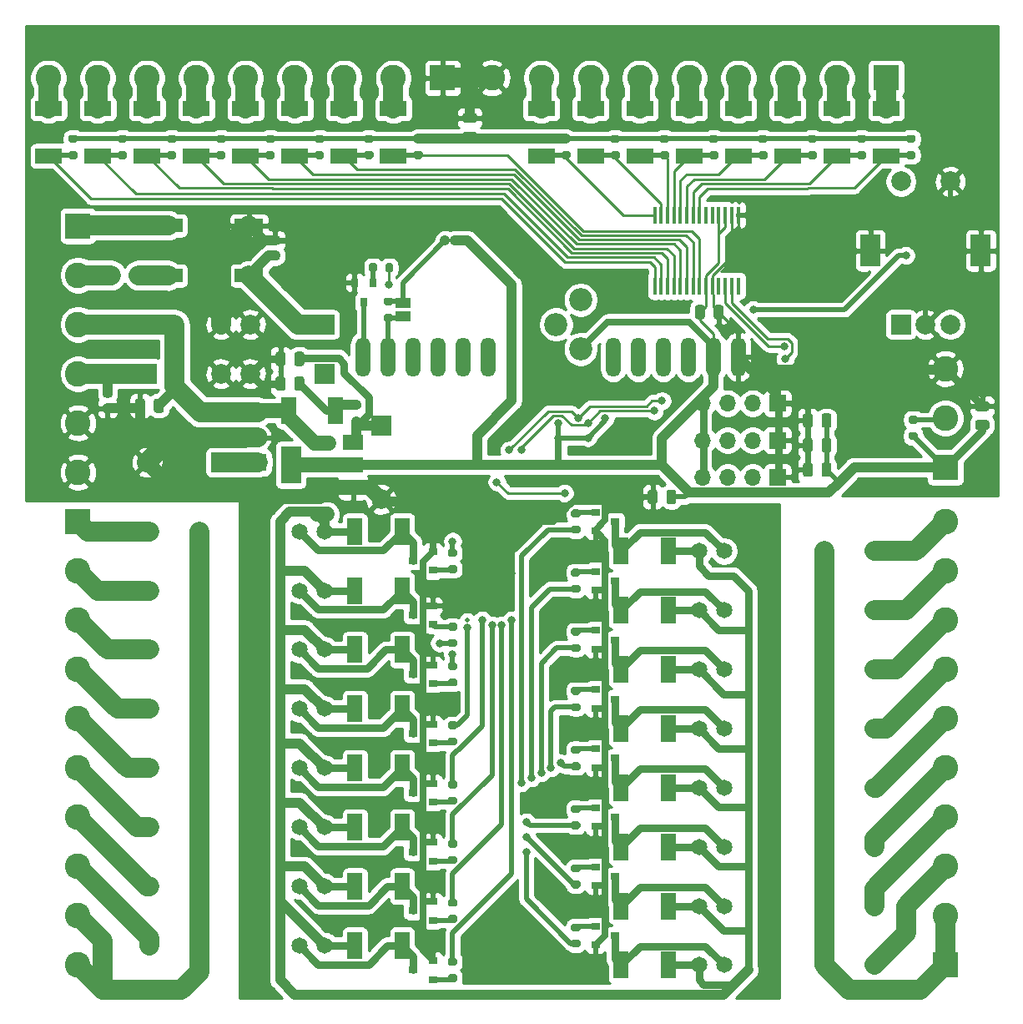
<source format=gbr>
%TF.GenerationSoftware,KiCad,Pcbnew,(5.1.10)-1*%
%TF.CreationDate,2021-06-11T23:30:18+03:00*%
%TF.ProjectId,chiller board,6368696c-6c65-4722-9062-6f6172642e6b,rev?*%
%TF.SameCoordinates,Original*%
%TF.FileFunction,Copper,L1,Top*%
%TF.FilePolarity,Positive*%
%FSLAX46Y46*%
G04 Gerber Fmt 4.6, Leading zero omitted, Abs format (unit mm)*
G04 Created by KiCad (PCBNEW (5.1.10)-1) date 2021-06-11 23:30:18*
%MOMM*%
%LPD*%
G01*
G04 APERTURE LIST*
%TA.AperFunction,SMDPad,CuDef*%
%ADD10R,0.450000X1.750000*%
%TD*%
%TA.AperFunction,ComponentPad*%
%ADD11O,1.700000X1.700000*%
%TD*%
%TA.AperFunction,ComponentPad*%
%ADD12R,1.700000X1.700000*%
%TD*%
%TA.AperFunction,ComponentPad*%
%ADD13C,1.650000*%
%TD*%
%TA.AperFunction,ComponentPad*%
%ADD14C,1.950000*%
%TD*%
%TA.AperFunction,ComponentPad*%
%ADD15R,2.000000X2.000000*%
%TD*%
%TA.AperFunction,ComponentPad*%
%ADD16C,2.000000*%
%TD*%
%TA.AperFunction,ComponentPad*%
%ADD17R,2.000000X3.200000*%
%TD*%
%TA.AperFunction,ComponentPad*%
%ADD18O,1.501140X4.000500*%
%TD*%
%TA.AperFunction,SMDPad,CuDef*%
%ADD19R,2.850000X1.350000*%
%TD*%
%TA.AperFunction,ComponentPad*%
%ADD20C,2.600000*%
%TD*%
%TA.AperFunction,ComponentPad*%
%ADD21R,2.600000X2.600000*%
%TD*%
%TA.AperFunction,SMDPad,CuDef*%
%ADD22R,1.500000X2.700000*%
%TD*%
%TA.AperFunction,SMDPad,CuDef*%
%ADD23R,2.700000X1.500000*%
%TD*%
%TA.AperFunction,SMDPad,CuDef*%
%ADD24R,2.000000X3.800000*%
%TD*%
%TA.AperFunction,SMDPad,CuDef*%
%ADD25R,2.000000X1.500000*%
%TD*%
%TA.AperFunction,ComponentPad*%
%ADD26C,2.340000*%
%TD*%
%TA.AperFunction,SMDPad,CuDef*%
%ADD27R,0.900000X0.800000*%
%TD*%
%TA.AperFunction,SMDPad,CuDef*%
%ADD28R,0.800000X0.900000*%
%TD*%
%TA.AperFunction,SMDPad,CuDef*%
%ADD29R,1.500000X1.000000*%
%TD*%
%TA.AperFunction,ViaPad*%
%ADD30C,0.800000*%
%TD*%
%TA.AperFunction,Conductor*%
%ADD31C,0.650000*%
%TD*%
%TA.AperFunction,Conductor*%
%ADD32C,2.000000*%
%TD*%
%TA.AperFunction,Conductor*%
%ADD33C,1.000000*%
%TD*%
%TA.AperFunction,Conductor*%
%ADD34C,1.500000*%
%TD*%
%TA.AperFunction,Conductor*%
%ADD35C,0.750000*%
%TD*%
%TA.AperFunction,Conductor*%
%ADD36C,0.500000*%
%TD*%
%TA.AperFunction,Conductor*%
%ADD37C,0.250000*%
%TD*%
%TA.AperFunction,Conductor*%
%ADD38C,0.254000*%
%TD*%
%TA.AperFunction,Conductor*%
%ADD39C,0.100000*%
%TD*%
G04 APERTURE END LIST*
D10*
%TO.P,U1,28*%
%TO.N,Net-(D16-Pad2)*%
X136775000Y-54650000D03*
%TO.P,U1,27*%
%TO.N,Net-(D15-Pad2)*%
X137425000Y-54650000D03*
%TO.P,U1,26*%
%TO.N,Net-(D14-Pad2)*%
X138075000Y-54650000D03*
%TO.P,U1,25*%
%TO.N,Net-(D13-Pad2)*%
X138725000Y-54650000D03*
%TO.P,U1,24*%
%TO.N,Net-(D12-Pad2)*%
X139375000Y-54650000D03*
%TO.P,U1,23*%
%TO.N,Net-(D11-Pad2)*%
X140025000Y-54650000D03*
%TO.P,U1,22*%
%TO.N,Net-(D10-Pad2)*%
X140675000Y-54650000D03*
%TO.P,U1,21*%
%TO.N,Net-(D9-Pad2)*%
X141325000Y-54650000D03*
%TO.P,U1,20*%
%TO.N,Net-(U1-Pad20)*%
X141975000Y-54650000D03*
%TO.P,U1,19*%
%TO.N,Net-(U1-Pad19)*%
X142625000Y-54650000D03*
%TO.P,U1,18*%
%TO.N,+3V3*%
X143275000Y-54650000D03*
%TO.P,U1,17*%
X143925000Y-54650000D03*
%TO.P,U1,16*%
%TO.N,GND*%
X144575000Y-54650000D03*
%TO.P,U1,15*%
X145225000Y-54650000D03*
%TO.P,U1,14*%
%TO.N,Net-(U1-Pad14)*%
X145225000Y-61850000D03*
%TO.P,U1,13*%
%TO.N,i2cbus_SDA*%
X144575000Y-61850000D03*
%TO.P,U1,12*%
%TO.N,i2cbus_SCL*%
X143925000Y-61850000D03*
%TO.P,U1,11*%
%TO.N,Net-(U1-Pad11)*%
X143275000Y-61850000D03*
%TO.P,U1,10*%
%TO.N,GND*%
X142625000Y-61850000D03*
%TO.P,U1,9*%
%TO.N,+3V3*%
X141975000Y-61850000D03*
%TO.P,U1,8*%
%TO.N,Net-(D1-Pad2)*%
X141325000Y-61850000D03*
%TO.P,U1,7*%
%TO.N,Net-(D2-Pad2)*%
X140675000Y-61850000D03*
%TO.P,U1,6*%
%TO.N,Net-(D3-Pad2)*%
X140025000Y-61850000D03*
%TO.P,U1,5*%
%TO.N,Net-(D4-Pad2)*%
X139375000Y-61850000D03*
%TO.P,U1,4*%
%TO.N,Net-(D5-Pad2)*%
X138725000Y-61850000D03*
%TO.P,U1,3*%
%TO.N,Net-(D6-Pad2)*%
X138075000Y-61850000D03*
%TO.P,U1,2*%
%TO.N,Net-(D7-Pad2)*%
X137425000Y-61850000D03*
%TO.P,U1,1*%
%TO.N,Net-(D8-Pad2)*%
X136775000Y-61850000D03*
%TD*%
D11*
%TO.P,J2,3*%
%TO.N,+12V*%
X96500000Y-74670000D03*
%TO.P,J2,2*%
%TO.N,GND*%
X96500000Y-77210000D03*
D12*
%TO.P,J2,1*%
%TO.N,V_UNREG*%
X96500000Y-79750000D03*
%TD*%
D13*
%TO.P,K1,A1*%
%TO.N,+12V*%
X103250000Y-86750000D03*
%TO.P,K1,A2*%
%TO.N,Net-(D18-Pad1)*%
X100710000Y-86750000D03*
D14*
%TO.P,K1,11*%
%TO.N,COMA0*%
X90550000Y-86750000D03*
%TO.P,K1,14*%
%TO.N,Net-(J11-Pad1)*%
X85470000Y-86750000D03*
%TD*%
D15*
%TO.P,SW1,A*%
%TO.N,ENC_A*%
X161750000Y-65750000D03*
D16*
%TO.P,SW1,C*%
%TO.N,GND*%
X164250000Y-65750000D03*
%TO.P,SW1,B*%
%TO.N,ENC_B*%
X166750000Y-65750000D03*
D17*
%TO.P,SW1,MP*%
%TO.N,GND*%
X158650000Y-58250000D03*
X169850000Y-58250000D03*
D16*
%TO.P,SW1,S2*%
%TO.N,ENC_BT*%
X161750000Y-51250000D03*
%TO.P,SW1,S1*%
%TO.N,GND*%
X166750000Y-51250000D03*
%TD*%
D18*
%TO.P,J1,1*%
%TO.N,GND*%
X145251060Y-69050300D03*
%TO.P,J1,2*%
%TO.N,+3V3*%
X142711060Y-69050300D03*
%TO.P,J1,3*%
%TO.N,Net-(J1-Pad3)*%
X140171060Y-69050300D03*
%TO.P,J1,4*%
%TO.N,DC*%
X137631060Y-69050300D03*
%TO.P,J1,5*%
%TO.N,RW*%
X135091060Y-69050300D03*
%TO.P,J1,6*%
%TO.N,STR*%
X132551060Y-69050300D03*
%TO.P,J1,11*%
%TO.N,D4*%
X119851060Y-69050300D03*
%TO.P,J1,12*%
%TO.N,D5*%
X117311060Y-69050300D03*
%TO.P,J1,13*%
%TO.N,D6*%
X114771060Y-69050300D03*
%TO.P,J1,14*%
%TO.N,D7*%
X112231060Y-69050300D03*
%TO.P,J1,15*%
%TO.N,Net-(J1-Pad15)*%
X109691060Y-69050300D03*
%TO.P,J1,16*%
%TO.N,Net-(J1-Pad16)*%
X107151060Y-69050300D03*
%TD*%
D19*
%TO.P,BR1,4*%
%TO.N,GND*%
X95600000Y-55700000D03*
%TO.P,BR1,3*%
%TO.N,V_UNREG*%
X95600000Y-60800000D03*
%TO.P,BR1,2*%
%TO.N,Net-(BR1-Pad2)*%
X87400000Y-60800000D03*
%TO.P,BR1,1*%
%TO.N,Net-(BR1-Pad1)*%
X87400000Y-55700000D03*
%TD*%
D20*
%TO.P,J13,3*%
%TO.N,GND*%
X166250000Y-70250000D03*
%TO.P,J13,2*%
%TO.N,A_OW*%
X166250000Y-75250000D03*
D21*
%TO.P,J13,1*%
%TO.N,+3V3*%
X166250000Y-80250000D03*
%TD*%
D20*
%TO.P,J6,6*%
%TO.N,GND*%
X78250000Y-80750000D03*
%TO.P,J6,5*%
X78250000Y-75750000D03*
%TO.P,J6,4*%
%TO.N,+3V3*%
X78250000Y-70750000D03*
%TO.P,J6,3*%
%TO.N,+12V*%
X78250000Y-65750000D03*
%TO.P,J6,2*%
%TO.N,Net-(F1-Pad1)*%
X78250000Y-60750000D03*
D21*
%TO.P,J6,1*%
%TO.N,Net-(BR1-Pad1)*%
X78250000Y-55750000D03*
%TD*%
D20*
%TO.P,J5,9*%
%TO.N,GND*%
X120250000Y-40750000D03*
%TO.P,J5,8*%
%TO.N,Net-(D16-Pad1)*%
X125250000Y-40750000D03*
%TO.P,J5,7*%
%TO.N,Net-(D15-Pad1)*%
X130250000Y-40750000D03*
%TO.P,J5,6*%
%TO.N,Net-(D14-Pad1)*%
X135250000Y-40750000D03*
%TO.P,J5,5*%
%TO.N,Net-(D13-Pad1)*%
X140250000Y-40750000D03*
%TO.P,J5,4*%
%TO.N,Net-(D12-Pad1)*%
X145250000Y-40750000D03*
%TO.P,J5,3*%
%TO.N,Net-(D11-Pad1)*%
X150250000Y-40750000D03*
%TO.P,J5,2*%
%TO.N,Net-(D10-Pad1)*%
X155250000Y-40750000D03*
D21*
%TO.P,J5,1*%
%TO.N,Net-(D9-Pad1)*%
X160250000Y-40750000D03*
%TD*%
D20*
%TO.P,J3,9*%
%TO.N,Net-(D8-Pad1)*%
X75250000Y-40750000D03*
%TO.P,J3,8*%
%TO.N,Net-(D7-Pad1)*%
X80250000Y-40750000D03*
%TO.P,J3,7*%
%TO.N,Net-(D6-Pad1)*%
X85250000Y-40750000D03*
%TO.P,J3,6*%
%TO.N,Net-(D5-Pad1)*%
X90250000Y-40750000D03*
%TO.P,J3,5*%
%TO.N,Net-(D4-Pad1)*%
X95250000Y-40750000D03*
%TO.P,J3,4*%
%TO.N,Net-(D3-Pad1)*%
X100250000Y-40750000D03*
%TO.P,J3,3*%
%TO.N,Net-(D2-Pad1)*%
X105250000Y-40750000D03*
%TO.P,J3,2*%
%TO.N,Net-(D1-Pad1)*%
X110250000Y-40750000D03*
D21*
%TO.P,J3,1*%
%TO.N,GND*%
X115250000Y-40750000D03*
%TD*%
%TO.P,R49,2*%
%TO.N,A_OW*%
%TA.AperFunction,SMDPad,CuDef*%
G36*
G01*
X163275000Y-75825000D02*
X162725000Y-75825000D01*
G75*
G02*
X162525000Y-75625000I0J200000D01*
G01*
X162525000Y-75225000D01*
G75*
G02*
X162725000Y-75025000I200000J0D01*
G01*
X163275000Y-75025000D01*
G75*
G02*
X163475000Y-75225000I0J-200000D01*
G01*
X163475000Y-75625000D01*
G75*
G02*
X163275000Y-75825000I-200000J0D01*
G01*
G37*
%TD.AperFunction*%
%TO.P,R49,1*%
%TO.N,+3V3*%
%TA.AperFunction,SMDPad,CuDef*%
G36*
G01*
X163275000Y-77475000D02*
X162725000Y-77475000D01*
G75*
G02*
X162525000Y-77275000I0J200000D01*
G01*
X162525000Y-76875000D01*
G75*
G02*
X162725000Y-76675000I200000J0D01*
G01*
X163275000Y-76675000D01*
G75*
G02*
X163475000Y-76875000I0J-200000D01*
G01*
X163475000Y-77275000D01*
G75*
G02*
X163275000Y-77475000I-200000J0D01*
G01*
G37*
%TD.AperFunction*%
%TD*%
%TO.P,R48,2*%
%TO.N,OUT81*%
%TA.AperFunction,SMDPad,CuDef*%
G36*
G01*
X128475000Y-128175000D02*
X129025000Y-128175000D01*
G75*
G02*
X129225000Y-128375000I0J-200000D01*
G01*
X129225000Y-128775000D01*
G75*
G02*
X129025000Y-128975000I-200000J0D01*
G01*
X128475000Y-128975000D01*
G75*
G02*
X128275000Y-128775000I0J200000D01*
G01*
X128275000Y-128375000D01*
G75*
G02*
X128475000Y-128175000I200000J0D01*
G01*
G37*
%TD.AperFunction*%
%TO.P,R48,1*%
%TO.N,Net-(Q18-Pad1)*%
%TA.AperFunction,SMDPad,CuDef*%
G36*
G01*
X128475000Y-126525000D02*
X129025000Y-126525000D01*
G75*
G02*
X129225000Y-126725000I0J-200000D01*
G01*
X129225000Y-127125000D01*
G75*
G02*
X129025000Y-127325000I-200000J0D01*
G01*
X128475000Y-127325000D01*
G75*
G02*
X128275000Y-127125000I0J200000D01*
G01*
X128275000Y-126725000D01*
G75*
G02*
X128475000Y-126525000I200000J0D01*
G01*
G37*
%TD.AperFunction*%
%TD*%
%TO.P,R47,2*%
%TO.N,OUT71*%
%TA.AperFunction,SMDPad,CuDef*%
G36*
G01*
X128475000Y-122175000D02*
X129025000Y-122175000D01*
G75*
G02*
X129225000Y-122375000I0J-200000D01*
G01*
X129225000Y-122775000D01*
G75*
G02*
X129025000Y-122975000I-200000J0D01*
G01*
X128475000Y-122975000D01*
G75*
G02*
X128275000Y-122775000I0J200000D01*
G01*
X128275000Y-122375000D01*
G75*
G02*
X128475000Y-122175000I200000J0D01*
G01*
G37*
%TD.AperFunction*%
%TO.P,R47,1*%
%TO.N,Net-(Q17-Pad1)*%
%TA.AperFunction,SMDPad,CuDef*%
G36*
G01*
X128475000Y-120525000D02*
X129025000Y-120525000D01*
G75*
G02*
X129225000Y-120725000I0J-200000D01*
G01*
X129225000Y-121125000D01*
G75*
G02*
X129025000Y-121325000I-200000J0D01*
G01*
X128475000Y-121325000D01*
G75*
G02*
X128275000Y-121125000I0J200000D01*
G01*
X128275000Y-120725000D01*
G75*
G02*
X128475000Y-120525000I200000J0D01*
G01*
G37*
%TD.AperFunction*%
%TD*%
%TO.P,R46,2*%
%TO.N,OUT61*%
%TA.AperFunction,SMDPad,CuDef*%
G36*
G01*
X128475000Y-116175000D02*
X129025000Y-116175000D01*
G75*
G02*
X129225000Y-116375000I0J-200000D01*
G01*
X129225000Y-116775000D01*
G75*
G02*
X129025000Y-116975000I-200000J0D01*
G01*
X128475000Y-116975000D01*
G75*
G02*
X128275000Y-116775000I0J200000D01*
G01*
X128275000Y-116375000D01*
G75*
G02*
X128475000Y-116175000I200000J0D01*
G01*
G37*
%TD.AperFunction*%
%TO.P,R46,1*%
%TO.N,Net-(Q16-Pad1)*%
%TA.AperFunction,SMDPad,CuDef*%
G36*
G01*
X128475000Y-114525000D02*
X129025000Y-114525000D01*
G75*
G02*
X129225000Y-114725000I0J-200000D01*
G01*
X129225000Y-115125000D01*
G75*
G02*
X129025000Y-115325000I-200000J0D01*
G01*
X128475000Y-115325000D01*
G75*
G02*
X128275000Y-115125000I0J200000D01*
G01*
X128275000Y-114725000D01*
G75*
G02*
X128475000Y-114525000I200000J0D01*
G01*
G37*
%TD.AperFunction*%
%TD*%
%TO.P,R45,2*%
%TO.N,OUT51*%
%TA.AperFunction,SMDPad,CuDef*%
G36*
G01*
X128475000Y-110175000D02*
X129025000Y-110175000D01*
G75*
G02*
X129225000Y-110375000I0J-200000D01*
G01*
X129225000Y-110775000D01*
G75*
G02*
X129025000Y-110975000I-200000J0D01*
G01*
X128475000Y-110975000D01*
G75*
G02*
X128275000Y-110775000I0J200000D01*
G01*
X128275000Y-110375000D01*
G75*
G02*
X128475000Y-110175000I200000J0D01*
G01*
G37*
%TD.AperFunction*%
%TO.P,R45,1*%
%TO.N,Net-(Q15-Pad1)*%
%TA.AperFunction,SMDPad,CuDef*%
G36*
G01*
X128475000Y-108525000D02*
X129025000Y-108525000D01*
G75*
G02*
X129225000Y-108725000I0J-200000D01*
G01*
X129225000Y-109125000D01*
G75*
G02*
X129025000Y-109325000I-200000J0D01*
G01*
X128475000Y-109325000D01*
G75*
G02*
X128275000Y-109125000I0J200000D01*
G01*
X128275000Y-108725000D01*
G75*
G02*
X128475000Y-108525000I200000J0D01*
G01*
G37*
%TD.AperFunction*%
%TD*%
%TO.P,R44,2*%
%TO.N,OUT41*%
%TA.AperFunction,SMDPad,CuDef*%
G36*
G01*
X128475000Y-104175000D02*
X129025000Y-104175000D01*
G75*
G02*
X129225000Y-104375000I0J-200000D01*
G01*
X129225000Y-104775000D01*
G75*
G02*
X129025000Y-104975000I-200000J0D01*
G01*
X128475000Y-104975000D01*
G75*
G02*
X128275000Y-104775000I0J200000D01*
G01*
X128275000Y-104375000D01*
G75*
G02*
X128475000Y-104175000I200000J0D01*
G01*
G37*
%TD.AperFunction*%
%TO.P,R44,1*%
%TO.N,Net-(Q14-Pad1)*%
%TA.AperFunction,SMDPad,CuDef*%
G36*
G01*
X128475000Y-102525000D02*
X129025000Y-102525000D01*
G75*
G02*
X129225000Y-102725000I0J-200000D01*
G01*
X129225000Y-103125000D01*
G75*
G02*
X129025000Y-103325000I-200000J0D01*
G01*
X128475000Y-103325000D01*
G75*
G02*
X128275000Y-103125000I0J200000D01*
G01*
X128275000Y-102725000D01*
G75*
G02*
X128475000Y-102525000I200000J0D01*
G01*
G37*
%TD.AperFunction*%
%TD*%
%TO.P,R43,2*%
%TO.N,OUT31*%
%TA.AperFunction,SMDPad,CuDef*%
G36*
G01*
X128475000Y-98175000D02*
X129025000Y-98175000D01*
G75*
G02*
X129225000Y-98375000I0J-200000D01*
G01*
X129225000Y-98775000D01*
G75*
G02*
X129025000Y-98975000I-200000J0D01*
G01*
X128475000Y-98975000D01*
G75*
G02*
X128275000Y-98775000I0J200000D01*
G01*
X128275000Y-98375000D01*
G75*
G02*
X128475000Y-98175000I200000J0D01*
G01*
G37*
%TD.AperFunction*%
%TO.P,R43,1*%
%TO.N,Net-(Q13-Pad1)*%
%TA.AperFunction,SMDPad,CuDef*%
G36*
G01*
X128475000Y-96525000D02*
X129025000Y-96525000D01*
G75*
G02*
X129225000Y-96725000I0J-200000D01*
G01*
X129225000Y-97125000D01*
G75*
G02*
X129025000Y-97325000I-200000J0D01*
G01*
X128475000Y-97325000D01*
G75*
G02*
X128275000Y-97125000I0J200000D01*
G01*
X128275000Y-96725000D01*
G75*
G02*
X128475000Y-96525000I200000J0D01*
G01*
G37*
%TD.AperFunction*%
%TD*%
%TO.P,R42,2*%
%TO.N,OUT21*%
%TA.AperFunction,SMDPad,CuDef*%
G36*
G01*
X128475000Y-92175000D02*
X129025000Y-92175000D01*
G75*
G02*
X129225000Y-92375000I0J-200000D01*
G01*
X129225000Y-92775000D01*
G75*
G02*
X129025000Y-92975000I-200000J0D01*
G01*
X128475000Y-92975000D01*
G75*
G02*
X128275000Y-92775000I0J200000D01*
G01*
X128275000Y-92375000D01*
G75*
G02*
X128475000Y-92175000I200000J0D01*
G01*
G37*
%TD.AperFunction*%
%TO.P,R42,1*%
%TO.N,Net-(Q12-Pad1)*%
%TA.AperFunction,SMDPad,CuDef*%
G36*
G01*
X128475000Y-90525000D02*
X129025000Y-90525000D01*
G75*
G02*
X129225000Y-90725000I0J-200000D01*
G01*
X129225000Y-91125000D01*
G75*
G02*
X129025000Y-91325000I-200000J0D01*
G01*
X128475000Y-91325000D01*
G75*
G02*
X128275000Y-91125000I0J200000D01*
G01*
X128275000Y-90725000D01*
G75*
G02*
X128475000Y-90525000I200000J0D01*
G01*
G37*
%TD.AperFunction*%
%TD*%
%TO.P,R41,2*%
%TO.N,OUT11*%
%TA.AperFunction,SMDPad,CuDef*%
G36*
G01*
X128475000Y-86175000D02*
X129025000Y-86175000D01*
G75*
G02*
X129225000Y-86375000I0J-200000D01*
G01*
X129225000Y-86775000D01*
G75*
G02*
X129025000Y-86975000I-200000J0D01*
G01*
X128475000Y-86975000D01*
G75*
G02*
X128275000Y-86775000I0J200000D01*
G01*
X128275000Y-86375000D01*
G75*
G02*
X128475000Y-86175000I200000J0D01*
G01*
G37*
%TD.AperFunction*%
%TO.P,R41,1*%
%TO.N,Net-(Q11-Pad1)*%
%TA.AperFunction,SMDPad,CuDef*%
G36*
G01*
X128475000Y-84525000D02*
X129025000Y-84525000D01*
G75*
G02*
X129225000Y-84725000I0J-200000D01*
G01*
X129225000Y-85125000D01*
G75*
G02*
X129025000Y-85325000I-200000J0D01*
G01*
X128475000Y-85325000D01*
G75*
G02*
X128275000Y-85125000I0J200000D01*
G01*
X128275000Y-84725000D01*
G75*
G02*
X128475000Y-84525000I200000J0D01*
G01*
G37*
%TD.AperFunction*%
%TD*%
%TO.P,R40,2*%
%TO.N,OUT8*%
%TA.AperFunction,SMDPad,CuDef*%
G36*
G01*
X116525000Y-130825000D02*
X115975000Y-130825000D01*
G75*
G02*
X115775000Y-130625000I0J200000D01*
G01*
X115775000Y-130225000D01*
G75*
G02*
X115975000Y-130025000I200000J0D01*
G01*
X116525000Y-130025000D01*
G75*
G02*
X116725000Y-130225000I0J-200000D01*
G01*
X116725000Y-130625000D01*
G75*
G02*
X116525000Y-130825000I-200000J0D01*
G01*
G37*
%TD.AperFunction*%
%TO.P,R40,1*%
%TO.N,Net-(Q10-Pad1)*%
%TA.AperFunction,SMDPad,CuDef*%
G36*
G01*
X116525000Y-132475000D02*
X115975000Y-132475000D01*
G75*
G02*
X115775000Y-132275000I0J200000D01*
G01*
X115775000Y-131875000D01*
G75*
G02*
X115975000Y-131675000I200000J0D01*
G01*
X116525000Y-131675000D01*
G75*
G02*
X116725000Y-131875000I0J-200000D01*
G01*
X116725000Y-132275000D01*
G75*
G02*
X116525000Y-132475000I-200000J0D01*
G01*
G37*
%TD.AperFunction*%
%TD*%
%TO.P,R39,2*%
%TO.N,OUT7*%
%TA.AperFunction,SMDPad,CuDef*%
G36*
G01*
X116525000Y-124825000D02*
X115975000Y-124825000D01*
G75*
G02*
X115775000Y-124625000I0J200000D01*
G01*
X115775000Y-124225000D01*
G75*
G02*
X115975000Y-124025000I200000J0D01*
G01*
X116525000Y-124025000D01*
G75*
G02*
X116725000Y-124225000I0J-200000D01*
G01*
X116725000Y-124625000D01*
G75*
G02*
X116525000Y-124825000I-200000J0D01*
G01*
G37*
%TD.AperFunction*%
%TO.P,R39,1*%
%TO.N,Net-(Q9-Pad1)*%
%TA.AperFunction,SMDPad,CuDef*%
G36*
G01*
X116525000Y-126475000D02*
X115975000Y-126475000D01*
G75*
G02*
X115775000Y-126275000I0J200000D01*
G01*
X115775000Y-125875000D01*
G75*
G02*
X115975000Y-125675000I200000J0D01*
G01*
X116525000Y-125675000D01*
G75*
G02*
X116725000Y-125875000I0J-200000D01*
G01*
X116725000Y-126275000D01*
G75*
G02*
X116525000Y-126475000I-200000J0D01*
G01*
G37*
%TD.AperFunction*%
%TD*%
%TO.P,R38,2*%
%TO.N,OUT6*%
%TA.AperFunction,SMDPad,CuDef*%
G36*
G01*
X116525000Y-118825000D02*
X115975000Y-118825000D01*
G75*
G02*
X115775000Y-118625000I0J200000D01*
G01*
X115775000Y-118225000D01*
G75*
G02*
X115975000Y-118025000I200000J0D01*
G01*
X116525000Y-118025000D01*
G75*
G02*
X116725000Y-118225000I0J-200000D01*
G01*
X116725000Y-118625000D01*
G75*
G02*
X116525000Y-118825000I-200000J0D01*
G01*
G37*
%TD.AperFunction*%
%TO.P,R38,1*%
%TO.N,Net-(Q8-Pad1)*%
%TA.AperFunction,SMDPad,CuDef*%
G36*
G01*
X116525000Y-120475000D02*
X115975000Y-120475000D01*
G75*
G02*
X115775000Y-120275000I0J200000D01*
G01*
X115775000Y-119875000D01*
G75*
G02*
X115975000Y-119675000I200000J0D01*
G01*
X116525000Y-119675000D01*
G75*
G02*
X116725000Y-119875000I0J-200000D01*
G01*
X116725000Y-120275000D01*
G75*
G02*
X116525000Y-120475000I-200000J0D01*
G01*
G37*
%TD.AperFunction*%
%TD*%
%TO.P,R37,2*%
%TO.N,OUT5*%
%TA.AperFunction,SMDPad,CuDef*%
G36*
G01*
X116525000Y-112825000D02*
X115975000Y-112825000D01*
G75*
G02*
X115775000Y-112625000I0J200000D01*
G01*
X115775000Y-112225000D01*
G75*
G02*
X115975000Y-112025000I200000J0D01*
G01*
X116525000Y-112025000D01*
G75*
G02*
X116725000Y-112225000I0J-200000D01*
G01*
X116725000Y-112625000D01*
G75*
G02*
X116525000Y-112825000I-200000J0D01*
G01*
G37*
%TD.AperFunction*%
%TO.P,R37,1*%
%TO.N,Net-(Q7-Pad1)*%
%TA.AperFunction,SMDPad,CuDef*%
G36*
G01*
X116525000Y-114475000D02*
X115975000Y-114475000D01*
G75*
G02*
X115775000Y-114275000I0J200000D01*
G01*
X115775000Y-113875000D01*
G75*
G02*
X115975000Y-113675000I200000J0D01*
G01*
X116525000Y-113675000D01*
G75*
G02*
X116725000Y-113875000I0J-200000D01*
G01*
X116725000Y-114275000D01*
G75*
G02*
X116525000Y-114475000I-200000J0D01*
G01*
G37*
%TD.AperFunction*%
%TD*%
%TO.P,R36,2*%
%TO.N,OUT4*%
%TA.AperFunction,SMDPad,CuDef*%
G36*
G01*
X116525000Y-106825000D02*
X115975000Y-106825000D01*
G75*
G02*
X115775000Y-106625000I0J200000D01*
G01*
X115775000Y-106225000D01*
G75*
G02*
X115975000Y-106025000I200000J0D01*
G01*
X116525000Y-106025000D01*
G75*
G02*
X116725000Y-106225000I0J-200000D01*
G01*
X116725000Y-106625000D01*
G75*
G02*
X116525000Y-106825000I-200000J0D01*
G01*
G37*
%TD.AperFunction*%
%TO.P,R36,1*%
%TO.N,Net-(Q6-Pad1)*%
%TA.AperFunction,SMDPad,CuDef*%
G36*
G01*
X116525000Y-108475000D02*
X115975000Y-108475000D01*
G75*
G02*
X115775000Y-108275000I0J200000D01*
G01*
X115775000Y-107875000D01*
G75*
G02*
X115975000Y-107675000I200000J0D01*
G01*
X116525000Y-107675000D01*
G75*
G02*
X116725000Y-107875000I0J-200000D01*
G01*
X116725000Y-108275000D01*
G75*
G02*
X116525000Y-108475000I-200000J0D01*
G01*
G37*
%TD.AperFunction*%
%TD*%
%TO.P,R35,2*%
%TO.N,OUT3*%
%TA.AperFunction,SMDPad,CuDef*%
G36*
G01*
X116525000Y-100825000D02*
X115975000Y-100825000D01*
G75*
G02*
X115775000Y-100625000I0J200000D01*
G01*
X115775000Y-100225000D01*
G75*
G02*
X115975000Y-100025000I200000J0D01*
G01*
X116525000Y-100025000D01*
G75*
G02*
X116725000Y-100225000I0J-200000D01*
G01*
X116725000Y-100625000D01*
G75*
G02*
X116525000Y-100825000I-200000J0D01*
G01*
G37*
%TD.AperFunction*%
%TO.P,R35,1*%
%TO.N,Net-(Q5-Pad1)*%
%TA.AperFunction,SMDPad,CuDef*%
G36*
G01*
X116525000Y-102475000D02*
X115975000Y-102475000D01*
G75*
G02*
X115775000Y-102275000I0J200000D01*
G01*
X115775000Y-101875000D01*
G75*
G02*
X115975000Y-101675000I200000J0D01*
G01*
X116525000Y-101675000D01*
G75*
G02*
X116725000Y-101875000I0J-200000D01*
G01*
X116725000Y-102275000D01*
G75*
G02*
X116525000Y-102475000I-200000J0D01*
G01*
G37*
%TD.AperFunction*%
%TD*%
%TO.P,R34,2*%
%TO.N,OUT2*%
%TA.AperFunction,SMDPad,CuDef*%
G36*
G01*
X115975000Y-97675000D02*
X116525000Y-97675000D01*
G75*
G02*
X116725000Y-97875000I0J-200000D01*
G01*
X116725000Y-98275000D01*
G75*
G02*
X116525000Y-98475000I-200000J0D01*
G01*
X115975000Y-98475000D01*
G75*
G02*
X115775000Y-98275000I0J200000D01*
G01*
X115775000Y-97875000D01*
G75*
G02*
X115975000Y-97675000I200000J0D01*
G01*
G37*
%TD.AperFunction*%
%TO.P,R34,1*%
%TO.N,Net-(Q4-Pad1)*%
%TA.AperFunction,SMDPad,CuDef*%
G36*
G01*
X115975000Y-96025000D02*
X116525000Y-96025000D01*
G75*
G02*
X116725000Y-96225000I0J-200000D01*
G01*
X116725000Y-96625000D01*
G75*
G02*
X116525000Y-96825000I-200000J0D01*
G01*
X115975000Y-96825000D01*
G75*
G02*
X115775000Y-96625000I0J200000D01*
G01*
X115775000Y-96225000D01*
G75*
G02*
X115975000Y-96025000I200000J0D01*
G01*
G37*
%TD.AperFunction*%
%TD*%
%TO.P,R33,2*%
%TO.N,OUT1*%
%TA.AperFunction,SMDPad,CuDef*%
G36*
G01*
X116525000Y-89325000D02*
X115975000Y-89325000D01*
G75*
G02*
X115775000Y-89125000I0J200000D01*
G01*
X115775000Y-88725000D01*
G75*
G02*
X115975000Y-88525000I200000J0D01*
G01*
X116525000Y-88525000D01*
G75*
G02*
X116725000Y-88725000I0J-200000D01*
G01*
X116725000Y-89125000D01*
G75*
G02*
X116525000Y-89325000I-200000J0D01*
G01*
G37*
%TD.AperFunction*%
%TO.P,R33,1*%
%TO.N,Net-(Q3-Pad1)*%
%TA.AperFunction,SMDPad,CuDef*%
G36*
G01*
X116525000Y-90975000D02*
X115975000Y-90975000D01*
G75*
G02*
X115775000Y-90775000I0J200000D01*
G01*
X115775000Y-90375000D01*
G75*
G02*
X115975000Y-90175000I200000J0D01*
G01*
X116525000Y-90175000D01*
G75*
G02*
X116725000Y-90375000I0J-200000D01*
G01*
X116725000Y-90775000D01*
G75*
G02*
X116525000Y-90975000I-200000J0D01*
G01*
G37*
%TD.AperFunction*%
%TD*%
%TO.P,R32,2*%
%TO.N,Net-(C17-Pad1)*%
%TA.AperFunction,SMDPad,CuDef*%
G36*
G01*
X106225000Y-75175000D02*
X106775000Y-75175000D01*
G75*
G02*
X106975000Y-75375000I0J-200000D01*
G01*
X106975000Y-75775000D01*
G75*
G02*
X106775000Y-75975000I-200000J0D01*
G01*
X106225000Y-75975000D01*
G75*
G02*
X106025000Y-75775000I0J200000D01*
G01*
X106025000Y-75375000D01*
G75*
G02*
X106225000Y-75175000I200000J0D01*
G01*
G37*
%TD.AperFunction*%
%TO.P,R32,1*%
%TO.N,Net-(C16-Pad1)*%
%TA.AperFunction,SMDPad,CuDef*%
G36*
G01*
X106225000Y-73525000D02*
X106775000Y-73525000D01*
G75*
G02*
X106975000Y-73725000I0J-200000D01*
G01*
X106975000Y-74125000D01*
G75*
G02*
X106775000Y-74325000I-200000J0D01*
G01*
X106225000Y-74325000D01*
G75*
G02*
X106025000Y-74125000I0J200000D01*
G01*
X106025000Y-73725000D01*
G75*
G02*
X106225000Y-73525000I200000J0D01*
G01*
G37*
%TD.AperFunction*%
%TD*%
%TO.P,R20,2*%
%TO.N,Net-(D16-Pad2)*%
%TA.AperFunction,SMDPad,CuDef*%
G36*
G01*
X127475000Y-48175000D02*
X128025000Y-48175000D01*
G75*
G02*
X128225000Y-48375000I0J-200000D01*
G01*
X128225000Y-48775000D01*
G75*
G02*
X128025000Y-48975000I-200000J0D01*
G01*
X127475000Y-48975000D01*
G75*
G02*
X127275000Y-48775000I0J200000D01*
G01*
X127275000Y-48375000D01*
G75*
G02*
X127475000Y-48175000I200000J0D01*
G01*
G37*
%TD.AperFunction*%
%TO.P,R20,1*%
%TO.N,+3V3*%
%TA.AperFunction,SMDPad,CuDef*%
G36*
G01*
X127475000Y-46525000D02*
X128025000Y-46525000D01*
G75*
G02*
X128225000Y-46725000I0J-200000D01*
G01*
X128225000Y-47125000D01*
G75*
G02*
X128025000Y-47325000I-200000J0D01*
G01*
X127475000Y-47325000D01*
G75*
G02*
X127275000Y-47125000I0J200000D01*
G01*
X127275000Y-46725000D01*
G75*
G02*
X127475000Y-46525000I200000J0D01*
G01*
G37*
%TD.AperFunction*%
%TD*%
%TO.P,R19,2*%
%TO.N,Net-(D15-Pad2)*%
%TA.AperFunction,SMDPad,CuDef*%
G36*
G01*
X132475000Y-48175000D02*
X133025000Y-48175000D01*
G75*
G02*
X133225000Y-48375000I0J-200000D01*
G01*
X133225000Y-48775000D01*
G75*
G02*
X133025000Y-48975000I-200000J0D01*
G01*
X132475000Y-48975000D01*
G75*
G02*
X132275000Y-48775000I0J200000D01*
G01*
X132275000Y-48375000D01*
G75*
G02*
X132475000Y-48175000I200000J0D01*
G01*
G37*
%TD.AperFunction*%
%TO.P,R19,1*%
%TO.N,+3V3*%
%TA.AperFunction,SMDPad,CuDef*%
G36*
G01*
X132475000Y-46525000D02*
X133025000Y-46525000D01*
G75*
G02*
X133225000Y-46725000I0J-200000D01*
G01*
X133225000Y-47125000D01*
G75*
G02*
X133025000Y-47325000I-200000J0D01*
G01*
X132475000Y-47325000D01*
G75*
G02*
X132275000Y-47125000I0J200000D01*
G01*
X132275000Y-46725000D01*
G75*
G02*
X132475000Y-46525000I200000J0D01*
G01*
G37*
%TD.AperFunction*%
%TD*%
%TO.P,R18,2*%
%TO.N,Net-(D14-Pad2)*%
%TA.AperFunction,SMDPad,CuDef*%
G36*
G01*
X137475000Y-48175000D02*
X138025000Y-48175000D01*
G75*
G02*
X138225000Y-48375000I0J-200000D01*
G01*
X138225000Y-48775000D01*
G75*
G02*
X138025000Y-48975000I-200000J0D01*
G01*
X137475000Y-48975000D01*
G75*
G02*
X137275000Y-48775000I0J200000D01*
G01*
X137275000Y-48375000D01*
G75*
G02*
X137475000Y-48175000I200000J0D01*
G01*
G37*
%TD.AperFunction*%
%TO.P,R18,1*%
%TO.N,+3V3*%
%TA.AperFunction,SMDPad,CuDef*%
G36*
G01*
X137475000Y-46525000D02*
X138025000Y-46525000D01*
G75*
G02*
X138225000Y-46725000I0J-200000D01*
G01*
X138225000Y-47125000D01*
G75*
G02*
X138025000Y-47325000I-200000J0D01*
G01*
X137475000Y-47325000D01*
G75*
G02*
X137275000Y-47125000I0J200000D01*
G01*
X137275000Y-46725000D01*
G75*
G02*
X137475000Y-46525000I200000J0D01*
G01*
G37*
%TD.AperFunction*%
%TD*%
%TO.P,R17,2*%
%TO.N,Net-(D13-Pad2)*%
%TA.AperFunction,SMDPad,CuDef*%
G36*
G01*
X142475000Y-48175000D02*
X143025000Y-48175000D01*
G75*
G02*
X143225000Y-48375000I0J-200000D01*
G01*
X143225000Y-48775000D01*
G75*
G02*
X143025000Y-48975000I-200000J0D01*
G01*
X142475000Y-48975000D01*
G75*
G02*
X142275000Y-48775000I0J200000D01*
G01*
X142275000Y-48375000D01*
G75*
G02*
X142475000Y-48175000I200000J0D01*
G01*
G37*
%TD.AperFunction*%
%TO.P,R17,1*%
%TO.N,+3V3*%
%TA.AperFunction,SMDPad,CuDef*%
G36*
G01*
X142475000Y-46525000D02*
X143025000Y-46525000D01*
G75*
G02*
X143225000Y-46725000I0J-200000D01*
G01*
X143225000Y-47125000D01*
G75*
G02*
X143025000Y-47325000I-200000J0D01*
G01*
X142475000Y-47325000D01*
G75*
G02*
X142275000Y-47125000I0J200000D01*
G01*
X142275000Y-46725000D01*
G75*
G02*
X142475000Y-46525000I200000J0D01*
G01*
G37*
%TD.AperFunction*%
%TD*%
%TO.P,R16,2*%
%TO.N,Net-(D12-Pad2)*%
%TA.AperFunction,SMDPad,CuDef*%
G36*
G01*
X147475000Y-48175000D02*
X148025000Y-48175000D01*
G75*
G02*
X148225000Y-48375000I0J-200000D01*
G01*
X148225000Y-48775000D01*
G75*
G02*
X148025000Y-48975000I-200000J0D01*
G01*
X147475000Y-48975000D01*
G75*
G02*
X147275000Y-48775000I0J200000D01*
G01*
X147275000Y-48375000D01*
G75*
G02*
X147475000Y-48175000I200000J0D01*
G01*
G37*
%TD.AperFunction*%
%TO.P,R16,1*%
%TO.N,+3V3*%
%TA.AperFunction,SMDPad,CuDef*%
G36*
G01*
X147475000Y-46525000D02*
X148025000Y-46525000D01*
G75*
G02*
X148225000Y-46725000I0J-200000D01*
G01*
X148225000Y-47125000D01*
G75*
G02*
X148025000Y-47325000I-200000J0D01*
G01*
X147475000Y-47325000D01*
G75*
G02*
X147275000Y-47125000I0J200000D01*
G01*
X147275000Y-46725000D01*
G75*
G02*
X147475000Y-46525000I200000J0D01*
G01*
G37*
%TD.AperFunction*%
%TD*%
%TO.P,R15,2*%
%TO.N,Net-(D11-Pad2)*%
%TA.AperFunction,SMDPad,CuDef*%
G36*
G01*
X152475000Y-48175000D02*
X153025000Y-48175000D01*
G75*
G02*
X153225000Y-48375000I0J-200000D01*
G01*
X153225000Y-48775000D01*
G75*
G02*
X153025000Y-48975000I-200000J0D01*
G01*
X152475000Y-48975000D01*
G75*
G02*
X152275000Y-48775000I0J200000D01*
G01*
X152275000Y-48375000D01*
G75*
G02*
X152475000Y-48175000I200000J0D01*
G01*
G37*
%TD.AperFunction*%
%TO.P,R15,1*%
%TO.N,+3V3*%
%TA.AperFunction,SMDPad,CuDef*%
G36*
G01*
X152475000Y-46525000D02*
X153025000Y-46525000D01*
G75*
G02*
X153225000Y-46725000I0J-200000D01*
G01*
X153225000Y-47125000D01*
G75*
G02*
X153025000Y-47325000I-200000J0D01*
G01*
X152475000Y-47325000D01*
G75*
G02*
X152275000Y-47125000I0J200000D01*
G01*
X152275000Y-46725000D01*
G75*
G02*
X152475000Y-46525000I200000J0D01*
G01*
G37*
%TD.AperFunction*%
%TD*%
%TO.P,R14,2*%
%TO.N,Net-(D10-Pad2)*%
%TA.AperFunction,SMDPad,CuDef*%
G36*
G01*
X157475000Y-48175000D02*
X158025000Y-48175000D01*
G75*
G02*
X158225000Y-48375000I0J-200000D01*
G01*
X158225000Y-48775000D01*
G75*
G02*
X158025000Y-48975000I-200000J0D01*
G01*
X157475000Y-48975000D01*
G75*
G02*
X157275000Y-48775000I0J200000D01*
G01*
X157275000Y-48375000D01*
G75*
G02*
X157475000Y-48175000I200000J0D01*
G01*
G37*
%TD.AperFunction*%
%TO.P,R14,1*%
%TO.N,+3V3*%
%TA.AperFunction,SMDPad,CuDef*%
G36*
G01*
X157475000Y-46525000D02*
X158025000Y-46525000D01*
G75*
G02*
X158225000Y-46725000I0J-200000D01*
G01*
X158225000Y-47125000D01*
G75*
G02*
X158025000Y-47325000I-200000J0D01*
G01*
X157475000Y-47325000D01*
G75*
G02*
X157275000Y-47125000I0J200000D01*
G01*
X157275000Y-46725000D01*
G75*
G02*
X157475000Y-46525000I200000J0D01*
G01*
G37*
%TD.AperFunction*%
%TD*%
%TO.P,R13,2*%
%TO.N,Net-(D9-Pad2)*%
%TA.AperFunction,SMDPad,CuDef*%
G36*
G01*
X162475000Y-48175000D02*
X163025000Y-48175000D01*
G75*
G02*
X163225000Y-48375000I0J-200000D01*
G01*
X163225000Y-48775000D01*
G75*
G02*
X163025000Y-48975000I-200000J0D01*
G01*
X162475000Y-48975000D01*
G75*
G02*
X162275000Y-48775000I0J200000D01*
G01*
X162275000Y-48375000D01*
G75*
G02*
X162475000Y-48175000I200000J0D01*
G01*
G37*
%TD.AperFunction*%
%TO.P,R13,1*%
%TO.N,+3V3*%
%TA.AperFunction,SMDPad,CuDef*%
G36*
G01*
X162475000Y-46525000D02*
X163025000Y-46525000D01*
G75*
G02*
X163225000Y-46725000I0J-200000D01*
G01*
X163225000Y-47125000D01*
G75*
G02*
X163025000Y-47325000I-200000J0D01*
G01*
X162475000Y-47325000D01*
G75*
G02*
X162275000Y-47125000I0J200000D01*
G01*
X162275000Y-46725000D01*
G75*
G02*
X162475000Y-46525000I200000J0D01*
G01*
G37*
%TD.AperFunction*%
%TD*%
%TO.P,R12,2*%
%TO.N,Net-(D8-Pad2)*%
%TA.AperFunction,SMDPad,CuDef*%
G36*
G01*
X77475000Y-48175000D02*
X78025000Y-48175000D01*
G75*
G02*
X78225000Y-48375000I0J-200000D01*
G01*
X78225000Y-48775000D01*
G75*
G02*
X78025000Y-48975000I-200000J0D01*
G01*
X77475000Y-48975000D01*
G75*
G02*
X77275000Y-48775000I0J200000D01*
G01*
X77275000Y-48375000D01*
G75*
G02*
X77475000Y-48175000I200000J0D01*
G01*
G37*
%TD.AperFunction*%
%TO.P,R12,1*%
%TO.N,+3V3*%
%TA.AperFunction,SMDPad,CuDef*%
G36*
G01*
X77475000Y-46525000D02*
X78025000Y-46525000D01*
G75*
G02*
X78225000Y-46725000I0J-200000D01*
G01*
X78225000Y-47125000D01*
G75*
G02*
X78025000Y-47325000I-200000J0D01*
G01*
X77475000Y-47325000D01*
G75*
G02*
X77275000Y-47125000I0J200000D01*
G01*
X77275000Y-46725000D01*
G75*
G02*
X77475000Y-46525000I200000J0D01*
G01*
G37*
%TD.AperFunction*%
%TD*%
%TO.P,R11,2*%
%TO.N,Net-(D7-Pad2)*%
%TA.AperFunction,SMDPad,CuDef*%
G36*
G01*
X82475000Y-48175000D02*
X83025000Y-48175000D01*
G75*
G02*
X83225000Y-48375000I0J-200000D01*
G01*
X83225000Y-48775000D01*
G75*
G02*
X83025000Y-48975000I-200000J0D01*
G01*
X82475000Y-48975000D01*
G75*
G02*
X82275000Y-48775000I0J200000D01*
G01*
X82275000Y-48375000D01*
G75*
G02*
X82475000Y-48175000I200000J0D01*
G01*
G37*
%TD.AperFunction*%
%TO.P,R11,1*%
%TO.N,+3V3*%
%TA.AperFunction,SMDPad,CuDef*%
G36*
G01*
X82475000Y-46525000D02*
X83025000Y-46525000D01*
G75*
G02*
X83225000Y-46725000I0J-200000D01*
G01*
X83225000Y-47125000D01*
G75*
G02*
X83025000Y-47325000I-200000J0D01*
G01*
X82475000Y-47325000D01*
G75*
G02*
X82275000Y-47125000I0J200000D01*
G01*
X82275000Y-46725000D01*
G75*
G02*
X82475000Y-46525000I200000J0D01*
G01*
G37*
%TD.AperFunction*%
%TD*%
%TO.P,R10,2*%
%TO.N,Net-(D6-Pad2)*%
%TA.AperFunction,SMDPad,CuDef*%
G36*
G01*
X87475000Y-48175000D02*
X88025000Y-48175000D01*
G75*
G02*
X88225000Y-48375000I0J-200000D01*
G01*
X88225000Y-48775000D01*
G75*
G02*
X88025000Y-48975000I-200000J0D01*
G01*
X87475000Y-48975000D01*
G75*
G02*
X87275000Y-48775000I0J200000D01*
G01*
X87275000Y-48375000D01*
G75*
G02*
X87475000Y-48175000I200000J0D01*
G01*
G37*
%TD.AperFunction*%
%TO.P,R10,1*%
%TO.N,+3V3*%
%TA.AperFunction,SMDPad,CuDef*%
G36*
G01*
X87475000Y-46525000D02*
X88025000Y-46525000D01*
G75*
G02*
X88225000Y-46725000I0J-200000D01*
G01*
X88225000Y-47125000D01*
G75*
G02*
X88025000Y-47325000I-200000J0D01*
G01*
X87475000Y-47325000D01*
G75*
G02*
X87275000Y-47125000I0J200000D01*
G01*
X87275000Y-46725000D01*
G75*
G02*
X87475000Y-46525000I200000J0D01*
G01*
G37*
%TD.AperFunction*%
%TD*%
%TO.P,R9,2*%
%TO.N,Net-(D5-Pad2)*%
%TA.AperFunction,SMDPad,CuDef*%
G36*
G01*
X92475000Y-48175000D02*
X93025000Y-48175000D01*
G75*
G02*
X93225000Y-48375000I0J-200000D01*
G01*
X93225000Y-48775000D01*
G75*
G02*
X93025000Y-48975000I-200000J0D01*
G01*
X92475000Y-48975000D01*
G75*
G02*
X92275000Y-48775000I0J200000D01*
G01*
X92275000Y-48375000D01*
G75*
G02*
X92475000Y-48175000I200000J0D01*
G01*
G37*
%TD.AperFunction*%
%TO.P,R9,1*%
%TO.N,+3V3*%
%TA.AperFunction,SMDPad,CuDef*%
G36*
G01*
X92475000Y-46525000D02*
X93025000Y-46525000D01*
G75*
G02*
X93225000Y-46725000I0J-200000D01*
G01*
X93225000Y-47125000D01*
G75*
G02*
X93025000Y-47325000I-200000J0D01*
G01*
X92475000Y-47325000D01*
G75*
G02*
X92275000Y-47125000I0J200000D01*
G01*
X92275000Y-46725000D01*
G75*
G02*
X92475000Y-46525000I200000J0D01*
G01*
G37*
%TD.AperFunction*%
%TD*%
%TO.P,R8,2*%
%TO.N,Net-(D4-Pad2)*%
%TA.AperFunction,SMDPad,CuDef*%
G36*
G01*
X97475000Y-48175000D02*
X98025000Y-48175000D01*
G75*
G02*
X98225000Y-48375000I0J-200000D01*
G01*
X98225000Y-48775000D01*
G75*
G02*
X98025000Y-48975000I-200000J0D01*
G01*
X97475000Y-48975000D01*
G75*
G02*
X97275000Y-48775000I0J200000D01*
G01*
X97275000Y-48375000D01*
G75*
G02*
X97475000Y-48175000I200000J0D01*
G01*
G37*
%TD.AperFunction*%
%TO.P,R8,1*%
%TO.N,+3V3*%
%TA.AperFunction,SMDPad,CuDef*%
G36*
G01*
X97475000Y-46525000D02*
X98025000Y-46525000D01*
G75*
G02*
X98225000Y-46725000I0J-200000D01*
G01*
X98225000Y-47125000D01*
G75*
G02*
X98025000Y-47325000I-200000J0D01*
G01*
X97475000Y-47325000D01*
G75*
G02*
X97275000Y-47125000I0J200000D01*
G01*
X97275000Y-46725000D01*
G75*
G02*
X97475000Y-46525000I200000J0D01*
G01*
G37*
%TD.AperFunction*%
%TD*%
%TO.P,R7,2*%
%TO.N,Net-(D3-Pad2)*%
%TA.AperFunction,SMDPad,CuDef*%
G36*
G01*
X102475000Y-48175000D02*
X103025000Y-48175000D01*
G75*
G02*
X103225000Y-48375000I0J-200000D01*
G01*
X103225000Y-48775000D01*
G75*
G02*
X103025000Y-48975000I-200000J0D01*
G01*
X102475000Y-48975000D01*
G75*
G02*
X102275000Y-48775000I0J200000D01*
G01*
X102275000Y-48375000D01*
G75*
G02*
X102475000Y-48175000I200000J0D01*
G01*
G37*
%TD.AperFunction*%
%TO.P,R7,1*%
%TO.N,+3V3*%
%TA.AperFunction,SMDPad,CuDef*%
G36*
G01*
X102475000Y-46525000D02*
X103025000Y-46525000D01*
G75*
G02*
X103225000Y-46725000I0J-200000D01*
G01*
X103225000Y-47125000D01*
G75*
G02*
X103025000Y-47325000I-200000J0D01*
G01*
X102475000Y-47325000D01*
G75*
G02*
X102275000Y-47125000I0J200000D01*
G01*
X102275000Y-46725000D01*
G75*
G02*
X102475000Y-46525000I200000J0D01*
G01*
G37*
%TD.AperFunction*%
%TD*%
%TO.P,R6,2*%
%TO.N,Net-(D2-Pad2)*%
%TA.AperFunction,SMDPad,CuDef*%
G36*
G01*
X107475000Y-48175000D02*
X108025000Y-48175000D01*
G75*
G02*
X108225000Y-48375000I0J-200000D01*
G01*
X108225000Y-48775000D01*
G75*
G02*
X108025000Y-48975000I-200000J0D01*
G01*
X107475000Y-48975000D01*
G75*
G02*
X107275000Y-48775000I0J200000D01*
G01*
X107275000Y-48375000D01*
G75*
G02*
X107475000Y-48175000I200000J0D01*
G01*
G37*
%TD.AperFunction*%
%TO.P,R6,1*%
%TO.N,+3V3*%
%TA.AperFunction,SMDPad,CuDef*%
G36*
G01*
X107475000Y-46525000D02*
X108025000Y-46525000D01*
G75*
G02*
X108225000Y-46725000I0J-200000D01*
G01*
X108225000Y-47125000D01*
G75*
G02*
X108025000Y-47325000I-200000J0D01*
G01*
X107475000Y-47325000D01*
G75*
G02*
X107275000Y-47125000I0J200000D01*
G01*
X107275000Y-46725000D01*
G75*
G02*
X107475000Y-46525000I200000J0D01*
G01*
G37*
%TD.AperFunction*%
%TD*%
%TO.P,R5,2*%
%TO.N,Net-(D1-Pad2)*%
%TA.AperFunction,SMDPad,CuDef*%
G36*
G01*
X112475000Y-48175000D02*
X113025000Y-48175000D01*
G75*
G02*
X113225000Y-48375000I0J-200000D01*
G01*
X113225000Y-48775000D01*
G75*
G02*
X113025000Y-48975000I-200000J0D01*
G01*
X112475000Y-48975000D01*
G75*
G02*
X112275000Y-48775000I0J200000D01*
G01*
X112275000Y-48375000D01*
G75*
G02*
X112475000Y-48175000I200000J0D01*
G01*
G37*
%TD.AperFunction*%
%TO.P,R5,1*%
%TO.N,+3V3*%
%TA.AperFunction,SMDPad,CuDef*%
G36*
G01*
X112475000Y-46525000D02*
X113025000Y-46525000D01*
G75*
G02*
X113225000Y-46725000I0J-200000D01*
G01*
X113225000Y-47125000D01*
G75*
G02*
X113025000Y-47325000I-200000J0D01*
G01*
X112475000Y-47325000D01*
G75*
G02*
X112275000Y-47125000I0J200000D01*
G01*
X112275000Y-46725000D01*
G75*
G02*
X112475000Y-46525000I200000J0D01*
G01*
G37*
%TD.AperFunction*%
%TD*%
%TO.P,R4,2*%
%TO.N,Net-(Q2-Pad1)*%
%TA.AperFunction,SMDPad,CuDef*%
G36*
G01*
X108575000Y-59725000D02*
X108575000Y-60275000D01*
G75*
G02*
X108375000Y-60475000I-200000J0D01*
G01*
X107975000Y-60475000D01*
G75*
G02*
X107775000Y-60275000I0J200000D01*
G01*
X107775000Y-59725000D01*
G75*
G02*
X107975000Y-59525000I200000J0D01*
G01*
X108375000Y-59525000D01*
G75*
G02*
X108575000Y-59725000I0J-200000D01*
G01*
G37*
%TD.AperFunction*%
%TO.P,R4,1*%
%TO.N,BLPWM*%
%TA.AperFunction,SMDPad,CuDef*%
G36*
G01*
X110225000Y-59725000D02*
X110225000Y-60275000D01*
G75*
G02*
X110025000Y-60475000I-200000J0D01*
G01*
X109625000Y-60475000D01*
G75*
G02*
X109425000Y-60275000I0J200000D01*
G01*
X109425000Y-59725000D01*
G75*
G02*
X109625000Y-59525000I200000J0D01*
G01*
X110025000Y-59525000D01*
G75*
G02*
X110225000Y-59725000I0J-200000D01*
G01*
G37*
%TD.AperFunction*%
%TD*%
%TO.P,R1,2*%
%TO.N,Net-(J1-Pad15)*%
%TA.AperFunction,SMDPad,CuDef*%
G36*
G01*
X109475000Y-64675000D02*
X110025000Y-64675000D01*
G75*
G02*
X110225000Y-64875000I0J-200000D01*
G01*
X110225000Y-65275000D01*
G75*
G02*
X110025000Y-65475000I-200000J0D01*
G01*
X109475000Y-65475000D01*
G75*
G02*
X109275000Y-65275000I0J200000D01*
G01*
X109275000Y-64875000D01*
G75*
G02*
X109475000Y-64675000I200000J0D01*
G01*
G37*
%TD.AperFunction*%
%TO.P,R1,1*%
%TO.N,+3V3*%
%TA.AperFunction,SMDPad,CuDef*%
G36*
G01*
X109475000Y-63025000D02*
X110025000Y-63025000D01*
G75*
G02*
X110225000Y-63225000I0J-200000D01*
G01*
X110225000Y-63625000D01*
G75*
G02*
X110025000Y-63825000I-200000J0D01*
G01*
X109475000Y-63825000D01*
G75*
G02*
X109275000Y-63625000I0J200000D01*
G01*
X109275000Y-63225000D01*
G75*
G02*
X109475000Y-63025000I200000J0D01*
G01*
G37*
%TD.AperFunction*%
%TD*%
D22*
%TO.P,D33,2*%
%TO.N,+12V*%
X138150000Y-130750000D03*
%TO.P,D33,1*%
%TO.N,Net-(D33-Pad1)*%
X133350000Y-130750000D03*
%TD*%
%TO.P,D32,2*%
%TO.N,+12V*%
X138150000Y-124750000D03*
%TO.P,D32,1*%
%TO.N,Net-(D32-Pad1)*%
X133350000Y-124750000D03*
%TD*%
%TO.P,D31,2*%
%TO.N,+12V*%
X138150000Y-118750000D03*
%TO.P,D31,1*%
%TO.N,Net-(D31-Pad1)*%
X133350000Y-118750000D03*
%TD*%
%TO.P,D30,2*%
%TO.N,+12V*%
X138150000Y-112750000D03*
%TO.P,D30,1*%
%TO.N,Net-(D30-Pad1)*%
X133350000Y-112750000D03*
%TD*%
%TO.P,D29,2*%
%TO.N,+12V*%
X138150000Y-106750000D03*
%TO.P,D29,1*%
%TO.N,Net-(D29-Pad1)*%
X133350000Y-106750000D03*
%TD*%
%TO.P,D28,2*%
%TO.N,+12V*%
X138150000Y-100750000D03*
%TO.P,D28,1*%
%TO.N,Net-(D28-Pad1)*%
X133350000Y-100750000D03*
%TD*%
%TO.P,D27,2*%
%TO.N,+12V*%
X138150000Y-94750000D03*
%TO.P,D27,1*%
%TO.N,Net-(D27-Pad1)*%
X133350000Y-94750000D03*
%TD*%
%TO.P,D26,2*%
%TO.N,+12V*%
X138150000Y-88750000D03*
%TO.P,D26,1*%
%TO.N,Net-(D26-Pad1)*%
X133350000Y-88750000D03*
%TD*%
%TO.P,D25,2*%
%TO.N,+12V*%
X106350000Y-128750000D03*
%TO.P,D25,1*%
%TO.N,Net-(D25-Pad1)*%
X111150000Y-128750000D03*
%TD*%
%TO.P,D24,2*%
%TO.N,+12V*%
X106350000Y-122750000D03*
%TO.P,D24,1*%
%TO.N,Net-(D24-Pad1)*%
X111150000Y-122750000D03*
%TD*%
%TO.P,D23,2*%
%TO.N,+12V*%
X106350000Y-116750000D03*
%TO.P,D23,1*%
%TO.N,Net-(D23-Pad1)*%
X111150000Y-116750000D03*
%TD*%
%TO.P,D22,2*%
%TO.N,+12V*%
X106350000Y-110750000D03*
%TO.P,D22,1*%
%TO.N,Net-(D22-Pad1)*%
X111150000Y-110750000D03*
%TD*%
%TO.P,D21,2*%
%TO.N,+12V*%
X106350000Y-104750000D03*
%TO.P,D21,1*%
%TO.N,Net-(D21-Pad1)*%
X111150000Y-104750000D03*
%TD*%
%TO.P,D20,2*%
%TO.N,+12V*%
X106350000Y-98750000D03*
%TO.P,D20,1*%
%TO.N,Net-(D20-Pad1)*%
X111150000Y-98750000D03*
%TD*%
%TO.P,D19,2*%
%TO.N,+12V*%
X106350000Y-92750000D03*
%TO.P,D19,1*%
%TO.N,Net-(D19-Pad1)*%
X111150000Y-92750000D03*
%TD*%
%TO.P,D18,2*%
%TO.N,+12V*%
X106350000Y-86750000D03*
%TO.P,D18,1*%
%TO.N,Net-(D18-Pad1)*%
X111150000Y-86750000D03*
%TD*%
%TO.P,D17,2*%
%TO.N,Net-(C16-Pad1)*%
X104400000Y-74500000D03*
%TO.P,D17,1*%
%TO.N,+12V*%
X99600000Y-74500000D03*
%TD*%
D23*
%TO.P,D16,2*%
%TO.N,Net-(D16-Pad2)*%
X125250000Y-48650000D03*
%TO.P,D16,1*%
%TO.N,Net-(D16-Pad1)*%
X125250000Y-43850000D03*
%TD*%
%TO.P,D15,2*%
%TO.N,Net-(D15-Pad2)*%
X130250000Y-48650000D03*
%TO.P,D15,1*%
%TO.N,Net-(D15-Pad1)*%
X130250000Y-43850000D03*
%TD*%
%TO.P,D14,2*%
%TO.N,Net-(D14-Pad2)*%
X135250000Y-48650000D03*
%TO.P,D14,1*%
%TO.N,Net-(D14-Pad1)*%
X135250000Y-43850000D03*
%TD*%
%TO.P,D13,2*%
%TO.N,Net-(D13-Pad2)*%
X140250000Y-48650000D03*
%TO.P,D13,1*%
%TO.N,Net-(D13-Pad1)*%
X140250000Y-43850000D03*
%TD*%
%TO.P,D12,2*%
%TO.N,Net-(D12-Pad2)*%
X145250000Y-48650000D03*
%TO.P,D12,1*%
%TO.N,Net-(D12-Pad1)*%
X145250000Y-43850000D03*
%TD*%
%TO.P,D11,2*%
%TO.N,Net-(D11-Pad2)*%
X150250000Y-48650000D03*
%TO.P,D11,1*%
%TO.N,Net-(D11-Pad1)*%
X150250000Y-43850000D03*
%TD*%
%TO.P,D10,2*%
%TO.N,Net-(D10-Pad2)*%
X155250000Y-48650000D03*
%TO.P,D10,1*%
%TO.N,Net-(D10-Pad1)*%
X155250000Y-43850000D03*
%TD*%
%TO.P,D9,2*%
%TO.N,Net-(D9-Pad2)*%
X160250000Y-48650000D03*
%TO.P,D9,1*%
%TO.N,Net-(D9-Pad1)*%
X160250000Y-43850000D03*
%TD*%
%TO.P,D8,2*%
%TO.N,Net-(D8-Pad2)*%
X75250000Y-48650000D03*
%TO.P,D8,1*%
%TO.N,Net-(D8-Pad1)*%
X75250000Y-43850000D03*
%TD*%
%TO.P,D7,2*%
%TO.N,Net-(D7-Pad2)*%
X80250000Y-48650000D03*
%TO.P,D7,1*%
%TO.N,Net-(D7-Pad1)*%
X80250000Y-43850000D03*
%TD*%
%TO.P,D6,2*%
%TO.N,Net-(D6-Pad2)*%
X85250000Y-48650000D03*
%TO.P,D6,1*%
%TO.N,Net-(D6-Pad1)*%
X85250000Y-43850000D03*
%TD*%
%TO.P,D5,2*%
%TO.N,Net-(D5-Pad2)*%
X90250000Y-48650000D03*
%TO.P,D5,1*%
%TO.N,Net-(D5-Pad1)*%
X90250000Y-43850000D03*
%TD*%
%TO.P,D4,2*%
%TO.N,Net-(D4-Pad2)*%
X95250000Y-48650000D03*
%TO.P,D4,1*%
%TO.N,Net-(D4-Pad1)*%
X95250000Y-43850000D03*
%TD*%
%TO.P,D3,2*%
%TO.N,Net-(D3-Pad2)*%
X100250000Y-48650000D03*
%TO.P,D3,1*%
%TO.N,Net-(D3-Pad1)*%
X100250000Y-43850000D03*
%TD*%
%TO.P,D2,2*%
%TO.N,Net-(D2-Pad2)*%
X105250000Y-48650000D03*
%TO.P,D2,1*%
%TO.N,Net-(D2-Pad1)*%
X105250000Y-43850000D03*
%TD*%
%TO.P,D1,2*%
%TO.N,Net-(D1-Pad2)*%
X110250000Y-48650000D03*
%TO.P,D1,1*%
%TO.N,Net-(D1-Pad1)*%
X110250000Y-43850000D03*
%TD*%
D24*
%TO.P,U4,2*%
%TO.N,+3V3*%
X99850000Y-80000000D03*
D25*
X106150000Y-80000000D03*
%TO.P,U4,3*%
%TO.N,Net-(C17-Pad1)*%
X106150000Y-77700000D03*
%TO.P,U4,1*%
%TO.N,GND*%
X106150000Y-82300000D03*
%TD*%
D26*
%TO.P,RV1,3*%
%TO.N,+3V3*%
X129250000Y-68250000D03*
%TO.P,RV1,2*%
%TO.N,Net-(J1-Pad3)*%
X126750000Y-65750000D03*
%TO.P,RV1,1*%
%TO.N,Net-(RV1-Pad1)*%
X129250000Y-63250000D03*
%TD*%
D27*
%TO.P,Q18,1*%
%TO.N,Net-(Q18-Pad1)*%
X130750000Y-126800000D03*
%TO.P,Q18,2*%
%TO.N,GND*%
X130750000Y-128700000D03*
%TO.P,Q18,3*%
%TO.N,Net-(D33-Pad1)*%
X132750000Y-127750000D03*
%TD*%
%TO.P,Q17,1*%
%TO.N,Net-(Q17-Pad1)*%
X130750000Y-120800000D03*
%TO.P,Q17,2*%
%TO.N,GND*%
X130750000Y-122700000D03*
%TO.P,Q17,3*%
%TO.N,Net-(D32-Pad1)*%
X132750000Y-121750000D03*
%TD*%
%TO.P,Q16,1*%
%TO.N,Net-(Q16-Pad1)*%
X130750000Y-114800000D03*
%TO.P,Q16,2*%
%TO.N,GND*%
X130750000Y-116700000D03*
%TO.P,Q16,3*%
%TO.N,Net-(D31-Pad1)*%
X132750000Y-115750000D03*
%TD*%
%TO.P,Q15,1*%
%TO.N,Net-(Q15-Pad1)*%
X130750000Y-108800000D03*
%TO.P,Q15,2*%
%TO.N,GND*%
X130750000Y-110700000D03*
%TO.P,Q15,3*%
%TO.N,Net-(D30-Pad1)*%
X132750000Y-109750000D03*
%TD*%
%TO.P,Q14,1*%
%TO.N,Net-(Q14-Pad1)*%
X130750000Y-102800000D03*
%TO.P,Q14,2*%
%TO.N,GND*%
X130750000Y-104700000D03*
%TO.P,Q14,3*%
%TO.N,Net-(D29-Pad1)*%
X132750000Y-103750000D03*
%TD*%
%TO.P,Q13,1*%
%TO.N,Net-(Q13-Pad1)*%
X130750000Y-96800000D03*
%TO.P,Q13,2*%
%TO.N,GND*%
X130750000Y-98700000D03*
%TO.P,Q13,3*%
%TO.N,Net-(D28-Pad1)*%
X132750000Y-97750000D03*
%TD*%
%TO.P,Q12,1*%
%TO.N,Net-(Q12-Pad1)*%
X130750000Y-90800000D03*
%TO.P,Q12,2*%
%TO.N,GND*%
X130750000Y-92700000D03*
%TO.P,Q12,3*%
%TO.N,Net-(D27-Pad1)*%
X132750000Y-91750000D03*
%TD*%
%TO.P,Q11,1*%
%TO.N,Net-(Q11-Pad1)*%
X130750000Y-84800000D03*
%TO.P,Q11,2*%
%TO.N,GND*%
X130750000Y-86700000D03*
%TO.P,Q11,3*%
%TO.N,Net-(D26-Pad1)*%
X132750000Y-85750000D03*
%TD*%
%TO.P,Q10,1*%
%TO.N,Net-(Q10-Pad1)*%
X114250000Y-132200000D03*
%TO.P,Q10,2*%
%TO.N,GND*%
X114250000Y-130300000D03*
%TO.P,Q10,3*%
%TO.N,Net-(D25-Pad1)*%
X112250000Y-131250000D03*
%TD*%
%TO.P,Q9,1*%
%TO.N,Net-(Q9-Pad1)*%
X114250000Y-126200000D03*
%TO.P,Q9,2*%
%TO.N,GND*%
X114250000Y-124300000D03*
%TO.P,Q9,3*%
%TO.N,Net-(D24-Pad1)*%
X112250000Y-125250000D03*
%TD*%
%TO.P,Q8,1*%
%TO.N,Net-(Q8-Pad1)*%
X114250000Y-120200000D03*
%TO.P,Q8,2*%
%TO.N,GND*%
X114250000Y-118300000D03*
%TO.P,Q8,3*%
%TO.N,Net-(D23-Pad1)*%
X112250000Y-119250000D03*
%TD*%
%TO.P,Q7,1*%
%TO.N,Net-(Q7-Pad1)*%
X114250000Y-114200000D03*
%TO.P,Q7,2*%
%TO.N,GND*%
X114250000Y-112300000D03*
%TO.P,Q7,3*%
%TO.N,Net-(D22-Pad1)*%
X112250000Y-113250000D03*
%TD*%
%TO.P,Q6,1*%
%TO.N,Net-(Q6-Pad1)*%
X114250000Y-108200000D03*
%TO.P,Q6,2*%
%TO.N,GND*%
X114250000Y-106300000D03*
%TO.P,Q6,3*%
%TO.N,Net-(D21-Pad1)*%
X112250000Y-107250000D03*
%TD*%
%TO.P,Q5,1*%
%TO.N,Net-(Q5-Pad1)*%
X114250000Y-102200000D03*
%TO.P,Q5,2*%
%TO.N,GND*%
X114250000Y-100300000D03*
%TO.P,Q5,3*%
%TO.N,Net-(D20-Pad1)*%
X112250000Y-101250000D03*
%TD*%
%TO.P,Q4,1*%
%TO.N,Net-(Q4-Pad1)*%
X114250000Y-96200000D03*
%TO.P,Q4,2*%
%TO.N,GND*%
X114250000Y-94300000D03*
%TO.P,Q4,3*%
%TO.N,Net-(D19-Pad1)*%
X112250000Y-95250000D03*
%TD*%
%TO.P,Q3,1*%
%TO.N,Net-(Q3-Pad1)*%
X114250000Y-90700000D03*
%TO.P,Q3,2*%
%TO.N,GND*%
X114250000Y-88800000D03*
%TO.P,Q3,3*%
%TO.N,Net-(D18-Pad1)*%
X112250000Y-89750000D03*
%TD*%
D28*
%TO.P,Q2,1*%
%TO.N,Net-(Q2-Pad1)*%
X108200000Y-61500000D03*
%TO.P,Q2,2*%
%TO.N,GND*%
X106300000Y-61500000D03*
%TO.P,Q2,3*%
%TO.N,Net-(J1-Pad16)*%
X107250000Y-63500000D03*
%TD*%
D13*
%TO.P,K16,A1*%
%TO.N,+12V*%
X141250000Y-130750000D03*
%TO.P,K16,A2*%
%TO.N,Net-(D33-Pad1)*%
X143790000Y-130750000D03*
D14*
%TO.P,K16,11*%
%TO.N,COMA01*%
X153950000Y-130750000D03*
%TO.P,K16,14*%
%TO.N,Net-(J12-Pad3)*%
X159030000Y-130750000D03*
%TD*%
D13*
%TO.P,K15,A1*%
%TO.N,+12V*%
X141250000Y-124750000D03*
%TO.P,K15,A2*%
%TO.N,Net-(D32-Pad1)*%
X143790000Y-124750000D03*
D14*
%TO.P,K15,11*%
%TO.N,COMA01*%
X153950000Y-124750000D03*
%TO.P,K15,14*%
%TO.N,Net-(J12-Pad4)*%
X159030000Y-124750000D03*
%TD*%
D13*
%TO.P,K14,A1*%
%TO.N,+12V*%
X141250000Y-118750000D03*
%TO.P,K14,A2*%
%TO.N,Net-(D31-Pad1)*%
X143790000Y-118750000D03*
D14*
%TO.P,K14,11*%
%TO.N,COMA01*%
X153950000Y-118750000D03*
%TO.P,K14,14*%
%TO.N,Net-(J12-Pad5)*%
X159030000Y-118750000D03*
%TD*%
D13*
%TO.P,K13,A1*%
%TO.N,+12V*%
X141250000Y-112750000D03*
%TO.P,K13,A2*%
%TO.N,Net-(D30-Pad1)*%
X143790000Y-112750000D03*
D14*
%TO.P,K13,11*%
%TO.N,COMA01*%
X153950000Y-112750000D03*
%TO.P,K13,14*%
%TO.N,Net-(J12-Pad6)*%
X159030000Y-112750000D03*
%TD*%
D13*
%TO.P,K12,A1*%
%TO.N,+12V*%
X141250000Y-106750000D03*
%TO.P,K12,A2*%
%TO.N,Net-(D29-Pad1)*%
X143790000Y-106750000D03*
D14*
%TO.P,K12,11*%
%TO.N,COMA01*%
X153950000Y-106750000D03*
%TO.P,K12,14*%
%TO.N,Net-(J12-Pad7)*%
X159030000Y-106750000D03*
%TD*%
D13*
%TO.P,K11,A1*%
%TO.N,+12V*%
X141250000Y-100750000D03*
%TO.P,K11,A2*%
%TO.N,Net-(D28-Pad1)*%
X143790000Y-100750000D03*
D14*
%TO.P,K11,11*%
%TO.N,COMA01*%
X153950000Y-100750000D03*
%TO.P,K11,14*%
%TO.N,Net-(J12-Pad8)*%
X159030000Y-100750000D03*
%TD*%
D13*
%TO.P,K10,A1*%
%TO.N,+12V*%
X141250000Y-94750000D03*
%TO.P,K10,A2*%
%TO.N,Net-(D27-Pad1)*%
X143790000Y-94750000D03*
D14*
%TO.P,K10,11*%
%TO.N,COMA01*%
X153950000Y-94750000D03*
%TO.P,K10,14*%
%TO.N,Net-(J12-Pad9)*%
X159030000Y-94750000D03*
%TD*%
D13*
%TO.P,K9,A1*%
%TO.N,+12V*%
X141250000Y-88750000D03*
%TO.P,K9,A2*%
%TO.N,Net-(D26-Pad1)*%
X143790000Y-88750000D03*
D14*
%TO.P,K9,11*%
%TO.N,COMA01*%
X153950000Y-88750000D03*
%TO.P,K9,14*%
%TO.N,Net-(J12-Pad10)*%
X159030000Y-88750000D03*
%TD*%
D13*
%TO.P,K8,A1*%
%TO.N,+12V*%
X103250000Y-128750000D03*
%TO.P,K8,A2*%
%TO.N,Net-(D25-Pad1)*%
X100710000Y-128750000D03*
D14*
%TO.P,K8,11*%
%TO.N,COMA0*%
X90550000Y-128750000D03*
%TO.P,K8,14*%
%TO.N,Net-(J11-Pad8)*%
X85470000Y-128750000D03*
%TD*%
D13*
%TO.P,K7,A1*%
%TO.N,+12V*%
X103250000Y-122750000D03*
%TO.P,K7,A2*%
%TO.N,Net-(D24-Pad1)*%
X100710000Y-122750000D03*
D14*
%TO.P,K7,11*%
%TO.N,COMA0*%
X90550000Y-122750000D03*
%TO.P,K7,14*%
%TO.N,Net-(J11-Pad7)*%
X85470000Y-122750000D03*
%TD*%
D13*
%TO.P,K6,A1*%
%TO.N,+12V*%
X103250000Y-116750000D03*
%TO.P,K6,A2*%
%TO.N,Net-(D23-Pad1)*%
X100710000Y-116750000D03*
D14*
%TO.P,K6,11*%
%TO.N,COMA0*%
X90550000Y-116750000D03*
%TO.P,K6,14*%
%TO.N,Net-(J11-Pad6)*%
X85470000Y-116750000D03*
%TD*%
D13*
%TO.P,K5,A1*%
%TO.N,+12V*%
X103250000Y-110750000D03*
%TO.P,K5,A2*%
%TO.N,Net-(D22-Pad1)*%
X100710000Y-110750000D03*
D14*
%TO.P,K5,11*%
%TO.N,COMA0*%
X90550000Y-110750000D03*
%TO.P,K5,14*%
%TO.N,Net-(J11-Pad5)*%
X85470000Y-110750000D03*
%TD*%
D13*
%TO.P,K4,A1*%
%TO.N,+12V*%
X103250000Y-104750000D03*
%TO.P,K4,A2*%
%TO.N,Net-(D21-Pad1)*%
X100710000Y-104750000D03*
D14*
%TO.P,K4,11*%
%TO.N,COMA0*%
X90550000Y-104750000D03*
%TO.P,K4,14*%
%TO.N,Net-(J11-Pad4)*%
X85470000Y-104750000D03*
%TD*%
D13*
%TO.P,K3,A1*%
%TO.N,+12V*%
X103250000Y-98750000D03*
%TO.P,K3,A2*%
%TO.N,Net-(D20-Pad1)*%
X100710000Y-98750000D03*
D14*
%TO.P,K3,11*%
%TO.N,COMA0*%
X90550000Y-98750000D03*
%TO.P,K3,14*%
%TO.N,Net-(J11-Pad3)*%
X85470000Y-98750000D03*
%TD*%
D13*
%TO.P,K2,A1*%
%TO.N,+12V*%
X103250000Y-92750000D03*
%TO.P,K2,A2*%
%TO.N,Net-(D19-Pad1)*%
X100710000Y-92750000D03*
D14*
%TO.P,K2,11*%
%TO.N,COMA0*%
X90550000Y-92750000D03*
%TO.P,K2,14*%
%TO.N,Net-(J11-Pad2)*%
X85470000Y-92750000D03*
%TD*%
D29*
%TO.P,JP1,2*%
%TO.N,+3V3*%
X111250000Y-63600000D03*
%TO.P,JP1,1*%
%TO.N,Net-(J1-Pad15)*%
X111250000Y-64900000D03*
%TD*%
D21*
%TO.P,J12,1*%
%TO.N,COMA01*%
X166250000Y-130750000D03*
D20*
%TO.P,J12,2*%
X166250000Y-125750000D03*
%TO.P,J12,3*%
%TO.N,Net-(J12-Pad3)*%
X166250000Y-120750000D03*
%TO.P,J12,4*%
%TO.N,Net-(J12-Pad4)*%
X166250000Y-115750000D03*
%TO.P,J12,5*%
%TO.N,Net-(J12-Pad5)*%
X166250000Y-110750000D03*
%TO.P,J12,6*%
%TO.N,Net-(J12-Pad6)*%
X166250000Y-105750000D03*
%TO.P,J12,7*%
%TO.N,Net-(J12-Pad7)*%
X166250000Y-100750000D03*
%TO.P,J12,8*%
%TO.N,Net-(J12-Pad8)*%
X166250000Y-95750000D03*
%TO.P,J12,9*%
%TO.N,Net-(J12-Pad9)*%
X166250000Y-90750000D03*
%TO.P,J12,10*%
%TO.N,Net-(J12-Pad10)*%
X166250000Y-85750000D03*
%TD*%
D21*
%TO.P,J11,1*%
%TO.N,Net-(J11-Pad1)*%
X78250000Y-85750000D03*
D20*
%TO.P,J11,2*%
%TO.N,Net-(J11-Pad2)*%
X78250000Y-90750000D03*
%TO.P,J11,3*%
%TO.N,Net-(J11-Pad3)*%
X78250000Y-95750000D03*
%TO.P,J11,4*%
%TO.N,Net-(J11-Pad4)*%
X78250000Y-100750000D03*
%TO.P,J11,5*%
%TO.N,Net-(J11-Pad5)*%
X78250000Y-105750000D03*
%TO.P,J11,6*%
%TO.N,Net-(J11-Pad6)*%
X78250000Y-110750000D03*
%TO.P,J11,7*%
%TO.N,Net-(J11-Pad7)*%
X78250000Y-115750000D03*
%TO.P,J11,8*%
%TO.N,Net-(J11-Pad8)*%
X78250000Y-120750000D03*
%TO.P,J11,9*%
%TO.N,COMA0*%
X78250000Y-125750000D03*
%TO.P,J11,10*%
X78250000Y-130750000D03*
%TD*%
D12*
%TO.P,J8,1*%
%TO.N,GND*%
X149250000Y-73750000D03*
D11*
%TO.P,J8,2*%
%TO.N,DB_RX*%
X146710000Y-73750000D03*
%TO.P,J8,3*%
%TO.N,DB_TX*%
X144170000Y-73750000D03*
%TO.P,J8,4*%
%TO.N,+3V3*%
X141630000Y-73750000D03*
%TD*%
D12*
%TO.P,J7,1*%
%TO.N,GND*%
X149250000Y-81250000D03*
D11*
%TO.P,J7,2*%
%TO.N,AUX_i2cbus_SDA*%
X146710000Y-81250000D03*
%TO.P,J7,3*%
%TO.N,AUX_i2cbus_SCL*%
X144170000Y-81250000D03*
%TO.P,J7,4*%
%TO.N,+3V3*%
X141630000Y-81250000D03*
%TD*%
D12*
%TO.P,J4,1*%
%TO.N,GND*%
X149250000Y-77500000D03*
D11*
%TO.P,J4,2*%
%TO.N,SWDIO*%
X146710000Y-77500000D03*
%TO.P,J4,3*%
%TO.N,SWCLK*%
X144170000Y-77500000D03*
%TO.P,J4,4*%
%TO.N,+3V3*%
X141630000Y-77500000D03*
%TD*%
%TO.P,F1,1*%
%TO.N,Net-(F1-Pad1)*%
%TA.AperFunction,SMDPad,CuDef*%
G36*
G01*
X80975000Y-61375000D02*
X80975000Y-60125000D01*
G75*
G02*
X81225000Y-59875000I250000J0D01*
G01*
X81975000Y-59875000D01*
G75*
G02*
X82225000Y-60125000I0J-250000D01*
G01*
X82225000Y-61375000D01*
G75*
G02*
X81975000Y-61625000I-250000J0D01*
G01*
X81225000Y-61625000D01*
G75*
G02*
X80975000Y-61375000I0J250000D01*
G01*
G37*
%TD.AperFunction*%
%TO.P,F1,2*%
%TO.N,Net-(BR1-Pad2)*%
%TA.AperFunction,SMDPad,CuDef*%
G36*
G01*
X83775000Y-61375000D02*
X83775000Y-60125000D01*
G75*
G02*
X84025000Y-59875000I250000J0D01*
G01*
X84775000Y-59875000D01*
G75*
G02*
X85025000Y-60125000I0J-250000D01*
G01*
X85025000Y-61375000D01*
G75*
G02*
X84775000Y-61625000I-250000J0D01*
G01*
X84025000Y-61625000D01*
G75*
G02*
X83775000Y-61375000I0J250000D01*
G01*
G37*
%TD.AperFunction*%
%TD*%
%TO.P,C32,1*%
%TO.N,+3V3*%
%TA.AperFunction,SMDPad,CuDef*%
G36*
G01*
X170475000Y-76450000D02*
X169525000Y-76450000D01*
G75*
G02*
X169275000Y-76200000I0J250000D01*
G01*
X169275000Y-75700000D01*
G75*
G02*
X169525000Y-75450000I250000J0D01*
G01*
X170475000Y-75450000D01*
G75*
G02*
X170725000Y-75700000I0J-250000D01*
G01*
X170725000Y-76200000D01*
G75*
G02*
X170475000Y-76450000I-250000J0D01*
G01*
G37*
%TD.AperFunction*%
%TO.P,C32,2*%
%TO.N,GND*%
%TA.AperFunction,SMDPad,CuDef*%
G36*
G01*
X170475000Y-74550000D02*
X169525000Y-74550000D01*
G75*
G02*
X169275000Y-74300000I0J250000D01*
G01*
X169275000Y-73800000D01*
G75*
G02*
X169525000Y-73550000I250000J0D01*
G01*
X170475000Y-73550000D01*
G75*
G02*
X170725000Y-73800000I0J-250000D01*
G01*
X170725000Y-74300000D01*
G75*
G02*
X170475000Y-74550000I-250000J0D01*
G01*
G37*
%TD.AperFunction*%
%TD*%
%TO.P,C30,1*%
%TO.N,V_UNREG*%
%TA.AperFunction,SMDPad,CuDef*%
G36*
G01*
X98500000Y-59225000D02*
X98000000Y-59225000D01*
G75*
G02*
X97775000Y-59000000I0J225000D01*
G01*
X97775000Y-58550000D01*
G75*
G02*
X98000000Y-58325000I225000J0D01*
G01*
X98500000Y-58325000D01*
G75*
G02*
X98725000Y-58550000I0J-225000D01*
G01*
X98725000Y-59000000D01*
G75*
G02*
X98500000Y-59225000I-225000J0D01*
G01*
G37*
%TD.AperFunction*%
%TO.P,C30,2*%
%TO.N,GND*%
%TA.AperFunction,SMDPad,CuDef*%
G36*
G01*
X98500000Y-57675000D02*
X98000000Y-57675000D01*
G75*
G02*
X97775000Y-57450000I0J225000D01*
G01*
X97775000Y-57000000D01*
G75*
G02*
X98000000Y-56775000I225000J0D01*
G01*
X98500000Y-56775000D01*
G75*
G02*
X98725000Y-57000000I0J-225000D01*
G01*
X98725000Y-57450000D01*
G75*
G02*
X98500000Y-57675000I-225000J0D01*
G01*
G37*
%TD.AperFunction*%
%TD*%
%TO.P,C29,1*%
%TO.N,+3V3*%
%TA.AperFunction,SMDPad,CuDef*%
G36*
G01*
X81000000Y-72275000D02*
X81500000Y-72275000D01*
G75*
G02*
X81725000Y-72500000I0J-225000D01*
G01*
X81725000Y-72950000D01*
G75*
G02*
X81500000Y-73175000I-225000J0D01*
G01*
X81000000Y-73175000D01*
G75*
G02*
X80775000Y-72950000I0J225000D01*
G01*
X80775000Y-72500000D01*
G75*
G02*
X81000000Y-72275000I225000J0D01*
G01*
G37*
%TD.AperFunction*%
%TO.P,C29,2*%
%TO.N,GND*%
%TA.AperFunction,SMDPad,CuDef*%
G36*
G01*
X81000000Y-73825000D02*
X81500000Y-73825000D01*
G75*
G02*
X81725000Y-74050000I0J-225000D01*
G01*
X81725000Y-74500000D01*
G75*
G02*
X81500000Y-74725000I-225000J0D01*
G01*
X81000000Y-74725000D01*
G75*
G02*
X80775000Y-74500000I0J225000D01*
G01*
X80775000Y-74050000D01*
G75*
G02*
X81000000Y-73825000I225000J0D01*
G01*
G37*
%TD.AperFunction*%
%TD*%
D15*
%TO.P,C28,1*%
%TO.N,+3V3*%
X85250000Y-70750000D03*
D16*
%TO.P,C28,2*%
%TO.N,GND*%
X92750000Y-70750000D03*
%TD*%
D15*
%TO.P,C27,1*%
%TO.N,V_UNREG*%
X92750000Y-79750000D03*
D16*
%TO.P,C27,2*%
%TO.N,GND*%
X85250000Y-79750000D03*
%TD*%
D15*
%TO.P,C24,1*%
%TO.N,V_UNREG*%
X103250000Y-65750000D03*
D16*
%TO.P,C24,2*%
%TO.N,GND*%
X95750000Y-65750000D03*
%TD*%
D15*
%TO.P,C21,1*%
%TO.N,V_UNREG*%
X103250000Y-70750000D03*
D16*
%TO.P,C21,2*%
%TO.N,GND*%
X95750000Y-70750000D03*
%TD*%
%TO.P,C20,1*%
%TO.N,+12V*%
%TA.AperFunction,SMDPad,CuDef*%
G36*
G01*
X93025000Y-74300000D02*
X93975000Y-74300000D01*
G75*
G02*
X94225000Y-74550000I0J-250000D01*
G01*
X94225000Y-75050000D01*
G75*
G02*
X93975000Y-75300000I-250000J0D01*
G01*
X93025000Y-75300000D01*
G75*
G02*
X92775000Y-75050000I0J250000D01*
G01*
X92775000Y-74550000D01*
G75*
G02*
X93025000Y-74300000I250000J0D01*
G01*
G37*
%TD.AperFunction*%
%TO.P,C20,2*%
%TO.N,GND*%
%TA.AperFunction,SMDPad,CuDef*%
G36*
G01*
X93025000Y-76200000D02*
X93975000Y-76200000D01*
G75*
G02*
X94225000Y-76450000I0J-250000D01*
G01*
X94225000Y-76950000D01*
G75*
G02*
X93975000Y-77200000I-250000J0D01*
G01*
X93025000Y-77200000D01*
G75*
G02*
X92775000Y-76950000I0J250000D01*
G01*
X92775000Y-76450000D01*
G75*
G02*
X93025000Y-76200000I250000J0D01*
G01*
G37*
%TD.AperFunction*%
%TD*%
D15*
%TO.P,C19,1*%
%TO.N,Net-(C17-Pad1)*%
X109000000Y-76000000D03*
D16*
%TO.P,C19,2*%
%TO.N,GND*%
X109000000Y-83500000D03*
%TD*%
D15*
%TO.P,C18,1*%
%TO.N,+12V*%
X85250000Y-65750000D03*
D16*
%TO.P,C18,2*%
%TO.N,GND*%
X92750000Y-65750000D03*
%TD*%
%TO.P,C17,1*%
%TO.N,Net-(C17-Pad1)*%
%TA.AperFunction,SMDPad,CuDef*%
G36*
G01*
X101200000Y-68775000D02*
X101200000Y-69725000D01*
G75*
G02*
X100950000Y-69975000I-250000J0D01*
G01*
X100450000Y-69975000D01*
G75*
G02*
X100200000Y-69725000I0J250000D01*
G01*
X100200000Y-68775000D01*
G75*
G02*
X100450000Y-68525000I250000J0D01*
G01*
X100950000Y-68525000D01*
G75*
G02*
X101200000Y-68775000I0J-250000D01*
G01*
G37*
%TD.AperFunction*%
%TO.P,C17,2*%
%TO.N,GND*%
%TA.AperFunction,SMDPad,CuDef*%
G36*
G01*
X99300000Y-68775000D02*
X99300000Y-69725000D01*
G75*
G02*
X99050000Y-69975000I-250000J0D01*
G01*
X98550000Y-69975000D01*
G75*
G02*
X98300000Y-69725000I0J250000D01*
G01*
X98300000Y-68775000D01*
G75*
G02*
X98550000Y-68525000I250000J0D01*
G01*
X99050000Y-68525000D01*
G75*
G02*
X99300000Y-68775000I0J-250000D01*
G01*
G37*
%TD.AperFunction*%
%TD*%
%TO.P,C16,1*%
%TO.N,Net-(C16-Pad1)*%
%TA.AperFunction,SMDPad,CuDef*%
G36*
G01*
X101200000Y-71275000D02*
X101200000Y-72225000D01*
G75*
G02*
X100950000Y-72475000I-250000J0D01*
G01*
X100450000Y-72475000D01*
G75*
G02*
X100200000Y-72225000I0J250000D01*
G01*
X100200000Y-71275000D01*
G75*
G02*
X100450000Y-71025000I250000J0D01*
G01*
X100950000Y-71025000D01*
G75*
G02*
X101200000Y-71275000I0J-250000D01*
G01*
G37*
%TD.AperFunction*%
%TO.P,C16,2*%
%TO.N,GND*%
%TA.AperFunction,SMDPad,CuDef*%
G36*
G01*
X99300000Y-71275000D02*
X99300000Y-72225000D01*
G75*
G02*
X99050000Y-72475000I-250000J0D01*
G01*
X98550000Y-72475000D01*
G75*
G02*
X98300000Y-72225000I0J250000D01*
G01*
X98300000Y-71275000D01*
G75*
G02*
X98550000Y-71025000I250000J0D01*
G01*
X99050000Y-71025000D01*
G75*
G02*
X99300000Y-71275000I0J-250000D01*
G01*
G37*
%TD.AperFunction*%
%TD*%
%TO.P,C13,1*%
%TO.N,+12V*%
%TA.AperFunction,SMDPad,CuDef*%
G36*
G01*
X86950000Y-73525000D02*
X86950000Y-74475000D01*
G75*
G02*
X86700000Y-74725000I-250000J0D01*
G01*
X86200000Y-74725000D01*
G75*
G02*
X85950000Y-74475000I0J250000D01*
G01*
X85950000Y-73525000D01*
G75*
G02*
X86200000Y-73275000I250000J0D01*
G01*
X86700000Y-73275000D01*
G75*
G02*
X86950000Y-73525000I0J-250000D01*
G01*
G37*
%TD.AperFunction*%
%TO.P,C13,2*%
%TO.N,GND*%
%TA.AperFunction,SMDPad,CuDef*%
G36*
G01*
X85050000Y-73525000D02*
X85050000Y-74475000D01*
G75*
G02*
X84800000Y-74725000I-250000J0D01*
G01*
X84300000Y-74725000D01*
G75*
G02*
X84050000Y-74475000I0J250000D01*
G01*
X84050000Y-73525000D01*
G75*
G02*
X84300000Y-73275000I250000J0D01*
G01*
X84800000Y-73275000D01*
G75*
G02*
X85050000Y-73525000I0J-250000D01*
G01*
G37*
%TD.AperFunction*%
%TD*%
%TO.P,C9,1*%
%TO.N,+3V3*%
%TA.AperFunction,SMDPad,CuDef*%
G36*
G01*
X154700000Y-77525000D02*
X154700000Y-78475000D01*
G75*
G02*
X154450000Y-78725000I-250000J0D01*
G01*
X153950000Y-78725000D01*
G75*
G02*
X153700000Y-78475000I0J250000D01*
G01*
X153700000Y-77525000D01*
G75*
G02*
X153950000Y-77275000I250000J0D01*
G01*
X154450000Y-77275000D01*
G75*
G02*
X154700000Y-77525000I0J-250000D01*
G01*
G37*
%TD.AperFunction*%
%TO.P,C9,2*%
%TO.N,GND*%
%TA.AperFunction,SMDPad,CuDef*%
G36*
G01*
X152800000Y-77525000D02*
X152800000Y-78475000D01*
G75*
G02*
X152550000Y-78725000I-250000J0D01*
G01*
X152050000Y-78725000D01*
G75*
G02*
X151800000Y-78475000I0J250000D01*
G01*
X151800000Y-77525000D01*
G75*
G02*
X152050000Y-77275000I250000J0D01*
G01*
X152550000Y-77275000D01*
G75*
G02*
X152800000Y-77525000I0J-250000D01*
G01*
G37*
%TD.AperFunction*%
%TD*%
%TO.P,C8,1*%
%TO.N,+3V3*%
%TA.AperFunction,SMDPad,CuDef*%
G36*
G01*
X154700000Y-80025000D02*
X154700000Y-80975000D01*
G75*
G02*
X154450000Y-81225000I-250000J0D01*
G01*
X153950000Y-81225000D01*
G75*
G02*
X153700000Y-80975000I0J250000D01*
G01*
X153700000Y-80025000D01*
G75*
G02*
X153950000Y-79775000I250000J0D01*
G01*
X154450000Y-79775000D01*
G75*
G02*
X154700000Y-80025000I0J-250000D01*
G01*
G37*
%TD.AperFunction*%
%TO.P,C8,2*%
%TO.N,GND*%
%TA.AperFunction,SMDPad,CuDef*%
G36*
G01*
X152800000Y-80025000D02*
X152800000Y-80975000D01*
G75*
G02*
X152550000Y-81225000I-250000J0D01*
G01*
X152050000Y-81225000D01*
G75*
G02*
X151800000Y-80975000I0J250000D01*
G01*
X151800000Y-80025000D01*
G75*
G02*
X152050000Y-79775000I250000J0D01*
G01*
X152550000Y-79775000D01*
G75*
G02*
X152800000Y-80025000I0J-250000D01*
G01*
G37*
%TD.AperFunction*%
%TD*%
%TO.P,C6,1*%
%TO.N,+3V3*%
%TA.AperFunction,SMDPad,CuDef*%
G36*
G01*
X154700000Y-75025000D02*
X154700000Y-75975000D01*
G75*
G02*
X154450000Y-76225000I-250000J0D01*
G01*
X153950000Y-76225000D01*
G75*
G02*
X153700000Y-75975000I0J250000D01*
G01*
X153700000Y-75025000D01*
G75*
G02*
X153950000Y-74775000I250000J0D01*
G01*
X154450000Y-74775000D01*
G75*
G02*
X154700000Y-75025000I0J-250000D01*
G01*
G37*
%TD.AperFunction*%
%TO.P,C6,2*%
%TO.N,GND*%
%TA.AperFunction,SMDPad,CuDef*%
G36*
G01*
X152800000Y-75025000D02*
X152800000Y-75975000D01*
G75*
G02*
X152550000Y-76225000I-250000J0D01*
G01*
X152050000Y-76225000D01*
G75*
G02*
X151800000Y-75975000I0J250000D01*
G01*
X151800000Y-75025000D01*
G75*
G02*
X152050000Y-74775000I250000J0D01*
G01*
X152550000Y-74775000D01*
G75*
G02*
X152800000Y-75025000I0J-250000D01*
G01*
G37*
%TD.AperFunction*%
%TD*%
%TO.P,C4,1*%
%TO.N,+3V3*%
%TA.AperFunction,SMDPad,CuDef*%
G36*
G01*
X138950000Y-82775000D02*
X138950000Y-83725000D01*
G75*
G02*
X138700000Y-83975000I-250000J0D01*
G01*
X138200000Y-83975000D01*
G75*
G02*
X137950000Y-83725000I0J250000D01*
G01*
X137950000Y-82775000D01*
G75*
G02*
X138200000Y-82525000I250000J0D01*
G01*
X138700000Y-82525000D01*
G75*
G02*
X138950000Y-82775000I0J-250000D01*
G01*
G37*
%TD.AperFunction*%
%TO.P,C4,2*%
%TO.N,GND*%
%TA.AperFunction,SMDPad,CuDef*%
G36*
G01*
X137050000Y-82775000D02*
X137050000Y-83725000D01*
G75*
G02*
X136800000Y-83975000I-250000J0D01*
G01*
X136300000Y-83975000D01*
G75*
G02*
X136050000Y-83725000I0J250000D01*
G01*
X136050000Y-82775000D01*
G75*
G02*
X136300000Y-82525000I250000J0D01*
G01*
X136800000Y-82525000D01*
G75*
G02*
X137050000Y-82775000I0J-250000D01*
G01*
G37*
%TD.AperFunction*%
%TD*%
%TO.P,C2,1*%
%TO.N,+3V3*%
%TA.AperFunction,SMDPad,CuDef*%
G36*
G01*
X140850000Y-64975000D02*
X140850000Y-64025000D01*
G75*
G02*
X141100000Y-63775000I250000J0D01*
G01*
X141600000Y-63775000D01*
G75*
G02*
X141850000Y-64025000I0J-250000D01*
G01*
X141850000Y-64975000D01*
G75*
G02*
X141600000Y-65225000I-250000J0D01*
G01*
X141100000Y-65225000D01*
G75*
G02*
X140850000Y-64975000I0J250000D01*
G01*
G37*
%TD.AperFunction*%
%TO.P,C2,2*%
%TO.N,GND*%
%TA.AperFunction,SMDPad,CuDef*%
G36*
G01*
X142750000Y-64975000D02*
X142750000Y-64025000D01*
G75*
G02*
X143000000Y-63775000I250000J0D01*
G01*
X143500000Y-63775000D01*
G75*
G02*
X143750000Y-64025000I0J-250000D01*
G01*
X143750000Y-64975000D01*
G75*
G02*
X143500000Y-65225000I-250000J0D01*
G01*
X143000000Y-65225000D01*
G75*
G02*
X142750000Y-64975000I0J250000D01*
G01*
G37*
%TD.AperFunction*%
%TD*%
%TO.P,C1,1*%
%TO.N,+3V3*%
%TA.AperFunction,SMDPad,CuDef*%
G36*
G01*
X118475000Y-47200000D02*
X117525000Y-47200000D01*
G75*
G02*
X117275000Y-46950000I0J250000D01*
G01*
X117275000Y-46450000D01*
G75*
G02*
X117525000Y-46200000I250000J0D01*
G01*
X118475000Y-46200000D01*
G75*
G02*
X118725000Y-46450000I0J-250000D01*
G01*
X118725000Y-46950000D01*
G75*
G02*
X118475000Y-47200000I-250000J0D01*
G01*
G37*
%TD.AperFunction*%
%TO.P,C1,2*%
%TO.N,GND*%
%TA.AperFunction,SMDPad,CuDef*%
G36*
G01*
X118475000Y-45300000D02*
X117525000Y-45300000D01*
G75*
G02*
X117275000Y-45050000I0J250000D01*
G01*
X117275000Y-44550000D01*
G75*
G02*
X117525000Y-44300000I250000J0D01*
G01*
X118475000Y-44300000D01*
G75*
G02*
X118725000Y-44550000I0J-250000D01*
G01*
X118725000Y-45050000D01*
G75*
G02*
X118475000Y-45300000I-250000J0D01*
G01*
G37*
%TD.AperFunction*%
%TD*%
D30*
%TO.N,GND*%
X122250000Y-91000000D03*
X132495002Y-84004998D03*
%TO.N,+3V3*%
X102000000Y-80000000D03*
X104000000Y-80000000D03*
X103000000Y-80000000D03*
X110500000Y-80000000D03*
X109500000Y-80000000D03*
X131750000Y-75250000D03*
X130000000Y-77250000D03*
X127000000Y-77250000D03*
X127000000Y-75750000D03*
X115500000Y-57250000D03*
X116500000Y-57250000D03*
X120250000Y-47000000D03*
X121075000Y-46925000D03*
X146750000Y-64250000D03*
X162250000Y-58750000D03*
%TO.N,+12V*%
X103710002Y-77789998D03*
X102710002Y-77789998D03*
X102500000Y-85000000D03*
X103500000Y-85000000D03*
%TO.N,BLPWM*%
X127625000Y-82875000D03*
X120750000Y-81750000D03*
X109750000Y-61750000D03*
%TO.N,i2cbus_SCL*%
X129000000Y-75250000D03*
X137500000Y-73500000D03*
X149917940Y-67945293D03*
X122000000Y-78500000D03*
%TO.N,i2cbus_SDA*%
X130000000Y-75750000D03*
X136725001Y-74524999D03*
X150000000Y-69250000D03*
X123250000Y-78500000D03*
%TO.N,OUT1*%
X116250000Y-87750000D03*
%TO.N,OUT2*%
X114925000Y-98075000D03*
%TO.N,OUT3*%
X116250000Y-99250000D03*
%TO.N,OUT4*%
X117750000Y-96500000D03*
%TO.N,OUT5*%
X119250000Y-95750000D03*
%TO.N,OUT6*%
X120250000Y-96250000D03*
%TO.N,OUT7*%
X121250000Y-96250000D03*
%TO.N,OUT8*%
X122250000Y-95750000D03*
%TO.N,OUT11*%
X123250000Y-112250000D03*
%TO.N,OUT21*%
X124250000Y-111750000D03*
%TO.N,OUT31*%
X125250000Y-111250000D03*
%TO.N,OUT41*%
X126250000Y-110750000D03*
%TO.N,OUT51*%
X127249836Y-110250155D03*
%TO.N,OUT61*%
X123750000Y-116250000D03*
%TO.N,OUT71*%
X123750000Y-117750000D03*
%TO.N,OUT81*%
X123750000Y-119250000D03*
%TD*%
D31*
%TO.N,GND*%
X113225001Y-129275001D02*
X114250000Y-130300000D01*
X114250000Y-88800000D02*
X113225001Y-89824999D01*
X113250002Y-124300000D02*
X113225001Y-124274999D01*
X114250000Y-124300000D02*
X113250002Y-124300000D01*
X113225001Y-124274999D02*
X113225001Y-129275001D01*
X113250002Y-118300000D02*
X113225001Y-118274999D01*
X114250000Y-118300000D02*
X113250002Y-118300000D01*
X113225001Y-118274999D02*
X113225001Y-124274999D01*
X113300000Y-112300000D02*
X113225001Y-112225001D01*
X114250000Y-112300000D02*
X113300000Y-112300000D01*
X113225001Y-112225001D02*
X113225001Y-118274999D01*
X113250002Y-106300000D02*
X113225001Y-106274999D01*
X114250000Y-106300000D02*
X113250002Y-106300000D01*
X113225001Y-106274999D02*
X113225001Y-112225001D01*
X113250002Y-100300000D02*
X113225001Y-100274999D01*
X114250000Y-100300000D02*
X113250002Y-100300000D01*
X113225001Y-100274999D02*
X113225001Y-106274999D01*
X113300000Y-94300000D02*
X113225001Y-94225001D01*
X114250000Y-94300000D02*
X113300000Y-94300000D01*
X113225001Y-94225001D02*
X113225001Y-100274999D01*
X113225001Y-89824999D02*
X113225001Y-94225001D01*
X131725001Y-87675001D02*
X130750000Y-86700000D01*
X130750000Y-128700000D02*
X131725001Y-127724999D01*
X131650002Y-92700000D02*
X131725001Y-92774999D01*
X130750000Y-92700000D02*
X131650002Y-92700000D01*
X131725001Y-92774999D02*
X131725001Y-87675001D01*
X130750000Y-98700000D02*
X131700000Y-98700000D01*
X131700000Y-98700000D02*
X131725001Y-98725001D01*
X131725001Y-98725001D02*
X131725001Y-92774999D01*
X131650002Y-104700000D02*
X131725001Y-104774999D01*
X130750000Y-104700000D02*
X131650002Y-104700000D01*
X131725001Y-104774999D02*
X131725001Y-98725001D01*
X131700000Y-110700000D02*
X131725001Y-110725001D01*
X130750000Y-110700000D02*
X131700000Y-110700000D01*
X131725001Y-110725001D02*
X131725001Y-104774999D01*
X131650002Y-116700000D02*
X131725001Y-116774999D01*
X130750000Y-116700000D02*
X131650002Y-116700000D01*
X131725001Y-116774999D02*
X131725001Y-110725001D01*
X130750000Y-122700000D02*
X131650002Y-122700000D01*
X131725001Y-122774999D02*
X131725001Y-116774999D01*
X131650002Y-122700000D02*
X131725001Y-122774999D01*
X131725001Y-127724999D02*
X131725001Y-122774999D01*
D32*
X96500000Y-77170000D02*
X87830000Y-77170000D01*
D33*
X84550000Y-76300000D02*
X86625000Y-78375000D01*
X84550000Y-74000000D02*
X84550000Y-76300000D01*
D32*
X86625000Y-78375000D02*
X85250000Y-79750000D01*
X87830000Y-77170000D02*
X86625000Y-78375000D01*
D33*
X84275000Y-74275000D02*
X84550000Y-74000000D01*
X81250000Y-74275000D02*
X84275000Y-74275000D01*
X106150000Y-82300000D02*
X107400000Y-82300000D01*
X107400000Y-82300000D02*
X107800000Y-82300000D01*
D32*
X92750000Y-58550000D02*
X92750000Y-65750000D01*
X95600000Y-55700000D02*
X92750000Y-58550000D01*
D33*
X97125000Y-57225000D02*
X95600000Y-55700000D01*
X98250000Y-57225000D02*
X97125000Y-57225000D01*
D34*
X107800000Y-82300000D02*
X109000000Y-83500000D01*
X106150000Y-82300000D02*
X107800000Y-82300000D01*
D31*
X130750000Y-86595002D02*
X131750000Y-85595002D01*
X130750000Y-86700000D02*
X130750000Y-86595002D01*
X114250000Y-87750000D02*
X114250000Y-88800000D01*
X118250000Y-83750000D02*
X114250000Y-87750000D01*
X131750000Y-84004998D02*
X131495002Y-83750000D01*
X131750000Y-85595002D02*
X131750000Y-84004998D01*
D33*
X109250000Y-83750000D02*
X109000000Y-83500000D01*
X118250000Y-83750000D02*
X109250000Y-83750000D01*
D35*
X96750000Y-71750000D02*
X95750000Y-70750000D01*
X98800000Y-71750000D02*
X96750000Y-71750000D01*
X97250000Y-69250000D02*
X95750000Y-70750000D01*
X98800000Y-69250000D02*
X97250000Y-69250000D01*
D36*
X166750000Y-56000000D02*
X166750000Y-51250000D01*
X164250000Y-62000000D02*
X164250000Y-65750000D01*
X162500000Y-60250000D02*
X164250000Y-62000000D01*
X162500000Y-60250000D02*
X166750000Y-56000000D01*
D35*
X149290000Y-73290000D02*
X149330000Y-73250000D01*
X149290000Y-81250000D02*
X149290000Y-73290000D01*
X149330000Y-73129240D02*
X145251060Y-69050300D01*
X149330000Y-73250000D02*
X149330000Y-73129240D01*
X170000000Y-74000000D02*
X166250000Y-70250000D01*
X170000000Y-74050000D02*
X170000000Y-74000000D01*
D36*
X162500000Y-60250000D02*
X162406593Y-60343407D01*
X131995002Y-83250000D02*
X131495002Y-83750000D01*
X136550000Y-83250000D02*
X131995002Y-83250000D01*
X152300000Y-80500000D02*
X152300000Y-75500000D01*
X152300000Y-75500000D02*
X152300000Y-74300000D01*
X151750000Y-73750000D02*
X149250000Y-73750000D01*
X152300000Y-74300000D02*
X151750000Y-73750000D01*
D33*
X118000000Y-44800000D02*
X118000000Y-40750000D01*
D32*
X118000000Y-40750000D02*
X120250000Y-40750000D01*
X115250000Y-40750000D02*
X118000000Y-40750000D01*
D36*
X106300000Y-61500000D02*
X106300000Y-59800000D01*
X103725000Y-57225000D02*
X98250000Y-57225000D01*
X106300000Y-59800000D02*
X103725000Y-57225000D01*
D33*
X166149999Y-70350001D02*
X166250000Y-70250000D01*
X145251060Y-69050300D02*
X146550761Y-70350001D01*
D31*
X120250000Y-85750000D02*
X118250000Y-83750000D01*
X127749990Y-84500010D02*
X126500000Y-85750000D01*
X127749990Y-84424690D02*
X127749990Y-84500010D01*
X128174690Y-83999990D02*
X127749990Y-84424690D01*
X128250010Y-83999990D02*
X128174690Y-83999990D01*
X128500000Y-83750000D02*
X128250010Y-83999990D01*
X131495002Y-83750000D02*
X128500000Y-83750000D01*
D34*
X88250000Y-82750000D02*
X85250000Y-79750000D01*
X96250000Y-82750000D02*
X88250000Y-82750000D01*
X102750000Y-83250000D02*
X96750000Y-83250000D01*
X103700000Y-82300000D02*
X102750000Y-83250000D01*
X96750000Y-83250000D02*
X96250000Y-82750000D01*
X106150000Y-82300000D02*
X103700000Y-82300000D01*
D37*
X122250000Y-85750000D02*
X122250000Y-91000000D01*
D31*
X126500000Y-85750000D02*
X122250000Y-85750000D01*
X122250000Y-85750000D02*
X120250000Y-85750000D01*
D37*
X131750000Y-84004998D02*
X132495002Y-84004998D01*
X132495002Y-84004998D02*
X132495002Y-84004998D01*
X142724999Y-63974999D02*
X143250000Y-64500000D01*
X142724999Y-62724999D02*
X142724999Y-63974999D01*
X142625000Y-62625000D02*
X142724999Y-62724999D01*
X142625000Y-61850000D02*
X142625000Y-62625000D01*
X145251060Y-66501060D02*
X145251060Y-69050300D01*
X143250000Y-64500000D02*
X145251060Y-66501060D01*
X142625000Y-60801408D02*
X144575000Y-58851408D01*
X142625000Y-61850000D02*
X142625000Y-60801408D01*
X145225000Y-55775000D02*
X144575000Y-56425000D01*
X145225000Y-54650000D02*
X145225000Y-55775000D01*
X144575000Y-56425000D02*
X144575000Y-54650000D01*
X144575000Y-58851408D02*
X144575000Y-56425000D01*
D31*
X155850001Y-66899999D02*
X155850001Y-70350001D01*
X162500000Y-60250000D02*
X155850001Y-66899999D01*
D33*
X155850001Y-70350001D02*
X166149999Y-70350001D01*
X146550761Y-70350001D02*
X155850001Y-70350001D01*
D36*
%TO.N,+3V3*%
X162750000Y-46925000D02*
X127750000Y-46925000D01*
X112750000Y-46925000D02*
X77750000Y-46925000D01*
D33*
X81250000Y-72725000D02*
X81250000Y-70750000D01*
D32*
X81250000Y-70750000D02*
X85250000Y-70750000D01*
X78250000Y-70750000D02*
X81250000Y-70750000D01*
D33*
X106150000Y-80000000D02*
X104000000Y-80000000D01*
X102000000Y-80000000D02*
X99850000Y-80000000D01*
D34*
X99850000Y-80000000D02*
X103000000Y-80000000D01*
X103000000Y-80000000D02*
X106150000Y-80000000D01*
D33*
X106150000Y-80000000D02*
X109500000Y-80000000D01*
X110500000Y-80000000D02*
X110500000Y-80000000D01*
X109500000Y-80000000D02*
X110500000Y-80000000D01*
D36*
X111075000Y-63425000D02*
X111250000Y-63600000D01*
X109750000Y-63425000D02*
X111075000Y-63425000D01*
X127000000Y-75750000D02*
X127000000Y-77250000D01*
X127000000Y-77250000D02*
X130000000Y-77250000D01*
X131750000Y-75500000D02*
X130000000Y-77250000D01*
X131750000Y-75250000D02*
X131750000Y-75500000D01*
D35*
X141670000Y-73290000D02*
X141710000Y-73250000D01*
X141670000Y-81250000D02*
X141670000Y-73290000D01*
X170000000Y-76500000D02*
X166250000Y-80250000D01*
X170000000Y-75950000D02*
X170000000Y-76500000D01*
D36*
X166175000Y-80250000D02*
X163000000Y-77075000D01*
X166250000Y-80250000D02*
X166175000Y-80250000D01*
D33*
X140300001Y-82800001D02*
X154449999Y-82800001D01*
X137500000Y-80000000D02*
X140300001Y-82800001D01*
X157000000Y-80250000D02*
X166250000Y-80250000D01*
X142711060Y-72050550D02*
X142711060Y-69050300D01*
X137500000Y-77261610D02*
X142711060Y-72050550D01*
X137500000Y-80000000D02*
X137500000Y-77261610D01*
D31*
X127000000Y-77250000D02*
X127000000Y-80000000D01*
D33*
X127000000Y-80000000D02*
X137500000Y-80000000D01*
D36*
X139850002Y-83250000D02*
X140300001Y-82800001D01*
X138450000Y-83250000D02*
X139850002Y-83250000D01*
X154200000Y-75500000D02*
X154200000Y-80500000D01*
X155450000Y-81750000D02*
X155500000Y-81750000D01*
X154200000Y-80500000D02*
X155450000Y-81750000D01*
D33*
X155500000Y-81750000D02*
X157000000Y-80250000D01*
X154449999Y-82800001D02*
X155500000Y-81750000D01*
X127750000Y-46925000D02*
X121075000Y-46925000D01*
X118750000Y-80000000D02*
X118750000Y-77000000D01*
X110500000Y-80000000D02*
X118750000Y-80000000D01*
X118750000Y-80000000D02*
X127000000Y-80000000D01*
X118750000Y-77000000D02*
X122250000Y-73500000D01*
X122250000Y-73500000D02*
X122250000Y-61750000D01*
X122250000Y-61750000D02*
X117750000Y-57250000D01*
X117750000Y-57250000D02*
X116500000Y-57250000D01*
X115500000Y-57250000D02*
X115500000Y-57250000D01*
X121075000Y-46925000D02*
X112750000Y-46925000D01*
D36*
X111250000Y-61500000D02*
X115500000Y-57250000D01*
X111250000Y-63600000D02*
X111250000Y-61500000D01*
D37*
X141975000Y-63875000D02*
X141350000Y-64500000D01*
X141975000Y-61850000D02*
X141975000Y-63875000D01*
X141975000Y-60814998D02*
X141975000Y-61850000D01*
X143275000Y-59514998D02*
X141975000Y-60814998D01*
X143925000Y-55875000D02*
X143275000Y-56525000D01*
X143925000Y-54650000D02*
X143925000Y-55875000D01*
X143275000Y-56525000D02*
X143275000Y-59514998D01*
X143275000Y-54650000D02*
X143275000Y-56525000D01*
X142711060Y-66711060D02*
X142711060Y-69050300D01*
X141350000Y-65350000D02*
X142711060Y-66711060D01*
X141350000Y-64500000D02*
X141350000Y-65350000D01*
D31*
X142711060Y-69050300D02*
X142711060Y-67961060D01*
X142711060Y-67961060D02*
X140250000Y-65500000D01*
X132000000Y-65500000D02*
X129250000Y-68250000D01*
X140250000Y-65500000D02*
X132000000Y-65500000D01*
D36*
X156060002Y-64250000D02*
X161560002Y-58750000D01*
X146750000Y-64250000D02*
X156060002Y-64250000D01*
X161560002Y-58750000D02*
X162250000Y-58750000D01*
X162250000Y-58750000D02*
X162250000Y-58750000D01*
D35*
%TO.N,+12V*%
X106350000Y-86750000D02*
X103250000Y-86750000D01*
X103250000Y-92750000D02*
X106350000Y-92750000D01*
X106350000Y-98750000D02*
X103250000Y-98750000D01*
X106350000Y-104750000D02*
X103250000Y-104750000D01*
X106350000Y-110750000D02*
X103250000Y-110750000D01*
X106350000Y-116750000D02*
X103250000Y-116750000D01*
X106350000Y-122750000D02*
X103250000Y-122750000D01*
X106350000Y-128750000D02*
X103250000Y-128750000D01*
D33*
X103250000Y-85750000D02*
X103250000Y-86750000D01*
X99750000Y-84750000D02*
X102250000Y-84750000D01*
X102250000Y-84750000D02*
X103250000Y-85750000D01*
X98750000Y-85750000D02*
X99750000Y-84750000D01*
X103250000Y-128750000D02*
X98750000Y-124250000D01*
X101250000Y-90750000D02*
X98750000Y-90750000D01*
X103250000Y-92750000D02*
X101250000Y-90750000D01*
X98750000Y-90750000D02*
X98750000Y-85750000D01*
X101250000Y-96750000D02*
X98750000Y-96750000D01*
X103250000Y-98750000D02*
X101250000Y-96750000D01*
X98750000Y-96750000D02*
X98750000Y-90750000D01*
X101250000Y-102750000D02*
X98750000Y-102750000D01*
X103250000Y-104750000D02*
X101250000Y-102750000D01*
X98750000Y-102750000D02*
X98750000Y-96750000D01*
X100750000Y-114250000D02*
X98750000Y-114250000D01*
X103250000Y-116750000D02*
X100750000Y-114250000D01*
X100750000Y-108250000D02*
X98750000Y-108250000D01*
X98750000Y-108250000D02*
X98750000Y-102750000D01*
X103250000Y-110750000D02*
X100750000Y-108250000D01*
X98750000Y-114250000D02*
X98750000Y-108250000D01*
X101250000Y-120750000D02*
X98750000Y-120750000D01*
X103250000Y-122750000D02*
X101250000Y-120750000D01*
X98750000Y-120750000D02*
X98750000Y-114250000D01*
X98750000Y-124250000D02*
X98750000Y-120750000D01*
D35*
X138150000Y-88750000D02*
X141250000Y-88750000D01*
X141250000Y-94750000D02*
X138150000Y-94750000D01*
X141250000Y-100750000D02*
X138150000Y-100750000D01*
X141250000Y-106750000D02*
X138150000Y-106750000D01*
X138150000Y-112750000D02*
X141250000Y-112750000D01*
X138150000Y-118750000D02*
X141250000Y-118750000D01*
X138150000Y-124750000D02*
X141250000Y-124750000D01*
X138150000Y-130750000D02*
X141250000Y-130750000D01*
X141750000Y-132750000D02*
X144750000Y-132750000D01*
X144750000Y-132750000D02*
X146250000Y-131250000D01*
X146250000Y-92750000D02*
X144750000Y-91250000D01*
X144750000Y-91250000D02*
X142250000Y-91250000D01*
X141250000Y-90250000D02*
X141250000Y-88750000D01*
X142250000Y-91250000D02*
X141250000Y-90250000D01*
X143250000Y-96750000D02*
X146250000Y-96750000D01*
X141250000Y-94750000D02*
X143250000Y-96750000D01*
X146250000Y-96750000D02*
X146250000Y-92750000D01*
X143750000Y-103250000D02*
X146250000Y-103250000D01*
X141250000Y-100750000D02*
X143750000Y-103250000D01*
X146250000Y-103250000D02*
X146250000Y-96750000D01*
X143250000Y-108750000D02*
X146250000Y-108750000D01*
X141250000Y-106750000D02*
X143250000Y-108750000D01*
X146250000Y-108750000D02*
X146250000Y-103250000D01*
X146250000Y-114250000D02*
X146250000Y-108750000D01*
X146250000Y-114750000D02*
X146250000Y-114250000D01*
X143250000Y-114750000D02*
X146250000Y-114750000D01*
X141250000Y-112750000D02*
X143250000Y-114750000D01*
X143250000Y-120750000D02*
X146250000Y-120750000D01*
X141250000Y-118750000D02*
X143250000Y-120750000D01*
X146250000Y-120750000D02*
X146250000Y-114250000D01*
X143750000Y-127250000D02*
X146250000Y-127250000D01*
X146250000Y-127250000D02*
X146250000Y-120750000D01*
X141250000Y-124750000D02*
X143750000Y-127250000D01*
X146250000Y-131250000D02*
X146250000Y-127250000D01*
D32*
X88050000Y-65750000D02*
X78250000Y-65750000D01*
X96500000Y-74630000D02*
X90630000Y-74630000D01*
X88050000Y-72050000D02*
X88050000Y-65750000D01*
X90630000Y-74630000D02*
X88050000Y-72050000D01*
D33*
X88050000Y-72400000D02*
X88050000Y-72050000D01*
X86450000Y-74000000D02*
X88050000Y-72400000D01*
X98750000Y-132250000D02*
X98750000Y-124250000D01*
X100250000Y-133750000D02*
X98750000Y-132250000D01*
X141750000Y-133750000D02*
X100250000Y-133750000D01*
D35*
X141250000Y-132250000D02*
X141750000Y-132750000D01*
X141250000Y-130750000D02*
X141250000Y-132250000D01*
D33*
X143750000Y-133750000D02*
X146250000Y-131250000D01*
X141750000Y-133750000D02*
X143750000Y-133750000D01*
D34*
X99600000Y-75139998D02*
X102250000Y-77789998D01*
X99600000Y-74500000D02*
X99600000Y-75139998D01*
X102250000Y-77789998D02*
X102710002Y-77789998D01*
X103710002Y-77789998D02*
X103710002Y-77789998D01*
X102710002Y-77789998D02*
X103710002Y-77789998D01*
X96630000Y-74500000D02*
X96500000Y-74630000D01*
X99600000Y-74500000D02*
X96630000Y-74500000D01*
X102500000Y-85000000D02*
X103500000Y-85000000D01*
D33*
%TO.N,Net-(C16-Pad1)*%
X104975000Y-73925000D02*
X104400000Y-74500000D01*
X106500000Y-73925000D02*
X104975000Y-73925000D01*
D35*
X103450000Y-74500000D02*
X100700000Y-71750000D01*
X104400000Y-74500000D02*
X103450000Y-74500000D01*
D33*
%TO.N,Net-(C17-Pad1)*%
X106500000Y-77350000D02*
X106150000Y-77700000D01*
X106500000Y-75575000D02*
X106500000Y-77350000D01*
X106925000Y-76000000D02*
X106500000Y-75575000D01*
X109000000Y-76000000D02*
X106925000Y-76000000D01*
D35*
X100775001Y-69174999D02*
X100700000Y-69250000D01*
X104710001Y-69174999D02*
X100775001Y-69174999D01*
X105250000Y-70676985D02*
X105250000Y-69714998D01*
X107750000Y-73176985D02*
X105250000Y-70676985D01*
X107750000Y-74800000D02*
X107750000Y-73176985D01*
X106975000Y-75575000D02*
X107750000Y-74800000D01*
X105250000Y-69714998D02*
X104710001Y-69174999D01*
X106500000Y-75575000D02*
X106975000Y-75575000D01*
D32*
%TO.N,V_UNREG*%
X96460000Y-79750000D02*
X96500000Y-79710000D01*
X92750000Y-79750000D02*
X96460000Y-79750000D01*
X100550000Y-65750000D02*
X95600000Y-60800000D01*
X103250000Y-65750000D02*
X100550000Y-65750000D01*
D33*
X97625000Y-58775000D02*
X95600000Y-60800000D01*
X98250000Y-58775000D02*
X97625000Y-58775000D01*
D36*
%TO.N,Net-(D1-Pad2)*%
X110325000Y-48575000D02*
X110250000Y-48650000D01*
X112750000Y-48575000D02*
X110325000Y-48575000D01*
D37*
X141325000Y-57075000D02*
X141325000Y-61850000D01*
X140500000Y-56250000D02*
X141325000Y-57075000D01*
X129500000Y-56250000D02*
X140500000Y-56250000D01*
X121825000Y-48575000D02*
X129500000Y-56250000D01*
X112750000Y-48575000D02*
X121825000Y-48575000D01*
D32*
%TO.N,Net-(D1-Pad1)*%
X110250000Y-43850000D02*
X110250000Y-40750000D01*
D36*
%TO.N,Net-(D2-Pad2)*%
X105325000Y-48575000D02*
X105250000Y-48650000D01*
X107750000Y-48575000D02*
X105325000Y-48575000D01*
D37*
X140675000Y-61850000D02*
X140675000Y-57425000D01*
X139950010Y-56700010D02*
X129313599Y-56700009D01*
X140675000Y-57425000D02*
X139950010Y-56700010D01*
X129313599Y-56700009D02*
X122613590Y-50000000D01*
X106600000Y-50000000D02*
X105250000Y-48650000D01*
X122613590Y-50000000D02*
X106600000Y-50000000D01*
D32*
%TO.N,Net-(D2-Pad1)*%
X105250000Y-43850000D02*
X105250000Y-40750000D01*
D36*
%TO.N,Net-(D3-Pad2)*%
X100325000Y-48575000D02*
X100250000Y-48650000D01*
X102750000Y-48575000D02*
X100325000Y-48575000D01*
D37*
X140025000Y-61850000D02*
X140025000Y-57925019D01*
X140025000Y-57925019D02*
X139250000Y-57150019D01*
X129127198Y-57150018D02*
X122477180Y-50500000D01*
X139250000Y-57150019D02*
X129127198Y-57150018D01*
X102100000Y-50500000D02*
X100250000Y-48650000D01*
X122477180Y-50500000D02*
X102100000Y-50500000D01*
D32*
%TO.N,Net-(D3-Pad1)*%
X100250000Y-40750000D02*
X100250000Y-43850000D01*
D36*
%TO.N,Net-(D4-Pad2)*%
X95325000Y-48575000D02*
X95250000Y-48650000D01*
X97750000Y-48575000D02*
X95325000Y-48575000D01*
D37*
X139375000Y-61850000D02*
X139375000Y-58225028D01*
X138750000Y-57600028D02*
X128850028Y-57600028D01*
X139375000Y-58225028D02*
X138750000Y-57600028D01*
X128850028Y-57600028D02*
X122250000Y-51000000D01*
X97600000Y-51000000D02*
X95250000Y-48650000D01*
X122250000Y-51000000D02*
X97600000Y-51000000D01*
D32*
%TO.N,Net-(D4-Pad1)*%
X95250000Y-43850000D02*
X95250000Y-40750000D01*
D36*
%TO.N,Net-(D5-Pad2)*%
X90325000Y-48575000D02*
X90250000Y-48650000D01*
X92750000Y-48575000D02*
X90325000Y-48575000D01*
D37*
X138725000Y-61850000D02*
X138725000Y-58775038D01*
X138000000Y-58050038D02*
X128550038Y-58050038D01*
X138725000Y-58775038D02*
X138000000Y-58050038D01*
X128550038Y-58050038D02*
X122000000Y-51500000D01*
X93050010Y-51450010D02*
X90250000Y-48650000D01*
X102450010Y-51450010D02*
X93050010Y-51450010D01*
X102500000Y-51500000D02*
X102450010Y-51450010D01*
X122000000Y-51500000D02*
X102500000Y-51500000D01*
D32*
%TO.N,Net-(D5-Pad1)*%
X90250000Y-40750000D02*
X90250000Y-43850000D01*
D36*
%TO.N,Net-(D6-Pad2)*%
X85325000Y-48575000D02*
X85250000Y-48650000D01*
X87750000Y-48575000D02*
X85325000Y-48575000D01*
D37*
X138075000Y-61850000D02*
X138075000Y-59075048D01*
X137500000Y-58500048D02*
X128363637Y-58500047D01*
X138075000Y-59075048D02*
X137500000Y-58500048D01*
X128363637Y-58500047D02*
X121863590Y-52000000D01*
X88500020Y-51900020D02*
X85250000Y-48650000D01*
X97900020Y-51900020D02*
X88500020Y-51900020D01*
X98000000Y-52000000D02*
X97900020Y-51900020D01*
X121863590Y-52000000D02*
X98000000Y-52000000D01*
D32*
%TO.N,Net-(D6-Pad1)*%
X85250000Y-43850000D02*
X85250000Y-40750000D01*
D36*
%TO.N,Net-(D7-Pad2)*%
X80325000Y-48575000D02*
X80250000Y-48650000D01*
X82750000Y-48575000D02*
X80325000Y-48575000D01*
D37*
X137425000Y-61850000D02*
X137425000Y-59675000D01*
X136700057Y-58950057D02*
X127950057Y-58950057D01*
X137425000Y-59675000D02*
X136700057Y-58950057D01*
X127950057Y-58950057D02*
X121500000Y-52500000D01*
X84100000Y-52500000D02*
X80250000Y-48650000D01*
X121500000Y-52500000D02*
X84100000Y-52500000D01*
D32*
%TO.N,Net-(D7-Pad1)*%
X80250000Y-40750000D02*
X80250000Y-43850000D01*
D36*
%TO.N,Net-(D8-Pad2)*%
X75325000Y-48575000D02*
X75250000Y-48650000D01*
X77750000Y-48575000D02*
X75325000Y-48575000D01*
D37*
X136775000Y-61850000D02*
X136775000Y-59925067D01*
X136250000Y-59400067D02*
X127650067Y-59400067D01*
X136775000Y-59925067D02*
X136250000Y-59400067D01*
X127650067Y-59400067D02*
X121250000Y-53000000D01*
X79600000Y-53000000D02*
X75250000Y-48650000D01*
X121250000Y-53000000D02*
X79600000Y-53000000D01*
D32*
%TO.N,Net-(D8-Pad1)*%
X75250000Y-43850000D02*
X75250000Y-40750000D01*
D36*
%TO.N,Net-(D9-Pad2)*%
X160325000Y-48575000D02*
X160250000Y-48650000D01*
X162750000Y-48575000D02*
X160325000Y-48575000D01*
D37*
X141325000Y-54650000D02*
X141325000Y-52825020D01*
X141325000Y-52825020D02*
X142150020Y-52000000D01*
X156999980Y-51900020D02*
X160250000Y-48650000D01*
X152349980Y-51900020D02*
X156999980Y-51900020D01*
X152250000Y-52000000D02*
X152349980Y-51900020D01*
X142150020Y-52000000D02*
X152250000Y-52000000D01*
D32*
%TO.N,Net-(D9-Pad1)*%
X160250000Y-43850000D02*
X160250000Y-40750000D01*
D36*
%TO.N,Net-(D10-Pad2)*%
X155325000Y-48575000D02*
X155250000Y-48650000D01*
X157750000Y-48575000D02*
X155325000Y-48575000D01*
D37*
X152449990Y-51450010D02*
X155250000Y-48650000D01*
X141549990Y-51450010D02*
X152449990Y-51450010D01*
X140675000Y-52325000D02*
X141549990Y-51450010D01*
X140675000Y-54650000D02*
X140675000Y-52325000D01*
D32*
%TO.N,Net-(D10-Pad1)*%
X155250000Y-43850000D02*
X155250000Y-40750000D01*
D36*
%TO.N,Net-(D11-Pad2)*%
X150325000Y-48575000D02*
X150250000Y-48650000D01*
X152750000Y-48575000D02*
X150325000Y-48575000D01*
D37*
X140025000Y-54650000D02*
X140025000Y-51725000D01*
X140025000Y-51725000D02*
X140750000Y-51000000D01*
X147900000Y-51000000D02*
X150250000Y-48650000D01*
X140750000Y-51000000D02*
X147900000Y-51000000D01*
D32*
%TO.N,Net-(D11-Pad1)*%
X150250000Y-43850000D02*
X150250000Y-40750000D01*
D36*
%TO.N,Net-(D12-Pad2)*%
X145325000Y-48575000D02*
X145250000Y-48650000D01*
X147750000Y-48575000D02*
X145325000Y-48575000D01*
D37*
X145100000Y-48650000D02*
X145250000Y-48650000D01*
X143250000Y-50500000D02*
X145100000Y-48650000D01*
X140000000Y-50500000D02*
X143250000Y-50500000D01*
X139375000Y-51125000D02*
X140000000Y-50500000D01*
X139375000Y-54650000D02*
X139375000Y-51125000D01*
D32*
%TO.N,Net-(D12-Pad1)*%
X145250000Y-40750000D02*
X145250000Y-43850000D01*
D36*
%TO.N,Net-(D13-Pad2)*%
X140055000Y-48845000D02*
X140250000Y-48650000D01*
X140325000Y-48575000D02*
X140250000Y-48650000D01*
X142750000Y-48575000D02*
X140325000Y-48575000D01*
D37*
X138725000Y-50175000D02*
X140250000Y-48650000D01*
X138725000Y-54650000D02*
X138725000Y-50175000D01*
D32*
%TO.N,Net-(D13-Pad1)*%
X140250000Y-40750000D02*
X140250000Y-43850000D01*
D36*
%TO.N,Net-(D14-Pad2)*%
X135900000Y-48650000D02*
X135250000Y-48650000D01*
X135325000Y-48575000D02*
X135250000Y-48650000D01*
X137750000Y-48575000D02*
X135325000Y-48575000D01*
D37*
X138075000Y-48900000D02*
X137750000Y-48575000D01*
X138075000Y-54650000D02*
X138075000Y-48900000D01*
D32*
%TO.N,Net-(D14-Pad1)*%
X135250000Y-40750000D02*
X135250000Y-43850000D01*
D36*
%TO.N,Net-(D15-Pad2)*%
X130325000Y-48575000D02*
X130250000Y-48650000D01*
X132750000Y-48575000D02*
X130325000Y-48575000D01*
D37*
X132750000Y-48850000D02*
X132750000Y-48575000D01*
X137425000Y-53525000D02*
X132750000Y-48850000D01*
X137425000Y-54650000D02*
X137425000Y-53525000D01*
D32*
%TO.N,Net-(D15-Pad1)*%
X130250000Y-40750000D02*
X130250000Y-43850000D01*
D36*
%TO.N,Net-(D16-Pad2)*%
X125325000Y-48575000D02*
X125250000Y-48650000D01*
X127750000Y-48575000D02*
X125325000Y-48575000D01*
D37*
X127750000Y-48835002D02*
X127750000Y-48575000D01*
X133564998Y-54650000D02*
X127750000Y-48835002D01*
X136775000Y-54650000D02*
X133564998Y-54650000D01*
D32*
%TO.N,Net-(D16-Pad1)*%
X125250000Y-40750000D02*
X125250000Y-43850000D01*
D35*
%TO.N,Net-(D18-Pad1)*%
X112250000Y-87850000D02*
X111150000Y-86750000D01*
X112250000Y-89750000D02*
X112250000Y-87850000D01*
X102635001Y-88675001D02*
X100710000Y-86750000D01*
X109224999Y-88675001D02*
X102635001Y-88675001D01*
X111150000Y-86750000D02*
X109224999Y-88675001D01*
%TO.N,Net-(D19-Pad1)*%
X112250000Y-93850000D02*
X111150000Y-92750000D01*
X112250000Y-95250000D02*
X112250000Y-93850000D01*
X102635001Y-94675001D02*
X100710000Y-92750000D01*
X109224999Y-94675001D02*
X102635001Y-94675001D01*
X111150000Y-92750000D02*
X109224999Y-94675001D01*
%TO.N,Net-(D20-Pad1)*%
X112250000Y-99850000D02*
X111150000Y-98750000D01*
X112250000Y-101250000D02*
X112250000Y-99850000D01*
X102635001Y-100675001D02*
X100710000Y-98750000D01*
X107560001Y-100675001D02*
X102635001Y-100675001D01*
X109485002Y-98750000D02*
X107560001Y-100675001D01*
X111150000Y-98750000D02*
X109485002Y-98750000D01*
%TO.N,Net-(D21-Pad1)*%
X112250000Y-105850000D02*
X111150000Y-104750000D01*
X112250000Y-107250000D02*
X112250000Y-105850000D01*
X102635001Y-106675001D02*
X100710000Y-104750000D01*
X109224999Y-106675001D02*
X102635001Y-106675001D01*
X111150000Y-104750000D02*
X109224999Y-106675001D01*
%TO.N,Net-(D22-Pad1)*%
X112250000Y-111850000D02*
X111150000Y-110750000D01*
X112250000Y-113250000D02*
X112250000Y-111850000D01*
X102635001Y-112675001D02*
X100710000Y-110750000D01*
X109224999Y-112675001D02*
X102635001Y-112675001D01*
X111150000Y-110750000D02*
X109224999Y-112675001D01*
%TO.N,Net-(D23-Pad1)*%
X112250000Y-117850000D02*
X111150000Y-116750000D01*
X112250000Y-119250000D02*
X112250000Y-117850000D01*
X102635001Y-118675001D02*
X100710000Y-116750000D01*
X109224999Y-118675001D02*
X102635001Y-118675001D01*
X111150000Y-116750000D02*
X109224999Y-118675001D01*
%TO.N,Net-(D24-Pad1)*%
X112250000Y-123850000D02*
X111150000Y-122750000D01*
X112250000Y-125250000D02*
X112250000Y-123850000D01*
X102635001Y-124675001D02*
X100710000Y-122750000D01*
X109650000Y-122750000D02*
X107724999Y-124675001D01*
X107724999Y-124675001D02*
X102635001Y-124675001D01*
X111150000Y-122750000D02*
X109650000Y-122750000D01*
%TO.N,Net-(D25-Pad1)*%
X112250000Y-129850000D02*
X111150000Y-128750000D01*
X112250000Y-131250000D02*
X112250000Y-129850000D01*
X102635001Y-130675001D02*
X100710000Y-128750000D01*
X107724999Y-130675001D02*
X102635001Y-130675001D01*
X109650000Y-128750000D02*
X107724999Y-130675001D01*
X111150000Y-128750000D02*
X109650000Y-128750000D01*
%TO.N,Net-(D26-Pad1)*%
X132750000Y-88150000D02*
X133350000Y-88750000D01*
X132750000Y-85750000D02*
X132750000Y-88150000D01*
X141864999Y-86824999D02*
X143790000Y-88750000D01*
X135275001Y-86824999D02*
X141864999Y-86824999D01*
X133350000Y-88750000D02*
X135275001Y-86824999D01*
%TO.N,Net-(D27-Pad1)*%
X132750000Y-94150000D02*
X133350000Y-94750000D01*
X132750000Y-91750000D02*
X132750000Y-94150000D01*
X141864999Y-92824999D02*
X143790000Y-94750000D01*
X135275001Y-92824999D02*
X141864999Y-92824999D01*
X133350000Y-94750000D02*
X135275001Y-92824999D01*
%TO.N,Net-(D28-Pad1)*%
X132750000Y-100150000D02*
X133350000Y-100750000D01*
X132750000Y-97750000D02*
X132750000Y-100150000D01*
X141864999Y-98824999D02*
X143790000Y-100750000D01*
X135275001Y-98824999D02*
X141864999Y-98824999D01*
X133350000Y-100750000D02*
X135275001Y-98824999D01*
%TO.N,Net-(D29-Pad1)*%
X132750000Y-106150000D02*
X133350000Y-106750000D01*
X132750000Y-103750000D02*
X132750000Y-106150000D01*
X141864999Y-104824999D02*
X143790000Y-106750000D01*
X135275001Y-104824999D02*
X141864999Y-104824999D01*
X133350000Y-106750000D02*
X135275001Y-104824999D01*
%TO.N,Net-(D30-Pad1)*%
X132750000Y-112150000D02*
X133350000Y-112750000D01*
X132750000Y-109750000D02*
X132750000Y-112150000D01*
X141864999Y-110824999D02*
X143790000Y-112750000D01*
X135275001Y-110824999D02*
X141864999Y-110824999D01*
X133350000Y-112750000D02*
X135275001Y-110824999D01*
%TO.N,Net-(D31-Pad1)*%
X132750000Y-118150000D02*
X133350000Y-118750000D01*
X132750000Y-115750000D02*
X132750000Y-118150000D01*
X135275001Y-116824999D02*
X141864999Y-116824999D01*
X141864999Y-116824999D02*
X143790000Y-118750000D01*
X133350000Y-118750000D02*
X135275001Y-116824999D01*
%TO.N,Net-(D32-Pad1)*%
X132750000Y-124150000D02*
X133350000Y-124750000D01*
X132750000Y-121750000D02*
X132750000Y-124150000D01*
X141864999Y-122824999D02*
X143790000Y-124750000D01*
X135275001Y-122824999D02*
X141864999Y-122824999D01*
X133350000Y-124750000D02*
X135275001Y-122824999D01*
%TO.N,Net-(D33-Pad1)*%
X141864999Y-128824999D02*
X143790000Y-130750000D01*
X135275001Y-128824999D02*
X141864999Y-128824999D01*
X133350000Y-130750000D02*
X135275001Y-128824999D01*
X132750000Y-130150000D02*
X133350000Y-130750000D01*
X132750000Y-127750000D02*
X132750000Y-130150000D01*
D32*
%TO.N,Net-(F1-Pad1)*%
X81600000Y-60750000D02*
X78250000Y-60750000D01*
D36*
%TO.N,Net-(J1-Pad16)*%
X107250000Y-68951360D02*
X107151060Y-69050300D01*
X107250000Y-63500000D02*
X107250000Y-68951360D01*
%TO.N,Net-(J1-Pad15)*%
X109691060Y-65133940D02*
X109750000Y-65075000D01*
X109691060Y-69050300D02*
X109691060Y-65133940D01*
X111075000Y-65075000D02*
X111250000Y-64900000D01*
X109750000Y-65075000D02*
X111075000Y-65075000D01*
D32*
%TO.N,COMA0*%
X90550000Y-86750000D02*
X90550000Y-128750000D01*
X78250000Y-130750000D02*
X80750000Y-133250000D01*
X80750000Y-133250000D02*
X88750000Y-133250000D01*
X90550000Y-131450000D02*
X90550000Y-128750000D01*
X88750000Y-133250000D02*
X90550000Y-131450000D01*
X78250000Y-125750000D02*
X80750000Y-128250000D01*
X80750000Y-128250000D02*
X80750000Y-133250000D01*
%TO.N,Net-(J11-Pad8)*%
X85470000Y-127970000D02*
X78250000Y-120750000D01*
X85470000Y-128750000D02*
X85470000Y-127970000D01*
%TO.N,Net-(J11-Pad7)*%
X85250000Y-122750000D02*
X78250000Y-115750000D01*
X85470000Y-122750000D02*
X85250000Y-122750000D01*
%TO.N,Net-(J11-Pad6)*%
X84250000Y-116750000D02*
X78250000Y-110750000D01*
X85470000Y-116750000D02*
X84250000Y-116750000D01*
%TO.N,Net-(J11-Pad5)*%
X83250000Y-110750000D02*
X78250000Y-105750000D01*
X85470000Y-110750000D02*
X83250000Y-110750000D01*
%TO.N,Net-(J11-Pad4)*%
X82250000Y-104750000D02*
X78250000Y-100750000D01*
X85470000Y-104750000D02*
X82250000Y-104750000D01*
%TO.N,Net-(J11-Pad3)*%
X81250000Y-98750000D02*
X78250000Y-95750000D01*
X85470000Y-98750000D02*
X81250000Y-98750000D01*
%TO.N,Net-(J11-Pad2)*%
X80250000Y-92750000D02*
X78250000Y-90750000D01*
X85470000Y-92750000D02*
X80250000Y-92750000D01*
%TO.N,Net-(J11-Pad1)*%
X79250000Y-86750000D02*
X78250000Y-85750000D01*
X85470000Y-86750000D02*
X79250000Y-86750000D01*
%TO.N,COMA01*%
X153950000Y-88750000D02*
X153950000Y-130750000D01*
X153950000Y-130750000D02*
X156450000Y-133250000D01*
X163750000Y-133250000D02*
X166250000Y-130750000D01*
X156450000Y-133250000D02*
X163750000Y-133250000D01*
X166250000Y-130750000D02*
X166250000Y-125750000D01*
%TO.N,Net-(J12-Pad8)*%
X161250000Y-100750000D02*
X166250000Y-95750000D01*
X159030000Y-100750000D02*
X161250000Y-100750000D01*
%TO.N,Net-(J12-Pad7)*%
X160250000Y-106750000D02*
X166250000Y-100750000D01*
X159030000Y-106750000D02*
X160250000Y-106750000D01*
%TO.N,Net-(J12-Pad6)*%
X159250000Y-112750000D02*
X166250000Y-105750000D01*
X159030000Y-112750000D02*
X159250000Y-112750000D01*
%TO.N,Net-(J12-Pad5)*%
X159030000Y-117970000D02*
X166250000Y-110750000D01*
X159030000Y-118750000D02*
X159030000Y-117970000D01*
%TO.N,Net-(J12-Pad4)*%
X159030000Y-122970000D02*
X166250000Y-115750000D01*
X159030000Y-124750000D02*
X159030000Y-122970000D01*
%TO.N,Net-(J12-Pad3)*%
X162250000Y-124750000D02*
X166250000Y-120750000D01*
X162250000Y-127530000D02*
X162250000Y-124750000D01*
X159030000Y-130750000D02*
X162250000Y-127530000D01*
D36*
%TO.N,A_OW*%
X166075000Y-75425000D02*
X166250000Y-75250000D01*
X163000000Y-75425000D02*
X166075000Y-75425000D01*
%TO.N,Net-(Q2-Pad1)*%
X108200000Y-60025000D02*
X108175000Y-60000000D01*
X108200000Y-61500000D02*
X108200000Y-60025000D01*
%TO.N,Net-(Q3-Pad1)*%
X114300000Y-90750000D02*
X114250000Y-90700000D01*
X116125000Y-90700000D02*
X116250000Y-90575000D01*
X114250000Y-90700000D02*
X116125000Y-90700000D01*
%TO.N,Net-(Q4-Pad1)*%
X114300000Y-96250000D02*
X114250000Y-96200000D01*
X114475000Y-96425000D02*
X114250000Y-96200000D01*
X116250000Y-96425000D02*
X114475000Y-96425000D01*
%TO.N,Net-(Q5-Pad1)*%
X114300000Y-102250000D02*
X114250000Y-102200000D01*
X116125000Y-102200000D02*
X116250000Y-102075000D01*
X114250000Y-102200000D02*
X116125000Y-102200000D01*
%TO.N,Net-(Q6-Pad1)*%
X114300000Y-108250000D02*
X114250000Y-108200000D01*
X116125000Y-108200000D02*
X116250000Y-108075000D01*
X114250000Y-108200000D02*
X116125000Y-108200000D01*
%TO.N,Net-(Q7-Pad1)*%
X114300000Y-114250000D02*
X114250000Y-114200000D01*
X116125000Y-114200000D02*
X116250000Y-114075000D01*
X114250000Y-114200000D02*
X116125000Y-114200000D01*
%TO.N,Net-(Q8-Pad1)*%
X114300000Y-120250000D02*
X114250000Y-120200000D01*
X116125000Y-120200000D02*
X116250000Y-120075000D01*
X114250000Y-120200000D02*
X116125000Y-120200000D01*
%TO.N,Net-(Q9-Pad1)*%
X114300000Y-126250000D02*
X114250000Y-126200000D01*
X116125000Y-126200000D02*
X116250000Y-126075000D01*
X114250000Y-126200000D02*
X116125000Y-126200000D01*
%TO.N,Net-(Q10-Pad1)*%
X114300000Y-132250000D02*
X114250000Y-132200000D01*
X116125000Y-132200000D02*
X116250000Y-132075000D01*
X114250000Y-132200000D02*
X116125000Y-132200000D01*
%TO.N,Net-(Q11-Pad1)*%
X128875000Y-84800000D02*
X128750000Y-84925000D01*
X130750000Y-84800000D02*
X128875000Y-84800000D01*
%TO.N,Net-(Q12-Pad1)*%
X128875000Y-90800000D02*
X128750000Y-90925000D01*
X130750000Y-90800000D02*
X128875000Y-90800000D01*
%TO.N,Net-(Q13-Pad1)*%
X128875000Y-96800000D02*
X128750000Y-96925000D01*
X130750000Y-96800000D02*
X128875000Y-96800000D01*
%TO.N,Net-(Q14-Pad1)*%
X128875000Y-102800000D02*
X128750000Y-102925000D01*
X130750000Y-102800000D02*
X128875000Y-102800000D01*
%TO.N,Net-(Q15-Pad1)*%
X128875000Y-108800000D02*
X128750000Y-108925000D01*
X130750000Y-108800000D02*
X128875000Y-108800000D01*
%TO.N,Net-(Q16-Pad1)*%
X128875000Y-114800000D02*
X128750000Y-114925000D01*
X130750000Y-114800000D02*
X128875000Y-114800000D01*
%TO.N,Net-(Q17-Pad1)*%
X128875000Y-120800000D02*
X128750000Y-120925000D01*
X130750000Y-120800000D02*
X128875000Y-120800000D01*
%TO.N,Net-(Q18-Pad1)*%
X128875000Y-126800000D02*
X128750000Y-126925000D01*
X130750000Y-126800000D02*
X128875000Y-126800000D01*
D37*
%TO.N,BLPWM*%
X127625000Y-82875000D02*
X121875000Y-82875000D01*
X121875000Y-82875000D02*
X120750000Y-81750000D01*
X120750000Y-81750000D02*
X120750000Y-81750000D01*
X109750000Y-60075000D02*
X109825000Y-60000000D01*
X109750000Y-61750000D02*
X109750000Y-60075000D01*
%TO.N,i2cbus_SCL*%
X130175011Y-74074989D02*
X135925011Y-74074989D01*
X129000000Y-75250000D02*
X130175011Y-74074989D01*
X135925011Y-74074989D02*
X136500000Y-73500000D01*
X136500000Y-73500000D02*
X137250000Y-73500000D01*
X137250000Y-73500000D02*
X137500000Y-73500000D01*
X137500000Y-73500000D02*
X137500000Y-73500000D01*
X128324989Y-74574989D02*
X125925011Y-74574989D01*
X129000000Y-75250000D02*
X128324989Y-74574989D01*
X125925011Y-74574989D02*
X122000000Y-78500000D01*
X122000000Y-78500000D02*
X122000000Y-78500000D01*
X148308882Y-67945293D02*
X149917940Y-67945293D01*
X143925000Y-61850000D02*
X143925000Y-63561411D01*
X143925000Y-63561411D02*
X148308882Y-67945293D01*
%TO.N,i2cbus_SDA*%
X131225001Y-74524999D02*
X136725001Y-74524999D01*
X130000000Y-75750000D02*
X131225001Y-74524999D01*
X136725001Y-74524999D02*
X136725001Y-74524999D01*
X123250000Y-78250000D02*
X123250000Y-78500000D01*
X126475001Y-75024999D02*
X123250000Y-78250000D01*
X127348001Y-75024999D02*
X126475001Y-75024999D01*
X128298003Y-75975001D02*
X127348001Y-75024999D01*
X129774999Y-75975001D02*
X128298003Y-75975001D01*
X130000000Y-75750000D02*
X129774999Y-75975001D01*
X123250000Y-78500000D02*
X123250000Y-78500000D01*
X150642941Y-68607059D02*
X150000000Y-69250000D01*
X150642941Y-67597292D02*
X150642941Y-68607059D01*
X150265941Y-67220292D02*
X150642941Y-67597292D01*
X148220292Y-67220292D02*
X150265941Y-67220292D01*
X144575000Y-63575000D02*
X148220292Y-67220292D01*
X144575000Y-61850000D02*
X144575000Y-63575000D01*
D36*
%TO.N,OUT1*%
X116250000Y-88925000D02*
X116250000Y-87750000D01*
X116250000Y-87750000D02*
X116250000Y-87750000D01*
%TO.N,OUT2*%
X116250000Y-98075000D02*
X114925000Y-98075000D01*
X114925000Y-98075000D02*
X114925000Y-98075000D01*
%TO.N,OUT3*%
X116250000Y-100425000D02*
X116250000Y-99250000D01*
X116250000Y-99250000D02*
X116250000Y-99250000D01*
%TO.N,OUT4*%
X117750000Y-95750000D02*
X117750000Y-95750000D01*
X116250000Y-106425000D02*
X116725000Y-106425000D01*
X116725000Y-106425000D02*
X117750000Y-105400000D01*
X117750000Y-105400000D02*
X117750000Y-96500000D01*
%TO.N,OUT5*%
X116794244Y-108925010D02*
X119250000Y-106469254D01*
X116750000Y-108925010D02*
X116794244Y-108925010D01*
X116750000Y-108969254D02*
X116750000Y-108925010D01*
X116250000Y-109469254D02*
X116750000Y-108969254D01*
X116250000Y-112425000D02*
X116250000Y-109469254D01*
X119250000Y-106469254D02*
X119250000Y-95750000D01*
X119250000Y-95750000D02*
X119250000Y-95750000D01*
%TO.N,OUT6*%
X116250000Y-115469254D02*
X120250000Y-111469254D01*
X116250000Y-118425000D02*
X116250000Y-115469254D01*
X120250000Y-111469254D02*
X120250000Y-96250000D01*
X120250000Y-96250000D02*
X120250000Y-96250000D01*
%TO.N,OUT7*%
X116250000Y-121469254D02*
X121250000Y-116469254D01*
X116250000Y-124425000D02*
X116250000Y-121469254D01*
X121250000Y-116469254D02*
X121250000Y-96250000D01*
X121250000Y-96250000D02*
X121250000Y-96250000D01*
%TO.N,OUT8*%
X116250000Y-127469254D02*
X122250000Y-121469254D01*
X116250000Y-130425000D02*
X116250000Y-127469254D01*
X122250000Y-121469254D02*
X122250000Y-95750000D01*
X122250000Y-95750000D02*
X122250000Y-95750000D01*
%TO.N,OUT11*%
X128750000Y-86575000D02*
X125925000Y-86575000D01*
X125925000Y-86575000D02*
X123250000Y-89250000D01*
X123250000Y-89250000D02*
X123250000Y-112250000D01*
X123250000Y-112250000D02*
X123250000Y-112250000D01*
%TO.N,OUT21*%
X124250000Y-111250000D02*
X124250000Y-111250000D01*
X126125010Y-92575000D02*
X124250000Y-94450010D01*
X124250000Y-94450010D02*
X124250000Y-111750000D01*
X128750000Y-92575000D02*
X126125010Y-92575000D01*
%TO.N,OUT31*%
X125250000Y-109750000D02*
X125250000Y-109750000D01*
X128750000Y-98575000D02*
X126825020Y-98575000D01*
X126825020Y-98575000D02*
X125250000Y-100150020D01*
X125250000Y-100150020D02*
X125250000Y-111250000D01*
%TO.N,OUT41*%
X126250000Y-110250000D02*
X126250000Y-110250000D01*
X126250000Y-104950010D02*
X126250000Y-110750000D01*
X126625010Y-104575000D02*
X126250000Y-104950010D01*
X128750000Y-104575000D02*
X126625010Y-104575000D01*
%TO.N,OUT51*%
X127250000Y-110250000D02*
X127250000Y-110250000D01*
X128750000Y-110575000D02*
X127574681Y-110575000D01*
X127574681Y-110575000D02*
X127249836Y-110250155D01*
%TO.N,OUT61*%
X128750000Y-116575000D02*
X124075000Y-116575000D01*
X124075000Y-116575000D02*
X123750000Y-116250000D01*
X123750000Y-116250000D02*
X123750000Y-116250000D01*
%TO.N,OUT71*%
X128750000Y-122575000D02*
X128575000Y-122575000D01*
X128575000Y-122575000D02*
X123750000Y-117750000D01*
X123750000Y-117750000D02*
X123750000Y-117750000D01*
%TO.N,OUT81*%
X128275000Y-128575000D02*
X123750000Y-124050000D01*
X128750000Y-128575000D02*
X128275000Y-128575000D01*
X123750000Y-124050000D02*
X123750000Y-119250000D01*
X123750000Y-119250000D02*
X123750000Y-119250000D01*
D32*
%TO.N,Net-(J12-Pad9)*%
X162250000Y-94750000D02*
X166250000Y-90750000D01*
X159030000Y-94750000D02*
X162250000Y-94750000D01*
%TO.N,Net-(J12-Pad10)*%
X163250000Y-88750000D02*
X166250000Y-85750000D01*
X159030000Y-88750000D02*
X163250000Y-88750000D01*
%TO.N,Net-(BR1-Pad2)*%
X87350000Y-60750000D02*
X87400000Y-60800000D01*
X84400000Y-60750000D02*
X87350000Y-60750000D01*
%TO.N,Net-(BR1-Pad1)*%
X78300000Y-55700000D02*
X78250000Y-55750000D01*
X87400000Y-55700000D02*
X78300000Y-55700000D01*
%TD*%
D38*
%TO.N,GND*%
X171565001Y-83123000D02*
X155732132Y-83123000D01*
X156341989Y-82513144D01*
X156341998Y-82513133D01*
X157470132Y-81385000D01*
X164311928Y-81385000D01*
X164311928Y-81550000D01*
X164324188Y-81674482D01*
X164360498Y-81794180D01*
X164419463Y-81904494D01*
X164498815Y-82001185D01*
X164595506Y-82080537D01*
X164705820Y-82139502D01*
X164825518Y-82175812D01*
X164950000Y-82188072D01*
X167550000Y-82188072D01*
X167674482Y-82175812D01*
X167794180Y-82139502D01*
X167904494Y-82080537D01*
X168001185Y-82001185D01*
X168080537Y-81904494D01*
X168139502Y-81794180D01*
X168175812Y-81674482D01*
X168188072Y-81550000D01*
X168188072Y-79740283D01*
X170679100Y-77249256D01*
X170717633Y-77217633D01*
X170843847Y-77063840D01*
X170887897Y-76981427D01*
X170968386Y-76938405D01*
X171102962Y-76827962D01*
X171213405Y-76693386D01*
X171295472Y-76539850D01*
X171346008Y-76373254D01*
X171363072Y-76200000D01*
X171363072Y-75700000D01*
X171346008Y-75526746D01*
X171295472Y-75360150D01*
X171213405Y-75206614D01*
X171102962Y-75072038D01*
X171096406Y-75066658D01*
X171176185Y-75001185D01*
X171255537Y-74904494D01*
X171314502Y-74794180D01*
X171350812Y-74674482D01*
X171363072Y-74550000D01*
X171360000Y-74335750D01*
X171201250Y-74177000D01*
X170127000Y-74177000D01*
X170127000Y-74197000D01*
X169873000Y-74197000D01*
X169873000Y-74177000D01*
X168798750Y-74177000D01*
X168640000Y-74335750D01*
X168636928Y-74550000D01*
X168649188Y-74674482D01*
X168685498Y-74794180D01*
X168744463Y-74904494D01*
X168823815Y-75001185D01*
X168903594Y-75066658D01*
X168897038Y-75072038D01*
X168786595Y-75206614D01*
X168704528Y-75360150D01*
X168653992Y-75526746D01*
X168636928Y-75700000D01*
X168636928Y-76200000D01*
X168653992Y-76373254D01*
X168664325Y-76407319D01*
X166759717Y-78311928D01*
X165488507Y-78311928D01*
X164113072Y-76936494D01*
X164113072Y-76875000D01*
X164096969Y-76711500D01*
X164049278Y-76554284D01*
X163971831Y-76409392D01*
X163890262Y-76310000D01*
X164631064Y-76310000D01*
X164746987Y-76483491D01*
X165016509Y-76753013D01*
X165333434Y-76964775D01*
X165685581Y-77110639D01*
X166059419Y-77185000D01*
X166440581Y-77185000D01*
X166814419Y-77110639D01*
X167166566Y-76964775D01*
X167483491Y-76753013D01*
X167753013Y-76483491D01*
X167964775Y-76166566D01*
X168110639Y-75814419D01*
X168185000Y-75440581D01*
X168185000Y-75059419D01*
X168110639Y-74685581D01*
X167964775Y-74333434D01*
X167753013Y-74016509D01*
X167483491Y-73746987D01*
X167188679Y-73550000D01*
X168636928Y-73550000D01*
X168640000Y-73764250D01*
X168798750Y-73923000D01*
X169873000Y-73923000D01*
X169873000Y-73073750D01*
X170127000Y-73073750D01*
X170127000Y-73923000D01*
X171201250Y-73923000D01*
X171360000Y-73764250D01*
X171363072Y-73550000D01*
X171350812Y-73425518D01*
X171314502Y-73305820D01*
X171255537Y-73195506D01*
X171176185Y-73098815D01*
X171079494Y-73019463D01*
X170969180Y-72960498D01*
X170849482Y-72924188D01*
X170725000Y-72911928D01*
X170285750Y-72915000D01*
X170127000Y-73073750D01*
X169873000Y-73073750D01*
X169714250Y-72915000D01*
X169275000Y-72911928D01*
X169150518Y-72924188D01*
X169030820Y-72960498D01*
X168920506Y-73019463D01*
X168823815Y-73098815D01*
X168744463Y-73195506D01*
X168685498Y-73305820D01*
X168649188Y-73425518D01*
X168636928Y-73550000D01*
X167188679Y-73550000D01*
X167166566Y-73535225D01*
X166814419Y-73389361D01*
X166440581Y-73315000D01*
X166059419Y-73315000D01*
X165685581Y-73389361D01*
X165333434Y-73535225D01*
X165016509Y-73746987D01*
X164746987Y-74016509D01*
X164535225Y-74333434D01*
X164449663Y-74540000D01*
X163755024Y-74540000D01*
X163740608Y-74528169D01*
X163595716Y-74450722D01*
X163438500Y-74403031D01*
X163275000Y-74386928D01*
X162725000Y-74386928D01*
X162561500Y-74403031D01*
X162404284Y-74450722D01*
X162259392Y-74528169D01*
X162132394Y-74632394D01*
X162028169Y-74759392D01*
X161950722Y-74904284D01*
X161903031Y-75061500D01*
X161886928Y-75225000D01*
X161886928Y-75625000D01*
X161903031Y-75788500D01*
X161950722Y-75945716D01*
X162028169Y-76090608D01*
X162132394Y-76217606D01*
X162171866Y-76250000D01*
X162132394Y-76282394D01*
X162028169Y-76409392D01*
X161950722Y-76554284D01*
X161903031Y-76711500D01*
X161886928Y-76875000D01*
X161886928Y-77275000D01*
X161903031Y-77438500D01*
X161950722Y-77595716D01*
X162028169Y-77740608D01*
X162132394Y-77867606D01*
X162259392Y-77971831D01*
X162404284Y-78049278D01*
X162561500Y-78096969D01*
X162725000Y-78113072D01*
X162786494Y-78113072D01*
X163788422Y-79115000D01*
X157055741Y-79115000D01*
X156999999Y-79109510D01*
X156944257Y-79115000D01*
X156944248Y-79115000D01*
X156777501Y-79131423D01*
X156563553Y-79196324D01*
X156366377Y-79301716D01*
X156193551Y-79443551D01*
X156158008Y-79486860D01*
X155338072Y-80306797D01*
X155338072Y-80025000D01*
X155321008Y-79851746D01*
X155270472Y-79685150D01*
X155188405Y-79531614D01*
X155085000Y-79405614D01*
X155085000Y-79094386D01*
X155188405Y-78968386D01*
X155270472Y-78814850D01*
X155321008Y-78648254D01*
X155338072Y-78475000D01*
X155338072Y-77525000D01*
X155321008Y-77351746D01*
X155270472Y-77185150D01*
X155188405Y-77031614D01*
X155085000Y-76905614D01*
X155085000Y-76594386D01*
X155188405Y-76468386D01*
X155270472Y-76314850D01*
X155321008Y-76148254D01*
X155338072Y-75975000D01*
X155338072Y-75025000D01*
X155321008Y-74851746D01*
X155270472Y-74685150D01*
X155188405Y-74531614D01*
X155077962Y-74397038D01*
X154943386Y-74286595D01*
X154789850Y-74204528D01*
X154623254Y-74153992D01*
X154450000Y-74136928D01*
X153950000Y-74136928D01*
X153776746Y-74153992D01*
X153610150Y-74204528D01*
X153456614Y-74286595D01*
X153322038Y-74397038D01*
X153316658Y-74403594D01*
X153251185Y-74323815D01*
X153154494Y-74244463D01*
X153044180Y-74185498D01*
X152924482Y-74149188D01*
X152800000Y-74136928D01*
X152585750Y-74140000D01*
X152427000Y-74298750D01*
X152427000Y-75373000D01*
X152447000Y-75373000D01*
X152447000Y-75627000D01*
X152427000Y-75627000D01*
X152427000Y-76701250D01*
X152475750Y-76750000D01*
X152427000Y-76798750D01*
X152427000Y-77873000D01*
X152447000Y-77873000D01*
X152447000Y-78127000D01*
X152427000Y-78127000D01*
X152427000Y-79201250D01*
X152475750Y-79250000D01*
X152427000Y-79298750D01*
X152427000Y-80373000D01*
X152447000Y-80373000D01*
X152447000Y-80627000D01*
X152427000Y-80627000D01*
X152427000Y-80647000D01*
X152173000Y-80647000D01*
X152173000Y-80627000D01*
X151323750Y-80627000D01*
X151165000Y-80785750D01*
X151161928Y-81225000D01*
X151174188Y-81349482D01*
X151210498Y-81469180D01*
X151269463Y-81579494D01*
X151339637Y-81665001D01*
X150735704Y-81665001D01*
X150735000Y-81535750D01*
X150576250Y-81377000D01*
X149377000Y-81377000D01*
X149377000Y-81397000D01*
X149123000Y-81397000D01*
X149123000Y-81377000D01*
X149103000Y-81377000D01*
X149103000Y-81123000D01*
X149123000Y-81123000D01*
X149123000Y-79923750D01*
X149377000Y-79923750D01*
X149377000Y-81123000D01*
X150576250Y-81123000D01*
X150735000Y-80964250D01*
X150738072Y-80400000D01*
X150725812Y-80275518D01*
X150689502Y-80155820D01*
X150630537Y-80045506D01*
X150551185Y-79948815D01*
X150454494Y-79869463D01*
X150344180Y-79810498D01*
X150224482Y-79774188D01*
X150100000Y-79761928D01*
X149535750Y-79765000D01*
X149377000Y-79923750D01*
X149123000Y-79923750D01*
X148964250Y-79765000D01*
X148400000Y-79761928D01*
X148275518Y-79774188D01*
X148155820Y-79810498D01*
X148045506Y-79869463D01*
X147948815Y-79948815D01*
X147869463Y-80045506D01*
X147810498Y-80155820D01*
X147788487Y-80228380D01*
X147656632Y-80096525D01*
X147413411Y-79934010D01*
X147143158Y-79822068D01*
X146856260Y-79765000D01*
X146563740Y-79765000D01*
X146276842Y-79822068D01*
X146006589Y-79934010D01*
X145763368Y-80096525D01*
X145556525Y-80303368D01*
X145440000Y-80477760D01*
X145323475Y-80303368D01*
X145116632Y-80096525D01*
X144873411Y-79934010D01*
X144603158Y-79822068D01*
X144316260Y-79765000D01*
X144023740Y-79765000D01*
X143736842Y-79822068D01*
X143466589Y-79934010D01*
X143223368Y-80096525D01*
X143016525Y-80303368D01*
X142900000Y-80477760D01*
X142783475Y-80303368D01*
X142680000Y-80199893D01*
X142680000Y-78550107D01*
X142783475Y-78446632D01*
X142900000Y-78272240D01*
X143016525Y-78446632D01*
X143223368Y-78653475D01*
X143466589Y-78815990D01*
X143736842Y-78927932D01*
X144023740Y-78985000D01*
X144316260Y-78985000D01*
X144603158Y-78927932D01*
X144873411Y-78815990D01*
X145116632Y-78653475D01*
X145323475Y-78446632D01*
X145440000Y-78272240D01*
X145556525Y-78446632D01*
X145763368Y-78653475D01*
X146006589Y-78815990D01*
X146276842Y-78927932D01*
X146563740Y-78985000D01*
X146856260Y-78985000D01*
X147143158Y-78927932D01*
X147413411Y-78815990D01*
X147656632Y-78653475D01*
X147788487Y-78521620D01*
X147810498Y-78594180D01*
X147869463Y-78704494D01*
X147948815Y-78801185D01*
X148045506Y-78880537D01*
X148155820Y-78939502D01*
X148275518Y-78975812D01*
X148400000Y-78988072D01*
X148964250Y-78985000D01*
X149123000Y-78826250D01*
X149123000Y-77627000D01*
X149377000Y-77627000D01*
X149377000Y-78826250D01*
X149535750Y-78985000D01*
X150100000Y-78988072D01*
X150224482Y-78975812D01*
X150344180Y-78939502D01*
X150454494Y-78880537D01*
X150551185Y-78801185D01*
X150613708Y-78725000D01*
X151161928Y-78725000D01*
X151174188Y-78849482D01*
X151210498Y-78969180D01*
X151269463Y-79079494D01*
X151348815Y-79176185D01*
X151438759Y-79250000D01*
X151348815Y-79323815D01*
X151269463Y-79420506D01*
X151210498Y-79530820D01*
X151174188Y-79650518D01*
X151161928Y-79775000D01*
X151165000Y-80214250D01*
X151323750Y-80373000D01*
X152173000Y-80373000D01*
X152173000Y-79298750D01*
X152124250Y-79250000D01*
X152173000Y-79201250D01*
X152173000Y-78127000D01*
X151323750Y-78127000D01*
X151165000Y-78285750D01*
X151161928Y-78725000D01*
X150613708Y-78725000D01*
X150630537Y-78704494D01*
X150689502Y-78594180D01*
X150725812Y-78474482D01*
X150738072Y-78350000D01*
X150735000Y-77785750D01*
X150576250Y-77627000D01*
X149377000Y-77627000D01*
X149123000Y-77627000D01*
X149103000Y-77627000D01*
X149103000Y-77373000D01*
X149123000Y-77373000D01*
X149123000Y-76173750D01*
X149377000Y-76173750D01*
X149377000Y-77373000D01*
X150576250Y-77373000D01*
X150735000Y-77214250D01*
X150738072Y-76650000D01*
X150725812Y-76525518D01*
X150689502Y-76405820D01*
X150630537Y-76295506D01*
X150572675Y-76225000D01*
X151161928Y-76225000D01*
X151174188Y-76349482D01*
X151210498Y-76469180D01*
X151269463Y-76579494D01*
X151348815Y-76676185D01*
X151438759Y-76750000D01*
X151348815Y-76823815D01*
X151269463Y-76920506D01*
X151210498Y-77030820D01*
X151174188Y-77150518D01*
X151161928Y-77275000D01*
X151165000Y-77714250D01*
X151323750Y-77873000D01*
X152173000Y-77873000D01*
X152173000Y-76798750D01*
X152124250Y-76750000D01*
X152173000Y-76701250D01*
X152173000Y-75627000D01*
X151323750Y-75627000D01*
X151165000Y-75785750D01*
X151161928Y-76225000D01*
X150572675Y-76225000D01*
X150551185Y-76198815D01*
X150454494Y-76119463D01*
X150344180Y-76060498D01*
X150224482Y-76024188D01*
X150100000Y-76011928D01*
X149535750Y-76015000D01*
X149377000Y-76173750D01*
X149123000Y-76173750D01*
X148964250Y-76015000D01*
X148400000Y-76011928D01*
X148275518Y-76024188D01*
X148155820Y-76060498D01*
X148045506Y-76119463D01*
X147948815Y-76198815D01*
X147869463Y-76295506D01*
X147810498Y-76405820D01*
X147788487Y-76478380D01*
X147656632Y-76346525D01*
X147413411Y-76184010D01*
X147143158Y-76072068D01*
X146856260Y-76015000D01*
X146563740Y-76015000D01*
X146276842Y-76072068D01*
X146006589Y-76184010D01*
X145763368Y-76346525D01*
X145556525Y-76553368D01*
X145440000Y-76727760D01*
X145323475Y-76553368D01*
X145116632Y-76346525D01*
X144873411Y-76184010D01*
X144603158Y-76072068D01*
X144316260Y-76015000D01*
X144023740Y-76015000D01*
X143736842Y-76072068D01*
X143466589Y-76184010D01*
X143223368Y-76346525D01*
X143016525Y-76553368D01*
X142900000Y-76727760D01*
X142783475Y-76553368D01*
X142680000Y-76449893D01*
X142680000Y-74800107D01*
X142783475Y-74696632D01*
X142900000Y-74522240D01*
X143016525Y-74696632D01*
X143223368Y-74903475D01*
X143466589Y-75065990D01*
X143736842Y-75177932D01*
X144023740Y-75235000D01*
X144316260Y-75235000D01*
X144603158Y-75177932D01*
X144873411Y-75065990D01*
X145116632Y-74903475D01*
X145323475Y-74696632D01*
X145440000Y-74522240D01*
X145556525Y-74696632D01*
X145763368Y-74903475D01*
X146006589Y-75065990D01*
X146276842Y-75177932D01*
X146563740Y-75235000D01*
X146856260Y-75235000D01*
X147143158Y-75177932D01*
X147413411Y-75065990D01*
X147656632Y-74903475D01*
X147788487Y-74771620D01*
X147810498Y-74844180D01*
X147869463Y-74954494D01*
X147948815Y-75051185D01*
X148045506Y-75130537D01*
X148155820Y-75189502D01*
X148275518Y-75225812D01*
X148400000Y-75238072D01*
X148964250Y-75235000D01*
X149123000Y-75076250D01*
X149123000Y-73877000D01*
X149377000Y-73877000D01*
X149377000Y-75076250D01*
X149535750Y-75235000D01*
X150100000Y-75238072D01*
X150224482Y-75225812D01*
X150344180Y-75189502D01*
X150454494Y-75130537D01*
X150551185Y-75051185D01*
X150630537Y-74954494D01*
X150689502Y-74844180D01*
X150710487Y-74775000D01*
X151161928Y-74775000D01*
X151165000Y-75214250D01*
X151323750Y-75373000D01*
X152173000Y-75373000D01*
X152173000Y-74298750D01*
X152014250Y-74140000D01*
X151800000Y-74136928D01*
X151675518Y-74149188D01*
X151555820Y-74185498D01*
X151445506Y-74244463D01*
X151348815Y-74323815D01*
X151269463Y-74420506D01*
X151210498Y-74530820D01*
X151174188Y-74650518D01*
X151161928Y-74775000D01*
X150710487Y-74775000D01*
X150725812Y-74724482D01*
X150738072Y-74600000D01*
X150735000Y-74035750D01*
X150576250Y-73877000D01*
X149377000Y-73877000D01*
X149123000Y-73877000D01*
X149103000Y-73877000D01*
X149103000Y-73623000D01*
X149123000Y-73623000D01*
X149123000Y-72423750D01*
X149377000Y-72423750D01*
X149377000Y-73623000D01*
X150576250Y-73623000D01*
X150735000Y-73464250D01*
X150738072Y-72900000D01*
X150725812Y-72775518D01*
X150689502Y-72655820D01*
X150630537Y-72545506D01*
X150551185Y-72448815D01*
X150454494Y-72369463D01*
X150344180Y-72310498D01*
X150224482Y-72274188D01*
X150100000Y-72261928D01*
X149535750Y-72265000D01*
X149377000Y-72423750D01*
X149123000Y-72423750D01*
X148964250Y-72265000D01*
X148400000Y-72261928D01*
X148275518Y-72274188D01*
X148155820Y-72310498D01*
X148045506Y-72369463D01*
X147948815Y-72448815D01*
X147869463Y-72545506D01*
X147810498Y-72655820D01*
X147788487Y-72728380D01*
X147656632Y-72596525D01*
X147413411Y-72434010D01*
X147143158Y-72322068D01*
X146856260Y-72265000D01*
X146563740Y-72265000D01*
X146276842Y-72322068D01*
X146006589Y-72434010D01*
X145763368Y-72596525D01*
X145556525Y-72803368D01*
X145440000Y-72977760D01*
X145323475Y-72803368D01*
X145116632Y-72596525D01*
X144873411Y-72434010D01*
X144603158Y-72322068D01*
X144316260Y-72265000D01*
X144023740Y-72265000D01*
X143819771Y-72305572D01*
X143829637Y-72273049D01*
X143851551Y-72050550D01*
X143846060Y-71994798D01*
X143846060Y-71101065D01*
X143868694Y-71073486D01*
X143983478Y-70858739D01*
X144019561Y-70947547D01*
X144169558Y-71175358D01*
X144361117Y-71369528D01*
X144586875Y-71522596D01*
X144838158Y-71628680D01*
X144909785Y-71642863D01*
X145124060Y-71520209D01*
X145124060Y-69177300D01*
X145378060Y-69177300D01*
X145378060Y-71520209D01*
X145592335Y-71642863D01*
X145663962Y-71628680D01*
X145733734Y-71599224D01*
X165080381Y-71599224D01*
X165212317Y-71894312D01*
X165553045Y-72065159D01*
X165920557Y-72166250D01*
X166300729Y-72193701D01*
X166678951Y-72146457D01*
X167040690Y-72026333D01*
X167287683Y-71894312D01*
X167419619Y-71599224D01*
X166250000Y-70429605D01*
X165080381Y-71599224D01*
X145733734Y-71599224D01*
X145915245Y-71522596D01*
X146141003Y-71369528D01*
X146332562Y-71175358D01*
X146482559Y-70947547D01*
X146585230Y-70694851D01*
X146636630Y-70426980D01*
X146636630Y-70300729D01*
X164306299Y-70300729D01*
X164353543Y-70678951D01*
X164473667Y-71040690D01*
X164605688Y-71287683D01*
X164900776Y-71419619D01*
X166070395Y-70250000D01*
X166429605Y-70250000D01*
X167599224Y-71419619D01*
X167894312Y-71287683D01*
X168065159Y-70946955D01*
X168166250Y-70579443D01*
X168193701Y-70199271D01*
X168146457Y-69821049D01*
X168026333Y-69459310D01*
X167894312Y-69212317D01*
X167599224Y-69080381D01*
X166429605Y-70250000D01*
X166070395Y-70250000D01*
X164900776Y-69080381D01*
X164605688Y-69212317D01*
X164434841Y-69553045D01*
X164333750Y-69920557D01*
X164306299Y-70300729D01*
X146636630Y-70300729D01*
X146636630Y-69177300D01*
X145378060Y-69177300D01*
X145124060Y-69177300D01*
X145104060Y-69177300D01*
X145104060Y-68923300D01*
X145124060Y-68923300D01*
X145124060Y-66580391D01*
X144909785Y-66457737D01*
X144838158Y-66471920D01*
X144586875Y-66578004D01*
X144361117Y-66731072D01*
X144169558Y-66925242D01*
X144019561Y-67153053D01*
X143983478Y-67241861D01*
X143868694Y-67027114D01*
X143695546Y-66816134D01*
X143484566Y-66642986D01*
X143467113Y-66633657D01*
X143460063Y-66562074D01*
X143416606Y-66418813D01*
X143346034Y-66286784D01*
X143274859Y-66200057D01*
X143251061Y-66171059D01*
X143222064Y-66147262D01*
X142935218Y-65860416D01*
X142964250Y-65860000D01*
X143123000Y-65701250D01*
X143123000Y-64627000D01*
X143103000Y-64627000D01*
X143103000Y-64373000D01*
X143123000Y-64373000D01*
X143123000Y-64353000D01*
X143377000Y-64353000D01*
X143377000Y-64373000D01*
X143397000Y-64373000D01*
X143397000Y-64627000D01*
X143377000Y-64627000D01*
X143377000Y-65701250D01*
X143535750Y-65860000D01*
X143750000Y-65863072D01*
X143874482Y-65850812D01*
X143994180Y-65814502D01*
X144104494Y-65755537D01*
X144201185Y-65676185D01*
X144280537Y-65579494D01*
X144339502Y-65469180D01*
X144375812Y-65349482D01*
X144388072Y-65225000D01*
X144387187Y-65098399D01*
X145831390Y-66542603D01*
X145663962Y-66471920D01*
X145592335Y-66457737D01*
X145378060Y-66580391D01*
X145378060Y-68923300D01*
X146636630Y-68923300D01*
X146636630Y-67673620D01*
X146585230Y-67405749D01*
X146510426Y-67221639D01*
X147745087Y-68456301D01*
X147768881Y-68485294D01*
X147797874Y-68509088D01*
X147797878Y-68509092D01*
X147855330Y-68556241D01*
X147884606Y-68580267D01*
X148016635Y-68650839D01*
X148159896Y-68694296D01*
X148271549Y-68705293D01*
X148271558Y-68705293D01*
X148308881Y-68708969D01*
X148346204Y-68705293D01*
X149119178Y-68705293D01*
X149082795Y-68759744D01*
X149004774Y-68948102D01*
X148965000Y-69148061D01*
X148965000Y-69351939D01*
X149004774Y-69551898D01*
X149082795Y-69740256D01*
X149196063Y-69909774D01*
X149340226Y-70053937D01*
X149509744Y-70167205D01*
X149698102Y-70245226D01*
X149898061Y-70285000D01*
X150101939Y-70285000D01*
X150301898Y-70245226D01*
X150490256Y-70167205D01*
X150659774Y-70053937D01*
X150803937Y-69909774D01*
X150917205Y-69740256D01*
X150995226Y-69551898D01*
X151035000Y-69351939D01*
X151035000Y-69289802D01*
X151153943Y-69170859D01*
X151182942Y-69147060D01*
X151226671Y-69093776D01*
X151277915Y-69031336D01*
X151347701Y-68900776D01*
X165080381Y-68900776D01*
X166250000Y-70070395D01*
X167419619Y-68900776D01*
X167287683Y-68605688D01*
X166946955Y-68434841D01*
X166579443Y-68333750D01*
X166199271Y-68306299D01*
X165821049Y-68353543D01*
X165459310Y-68473667D01*
X165212317Y-68605688D01*
X165080381Y-68900776D01*
X151347701Y-68900776D01*
X151348487Y-68899306D01*
X151355311Y-68876810D01*
X151391944Y-68756045D01*
X151402941Y-68644392D01*
X151402941Y-68644382D01*
X151406617Y-68607059D01*
X151402941Y-68569736D01*
X151402941Y-67634625D01*
X151406618Y-67597292D01*
X151391944Y-67448306D01*
X151348487Y-67305045D01*
X151332352Y-67274859D01*
X151277915Y-67173016D01*
X151182942Y-67057291D01*
X151153939Y-67033489D01*
X150829745Y-66709295D01*
X150805942Y-66680291D01*
X150690217Y-66585318D01*
X150558188Y-66514746D01*
X150414927Y-66471289D01*
X150303274Y-66460292D01*
X150303263Y-66460292D01*
X150265941Y-66456616D01*
X150228619Y-66460292D01*
X148535095Y-66460292D01*
X147241306Y-65166504D01*
X147288454Y-65135000D01*
X156016533Y-65135000D01*
X156060002Y-65139281D01*
X156103471Y-65135000D01*
X156103479Y-65135000D01*
X156233492Y-65122195D01*
X156400315Y-65071589D01*
X156554061Y-64989411D01*
X156688819Y-64878817D01*
X156716536Y-64845044D01*
X156811580Y-64750000D01*
X160111928Y-64750000D01*
X160111928Y-66750000D01*
X160124188Y-66874482D01*
X160160498Y-66994180D01*
X160219463Y-67104494D01*
X160298815Y-67201185D01*
X160395506Y-67280537D01*
X160505820Y-67339502D01*
X160625518Y-67375812D01*
X160750000Y-67388072D01*
X162750000Y-67388072D01*
X162874482Y-67375812D01*
X162994180Y-67339502D01*
X163104494Y-67280537D01*
X163201185Y-67201185D01*
X163280537Y-67104494D01*
X163335976Y-67000777D01*
X163389956Y-67149814D01*
X163679571Y-67290704D01*
X163991108Y-67372384D01*
X164312595Y-67391718D01*
X164631675Y-67347961D01*
X164936088Y-67242795D01*
X165110044Y-67149814D01*
X165205808Y-66885413D01*
X164250000Y-65929605D01*
X164235858Y-65943748D01*
X164056253Y-65764143D01*
X164070395Y-65750000D01*
X164429605Y-65750000D01*
X165385413Y-66705808D01*
X165415075Y-66695065D01*
X165480013Y-66792252D01*
X165707748Y-67019987D01*
X165975537Y-67198918D01*
X166273088Y-67322168D01*
X166588967Y-67385000D01*
X166911033Y-67385000D01*
X167226912Y-67322168D01*
X167524463Y-67198918D01*
X167792252Y-67019987D01*
X168019987Y-66792252D01*
X168198918Y-66524463D01*
X168322168Y-66226912D01*
X168385000Y-65911033D01*
X168385000Y-65588967D01*
X168322168Y-65273088D01*
X168198918Y-64975537D01*
X168019987Y-64707748D01*
X167792252Y-64480013D01*
X167524463Y-64301082D01*
X167226912Y-64177832D01*
X166911033Y-64115000D01*
X166588967Y-64115000D01*
X166273088Y-64177832D01*
X165975537Y-64301082D01*
X165707748Y-64480013D01*
X165480013Y-64707748D01*
X165415075Y-64804935D01*
X165385413Y-64794192D01*
X164429605Y-65750000D01*
X164070395Y-65750000D01*
X164056253Y-65735858D01*
X164235858Y-65556253D01*
X164250000Y-65570395D01*
X165205808Y-64614587D01*
X165110044Y-64350186D01*
X164820429Y-64209296D01*
X164508892Y-64127616D01*
X164187405Y-64108282D01*
X163868325Y-64152039D01*
X163563912Y-64257205D01*
X163389956Y-64350186D01*
X163335976Y-64499223D01*
X163280537Y-64395506D01*
X163201185Y-64298815D01*
X163104494Y-64219463D01*
X162994180Y-64160498D01*
X162874482Y-64124188D01*
X162750000Y-64111928D01*
X160750000Y-64111928D01*
X160625518Y-64124188D01*
X160505820Y-64160498D01*
X160395506Y-64219463D01*
X160298815Y-64298815D01*
X160219463Y-64395506D01*
X160160498Y-64505820D01*
X160124188Y-64625518D01*
X160111928Y-64750000D01*
X156811580Y-64750000D01*
X161711580Y-59850000D01*
X168211928Y-59850000D01*
X168224188Y-59974482D01*
X168260498Y-60094180D01*
X168319463Y-60204494D01*
X168398815Y-60301185D01*
X168495506Y-60380537D01*
X168605820Y-60439502D01*
X168725518Y-60475812D01*
X168850000Y-60488072D01*
X169564250Y-60485000D01*
X169723000Y-60326250D01*
X169723000Y-58377000D01*
X169977000Y-58377000D01*
X169977000Y-60326250D01*
X170135750Y-60485000D01*
X170850000Y-60488072D01*
X170974482Y-60475812D01*
X171094180Y-60439502D01*
X171204494Y-60380537D01*
X171301185Y-60301185D01*
X171380537Y-60204494D01*
X171439502Y-60094180D01*
X171475812Y-59974482D01*
X171488072Y-59850000D01*
X171485000Y-58535750D01*
X171326250Y-58377000D01*
X169977000Y-58377000D01*
X169723000Y-58377000D01*
X168373750Y-58377000D01*
X168215000Y-58535750D01*
X168211928Y-59850000D01*
X161711580Y-59850000D01*
X161854943Y-59706638D01*
X161948102Y-59745226D01*
X162148061Y-59785000D01*
X162351939Y-59785000D01*
X162551898Y-59745226D01*
X162740256Y-59667205D01*
X162909774Y-59553937D01*
X163053937Y-59409774D01*
X163167205Y-59240256D01*
X163245226Y-59051898D01*
X163285000Y-58851939D01*
X163285000Y-58648061D01*
X163245226Y-58448102D01*
X163167205Y-58259744D01*
X163053937Y-58090226D01*
X162909774Y-57946063D01*
X162740256Y-57832795D01*
X162551898Y-57754774D01*
X162351939Y-57715000D01*
X162148061Y-57715000D01*
X161948102Y-57754774D01*
X161759744Y-57832795D01*
X161711546Y-57865000D01*
X161603471Y-57865000D01*
X161560002Y-57860719D01*
X161516533Y-57865000D01*
X161516525Y-57865000D01*
X161386512Y-57877805D01*
X161219688Y-57928411D01*
X161065943Y-58010589D01*
X160964955Y-58093468D01*
X160964953Y-58093470D01*
X160931185Y-58121183D01*
X160903472Y-58154951D01*
X160285554Y-58772869D01*
X160285000Y-58535750D01*
X160126250Y-58377000D01*
X158777000Y-58377000D01*
X158777000Y-58397000D01*
X158523000Y-58397000D01*
X158523000Y-58377000D01*
X157173750Y-58377000D01*
X157015000Y-58535750D01*
X157011928Y-59850000D01*
X157024188Y-59974482D01*
X157060498Y-60094180D01*
X157119463Y-60204494D01*
X157198815Y-60301185D01*
X157295506Y-60380537D01*
X157405820Y-60439502D01*
X157525518Y-60475812D01*
X157650000Y-60488072D01*
X158364250Y-60485000D01*
X158522998Y-60326252D01*
X158522998Y-60485000D01*
X158573423Y-60485000D01*
X155693424Y-63365000D01*
X147288454Y-63365000D01*
X147240256Y-63332795D01*
X147051898Y-63254774D01*
X146851939Y-63215000D01*
X146648061Y-63215000D01*
X146448102Y-63254774D01*
X146259744Y-63332795D01*
X146090226Y-63446063D01*
X145946063Y-63590226D01*
X145833496Y-63758695D01*
X145437873Y-63363072D01*
X145450000Y-63363072D01*
X145574482Y-63350812D01*
X145694180Y-63314502D01*
X145804494Y-63255537D01*
X145901185Y-63176185D01*
X145980537Y-63079494D01*
X146039502Y-62969180D01*
X146075812Y-62849482D01*
X146088072Y-62725000D01*
X146088072Y-60975000D01*
X146075812Y-60850518D01*
X146039502Y-60730820D01*
X145980537Y-60620506D01*
X145901185Y-60523815D01*
X145804494Y-60444463D01*
X145694180Y-60385498D01*
X145574482Y-60349188D01*
X145450000Y-60336928D01*
X145000000Y-60336928D01*
X144900000Y-60346777D01*
X144800000Y-60336928D01*
X144350000Y-60336928D01*
X144250000Y-60346777D01*
X144150000Y-60336928D01*
X143700000Y-60336928D01*
X143600000Y-60346777D01*
X143525373Y-60339427D01*
X143786003Y-60078797D01*
X143815001Y-60054999D01*
X143909974Y-59939274D01*
X143980546Y-59807245D01*
X144024003Y-59663984D01*
X144035000Y-59552331D01*
X144035000Y-59552323D01*
X144038676Y-59514998D01*
X144035000Y-59477673D01*
X144035000Y-56839801D01*
X144224801Y-56650000D01*
X157011928Y-56650000D01*
X157015000Y-57964250D01*
X157173750Y-58123000D01*
X158523000Y-58123000D01*
X158523000Y-56173750D01*
X158777000Y-56173750D01*
X158777000Y-58123000D01*
X160126250Y-58123000D01*
X160285000Y-57964250D01*
X160288072Y-56650000D01*
X168211928Y-56650000D01*
X168215000Y-57964250D01*
X168373750Y-58123000D01*
X169723000Y-58123000D01*
X169723000Y-56173750D01*
X169977000Y-56173750D01*
X169977000Y-58123000D01*
X171326250Y-58123000D01*
X171485000Y-57964250D01*
X171488072Y-56650000D01*
X171475812Y-56525518D01*
X171439502Y-56405820D01*
X171380537Y-56295506D01*
X171301185Y-56198815D01*
X171204494Y-56119463D01*
X171094180Y-56060498D01*
X170974482Y-56024188D01*
X170850000Y-56011928D01*
X170135750Y-56015000D01*
X169977000Y-56173750D01*
X169723000Y-56173750D01*
X169564250Y-56015000D01*
X168850000Y-56011928D01*
X168725518Y-56024188D01*
X168605820Y-56060498D01*
X168495506Y-56119463D01*
X168398815Y-56198815D01*
X168319463Y-56295506D01*
X168260498Y-56405820D01*
X168224188Y-56525518D01*
X168211928Y-56650000D01*
X160288072Y-56650000D01*
X160275812Y-56525518D01*
X160239502Y-56405820D01*
X160180537Y-56295506D01*
X160101185Y-56198815D01*
X160004494Y-56119463D01*
X159894180Y-56060498D01*
X159774482Y-56024188D01*
X159650000Y-56011928D01*
X158935750Y-56015000D01*
X158777000Y-56173750D01*
X158523000Y-56173750D01*
X158364250Y-56015000D01*
X157650000Y-56011928D01*
X157525518Y-56024188D01*
X157405820Y-56060498D01*
X157295506Y-56119463D01*
X157198815Y-56198815D01*
X157119463Y-56295506D01*
X157060498Y-56405820D01*
X157024188Y-56525518D01*
X157011928Y-56650000D01*
X144224801Y-56650000D01*
X144436002Y-56438800D01*
X144465001Y-56415001D01*
X144559974Y-56299276D01*
X144630546Y-56167247D01*
X144632744Y-56160000D01*
X144702002Y-56160000D01*
X144702002Y-56085822D01*
X144747995Y-56111199D01*
X144799243Y-56127493D01*
X144831750Y-56160000D01*
X144900000Y-56152637D01*
X144968250Y-56160000D01*
X145000757Y-56127493D01*
X145052005Y-56111199D01*
X145161524Y-56050772D01*
X145257151Y-55970139D01*
X145323000Y-55887687D01*
X145323000Y-56001250D01*
X145481750Y-56160000D01*
X145582801Y-56149099D01*
X145702005Y-56111199D01*
X145811524Y-56050772D01*
X145907151Y-55970139D01*
X145985209Y-55872400D01*
X146042700Y-55761311D01*
X146077413Y-55641140D01*
X146088015Y-55516507D01*
X146085000Y-54935750D01*
X145926250Y-54777000D01*
X145323000Y-54777000D01*
X145323000Y-54823750D01*
X145276250Y-54777000D01*
X145078000Y-54777000D01*
X145078000Y-54523000D01*
X145276250Y-54523000D01*
X145323000Y-54476250D01*
X145323000Y-54523000D01*
X145926250Y-54523000D01*
X146085000Y-54364250D01*
X146088015Y-53783493D01*
X146077413Y-53658860D01*
X146042700Y-53538689D01*
X145985209Y-53427600D01*
X145907151Y-53329861D01*
X145811524Y-53249228D01*
X145702005Y-53188801D01*
X145582801Y-53150901D01*
X145481750Y-53140000D01*
X145323000Y-53298750D01*
X145323000Y-53412313D01*
X145257151Y-53329861D01*
X145161524Y-53249228D01*
X145052005Y-53188801D01*
X145000757Y-53172507D01*
X144968250Y-53140000D01*
X144900000Y-53147363D01*
X144831750Y-53140000D01*
X144799243Y-53172507D01*
X144747995Y-53188801D01*
X144638476Y-53249228D01*
X144575256Y-53302536D01*
X144504494Y-53244463D01*
X144394180Y-53185498D01*
X144350497Y-53172247D01*
X144318250Y-53140000D01*
X144252838Y-53147056D01*
X144150000Y-53136928D01*
X143700000Y-53136928D01*
X143600000Y-53146777D01*
X143500000Y-53136928D01*
X143050000Y-53136928D01*
X142950000Y-53146777D01*
X142850000Y-53136928D01*
X142400000Y-53136928D01*
X142300000Y-53146777D01*
X142200000Y-53136928D01*
X142087894Y-53136928D01*
X142464822Y-52760000D01*
X152212678Y-52760000D01*
X152250000Y-52763676D01*
X152287322Y-52760000D01*
X152287333Y-52760000D01*
X152398986Y-52749003D01*
X152542247Y-52705546D01*
X152627419Y-52660020D01*
X156962658Y-52660020D01*
X156999980Y-52663696D01*
X157037302Y-52660020D01*
X157037313Y-52660020D01*
X157148966Y-52649023D01*
X157292227Y-52605566D01*
X157424256Y-52534994D01*
X157539981Y-52440021D01*
X157563784Y-52411017D01*
X159936730Y-50038072D01*
X160649689Y-50038072D01*
X160480013Y-50207748D01*
X160301082Y-50475537D01*
X160177832Y-50773088D01*
X160115000Y-51088967D01*
X160115000Y-51411033D01*
X160177832Y-51726912D01*
X160301082Y-52024463D01*
X160480013Y-52292252D01*
X160707748Y-52519987D01*
X160975537Y-52698918D01*
X161273088Y-52822168D01*
X161588967Y-52885000D01*
X161911033Y-52885000D01*
X162226912Y-52822168D01*
X162524463Y-52698918D01*
X162792252Y-52519987D01*
X162926826Y-52385413D01*
X165794192Y-52385413D01*
X165889956Y-52649814D01*
X166179571Y-52790704D01*
X166491108Y-52872384D01*
X166812595Y-52891718D01*
X167131675Y-52847961D01*
X167436088Y-52742795D01*
X167610044Y-52649814D01*
X167705808Y-52385413D01*
X166750000Y-51429605D01*
X165794192Y-52385413D01*
X162926826Y-52385413D01*
X163019987Y-52292252D01*
X163198918Y-52024463D01*
X163322168Y-51726912D01*
X163385000Y-51411033D01*
X163385000Y-51312595D01*
X165108282Y-51312595D01*
X165152039Y-51631675D01*
X165257205Y-51936088D01*
X165350186Y-52110044D01*
X165614587Y-52205808D01*
X166570395Y-51250000D01*
X166929605Y-51250000D01*
X167885413Y-52205808D01*
X168149814Y-52110044D01*
X168290704Y-51820429D01*
X168372384Y-51508892D01*
X168391718Y-51187405D01*
X168347961Y-50868325D01*
X168242795Y-50563912D01*
X168149814Y-50389956D01*
X167885413Y-50294192D01*
X166929605Y-51250000D01*
X166570395Y-51250000D01*
X165614587Y-50294192D01*
X165350186Y-50389956D01*
X165209296Y-50679571D01*
X165127616Y-50991108D01*
X165108282Y-51312595D01*
X163385000Y-51312595D01*
X163385000Y-51088967D01*
X163322168Y-50773088D01*
X163198918Y-50475537D01*
X163019987Y-50207748D01*
X162926826Y-50114587D01*
X165794192Y-50114587D01*
X166750000Y-51070395D01*
X167705808Y-50114587D01*
X167610044Y-49850186D01*
X167320429Y-49709296D01*
X167008892Y-49627616D01*
X166687405Y-49608282D01*
X166368325Y-49652039D01*
X166063912Y-49757205D01*
X165889956Y-49850186D01*
X165794192Y-50114587D01*
X162926826Y-50114587D01*
X162792252Y-49980013D01*
X162524463Y-49801082D01*
X162226912Y-49677832D01*
X162176838Y-49667872D01*
X162189502Y-49644180D01*
X162212897Y-49567058D01*
X162311500Y-49596969D01*
X162475000Y-49613072D01*
X163025000Y-49613072D01*
X163188500Y-49596969D01*
X163345716Y-49549278D01*
X163490608Y-49471831D01*
X163617606Y-49367606D01*
X163721831Y-49240608D01*
X163799278Y-49095716D01*
X163846969Y-48938500D01*
X163863072Y-48775000D01*
X163863072Y-48375000D01*
X163846969Y-48211500D01*
X163799278Y-48054284D01*
X163721831Y-47909392D01*
X163617606Y-47782394D01*
X163578134Y-47750000D01*
X163617606Y-47717606D01*
X163721831Y-47590608D01*
X163799278Y-47445716D01*
X163846969Y-47288500D01*
X163863072Y-47125000D01*
X163863072Y-46725000D01*
X163846969Y-46561500D01*
X163799278Y-46404284D01*
X163721831Y-46259392D01*
X163617606Y-46132394D01*
X163490608Y-46028169D01*
X163345716Y-45950722D01*
X163188500Y-45903031D01*
X163025000Y-45886928D01*
X162475000Y-45886928D01*
X162311500Y-45903031D01*
X162154284Y-45950722D01*
X162009392Y-46028169D01*
X161994976Y-46040000D01*
X158505024Y-46040000D01*
X158490608Y-46028169D01*
X158345716Y-45950722D01*
X158188500Y-45903031D01*
X158025000Y-45886928D01*
X157475000Y-45886928D01*
X157311500Y-45903031D01*
X157154284Y-45950722D01*
X157009392Y-46028169D01*
X156994976Y-46040000D01*
X153505024Y-46040000D01*
X153490608Y-46028169D01*
X153345716Y-45950722D01*
X153188500Y-45903031D01*
X153025000Y-45886928D01*
X152475000Y-45886928D01*
X152311500Y-45903031D01*
X152154284Y-45950722D01*
X152009392Y-46028169D01*
X151994976Y-46040000D01*
X148505024Y-46040000D01*
X148490608Y-46028169D01*
X148345716Y-45950722D01*
X148188500Y-45903031D01*
X148025000Y-45886928D01*
X147475000Y-45886928D01*
X147311500Y-45903031D01*
X147154284Y-45950722D01*
X147009392Y-46028169D01*
X146994976Y-46040000D01*
X143505024Y-46040000D01*
X143490608Y-46028169D01*
X143345716Y-45950722D01*
X143188500Y-45903031D01*
X143025000Y-45886928D01*
X142475000Y-45886928D01*
X142311500Y-45903031D01*
X142154284Y-45950722D01*
X142009392Y-46028169D01*
X141994976Y-46040000D01*
X138505024Y-46040000D01*
X138490608Y-46028169D01*
X138345716Y-45950722D01*
X138188500Y-45903031D01*
X138025000Y-45886928D01*
X137475000Y-45886928D01*
X137311500Y-45903031D01*
X137154284Y-45950722D01*
X137009392Y-46028169D01*
X136994976Y-46040000D01*
X133505024Y-46040000D01*
X133490608Y-46028169D01*
X133345716Y-45950722D01*
X133188500Y-45903031D01*
X133025000Y-45886928D01*
X132475000Y-45886928D01*
X132311500Y-45903031D01*
X132154284Y-45950722D01*
X132009392Y-46028169D01*
X131994976Y-46040000D01*
X128505024Y-46040000D01*
X128490608Y-46028169D01*
X128345716Y-45950722D01*
X128320917Y-45943199D01*
X128186447Y-45871324D01*
X127972499Y-45806423D01*
X127805752Y-45790000D01*
X119128889Y-45790000D01*
X119176185Y-45751185D01*
X119255537Y-45654494D01*
X119314502Y-45544180D01*
X119350812Y-45424482D01*
X119363072Y-45300000D01*
X119360000Y-45085750D01*
X119201250Y-44927000D01*
X118127000Y-44927000D01*
X118127000Y-44947000D01*
X117873000Y-44947000D01*
X117873000Y-44927000D01*
X116798750Y-44927000D01*
X116640000Y-45085750D01*
X116636928Y-45300000D01*
X116649188Y-45424482D01*
X116685498Y-45544180D01*
X116744463Y-45654494D01*
X116823815Y-45751185D01*
X116871111Y-45790000D01*
X112694248Y-45790000D01*
X112527501Y-45806423D01*
X112313553Y-45871324D01*
X112179083Y-45943199D01*
X112154284Y-45950722D01*
X112009392Y-46028169D01*
X111994976Y-46040000D01*
X108505024Y-46040000D01*
X108490608Y-46028169D01*
X108345716Y-45950722D01*
X108188500Y-45903031D01*
X108025000Y-45886928D01*
X107475000Y-45886928D01*
X107311500Y-45903031D01*
X107154284Y-45950722D01*
X107009392Y-46028169D01*
X106994976Y-46040000D01*
X103505024Y-46040000D01*
X103490608Y-46028169D01*
X103345716Y-45950722D01*
X103188500Y-45903031D01*
X103025000Y-45886928D01*
X102475000Y-45886928D01*
X102311500Y-45903031D01*
X102154284Y-45950722D01*
X102009392Y-46028169D01*
X101994976Y-46040000D01*
X98505024Y-46040000D01*
X98490608Y-46028169D01*
X98345716Y-45950722D01*
X98188500Y-45903031D01*
X98025000Y-45886928D01*
X97475000Y-45886928D01*
X97311500Y-45903031D01*
X97154284Y-45950722D01*
X97009392Y-46028169D01*
X96994976Y-46040000D01*
X93505024Y-46040000D01*
X93490608Y-46028169D01*
X93345716Y-45950722D01*
X93188500Y-45903031D01*
X93025000Y-45886928D01*
X92475000Y-45886928D01*
X92311500Y-45903031D01*
X92154284Y-45950722D01*
X92009392Y-46028169D01*
X91994976Y-46040000D01*
X88505024Y-46040000D01*
X88490608Y-46028169D01*
X88345716Y-45950722D01*
X88188500Y-45903031D01*
X88025000Y-45886928D01*
X87475000Y-45886928D01*
X87311500Y-45903031D01*
X87154284Y-45950722D01*
X87009392Y-46028169D01*
X86994976Y-46040000D01*
X83505024Y-46040000D01*
X83490608Y-46028169D01*
X83345716Y-45950722D01*
X83188500Y-45903031D01*
X83025000Y-45886928D01*
X82475000Y-45886928D01*
X82311500Y-45903031D01*
X82154284Y-45950722D01*
X82009392Y-46028169D01*
X81994976Y-46040000D01*
X78505024Y-46040000D01*
X78490608Y-46028169D01*
X78345716Y-45950722D01*
X78188500Y-45903031D01*
X78025000Y-45886928D01*
X77475000Y-45886928D01*
X77311500Y-45903031D01*
X77154284Y-45950722D01*
X77009392Y-46028169D01*
X76882394Y-46132394D01*
X76778169Y-46259392D01*
X76700722Y-46404284D01*
X76653031Y-46561500D01*
X76636928Y-46725000D01*
X76636928Y-47125000D01*
X76650908Y-47266942D01*
X76600000Y-47261928D01*
X73900000Y-47261928D01*
X73775518Y-47274188D01*
X73655820Y-47310498D01*
X73545506Y-47369463D01*
X73448815Y-47448815D01*
X73369463Y-47545506D01*
X73310498Y-47655820D01*
X73274188Y-47775518D01*
X73261928Y-47900000D01*
X73261928Y-49400000D01*
X73274188Y-49524482D01*
X73310498Y-49644180D01*
X73369463Y-49754494D01*
X73448815Y-49851185D01*
X73545506Y-49930537D01*
X73655820Y-49989502D01*
X73775518Y-50025812D01*
X73900000Y-50038072D01*
X75563271Y-50038072D01*
X79036200Y-53511002D01*
X79059999Y-53540001D01*
X79088997Y-53563799D01*
X79175723Y-53634974D01*
X79248707Y-53673985D01*
X79307753Y-53705546D01*
X79451014Y-53749003D01*
X79562667Y-53760000D01*
X79562677Y-53760000D01*
X79600000Y-53763676D01*
X79637322Y-53760000D01*
X120935199Y-53760000D01*
X127086267Y-59911069D01*
X127110066Y-59940068D01*
X127139064Y-59963866D01*
X127225791Y-60035041D01*
X127357820Y-60105613D01*
X127501081Y-60149070D01*
X127650067Y-60163744D01*
X127687400Y-60160067D01*
X135935199Y-60160067D01*
X136015001Y-60239869D01*
X136015001Y-60628854D01*
X135960498Y-60730820D01*
X135924188Y-60850518D01*
X135911928Y-60975000D01*
X135911928Y-62725000D01*
X135924188Y-62849482D01*
X135960498Y-62969180D01*
X136019463Y-63079494D01*
X136098815Y-63176185D01*
X136195506Y-63255537D01*
X136305820Y-63314502D01*
X136425518Y-63350812D01*
X136550000Y-63363072D01*
X137000000Y-63363072D01*
X137100000Y-63353223D01*
X137200000Y-63363072D01*
X137650000Y-63363072D01*
X137750000Y-63353223D01*
X137850000Y-63363072D01*
X138300000Y-63363072D01*
X138400000Y-63353223D01*
X138500000Y-63363072D01*
X138950000Y-63363072D01*
X139050000Y-63353223D01*
X139150000Y-63363072D01*
X139600000Y-63363072D01*
X139700000Y-63353223D01*
X139800000Y-63363072D01*
X140250000Y-63363072D01*
X140350000Y-63353223D01*
X140450000Y-63363072D01*
X140513426Y-63363072D01*
X140472038Y-63397038D01*
X140361595Y-63531614D01*
X140279528Y-63685150D01*
X140228992Y-63851746D01*
X140211928Y-64025000D01*
X140211928Y-64539106D01*
X140202848Y-64540000D01*
X132047151Y-64540000D01*
X131999999Y-64535356D01*
X131952847Y-64540000D01*
X131952838Y-64540000D01*
X131811807Y-64553890D01*
X131630846Y-64608784D01*
X131522163Y-64666876D01*
X131464071Y-64697927D01*
X131407860Y-64744059D01*
X131317893Y-64817893D01*
X131287829Y-64854526D01*
X129652630Y-66489726D01*
X129427777Y-66445000D01*
X129072223Y-66445000D01*
X128723501Y-66514365D01*
X128395012Y-66650429D01*
X128258067Y-66741933D01*
X128349571Y-66604988D01*
X128485635Y-66276499D01*
X128555000Y-65927777D01*
X128555000Y-65572223D01*
X128485635Y-65223501D01*
X128349571Y-64895012D01*
X128258067Y-64758067D01*
X128395012Y-64849571D01*
X128723501Y-64985635D01*
X129072223Y-65055000D01*
X129427777Y-65055000D01*
X129776499Y-64985635D01*
X130104988Y-64849571D01*
X130400621Y-64652035D01*
X130652035Y-64400621D01*
X130849571Y-64104988D01*
X130985635Y-63776499D01*
X131055000Y-63427777D01*
X131055000Y-63072223D01*
X130985635Y-62723501D01*
X130849571Y-62395012D01*
X130652035Y-62099379D01*
X130400621Y-61847965D01*
X130104988Y-61650429D01*
X129776499Y-61514365D01*
X129427777Y-61445000D01*
X129072223Y-61445000D01*
X128723501Y-61514365D01*
X128395012Y-61650429D01*
X128099379Y-61847965D01*
X127847965Y-62099379D01*
X127650429Y-62395012D01*
X127514365Y-62723501D01*
X127445000Y-63072223D01*
X127445000Y-63427777D01*
X127514365Y-63776499D01*
X127650429Y-64104988D01*
X127741933Y-64241933D01*
X127604988Y-64150429D01*
X127276499Y-64014365D01*
X126927777Y-63945000D01*
X126572223Y-63945000D01*
X126223501Y-64014365D01*
X125895012Y-64150429D01*
X125599379Y-64347965D01*
X125347965Y-64599379D01*
X125150429Y-64895012D01*
X125014365Y-65223501D01*
X124945000Y-65572223D01*
X124945000Y-65927777D01*
X125014365Y-66276499D01*
X125150429Y-66604988D01*
X125347965Y-66900621D01*
X125599379Y-67152035D01*
X125895012Y-67349571D01*
X126223501Y-67485635D01*
X126572223Y-67555000D01*
X126927777Y-67555000D01*
X127276499Y-67485635D01*
X127604988Y-67349571D01*
X127741933Y-67258067D01*
X127650429Y-67395012D01*
X127514365Y-67723501D01*
X127445000Y-68072223D01*
X127445000Y-68427777D01*
X127514365Y-68776499D01*
X127650429Y-69104988D01*
X127847965Y-69400621D01*
X128099379Y-69652035D01*
X128395012Y-69849571D01*
X128723501Y-69985635D01*
X129072223Y-70055000D01*
X129427777Y-70055000D01*
X129776499Y-69985635D01*
X130104988Y-69849571D01*
X130400621Y-69652035D01*
X130652035Y-69400621D01*
X130849571Y-69104988D01*
X130985635Y-68776499D01*
X131055000Y-68427777D01*
X131055000Y-68072223D01*
X131010274Y-67847370D01*
X131169905Y-67687740D01*
X131165491Y-67732553D01*
X131165490Y-70368046D01*
X131185538Y-70571598D01*
X131264767Y-70832779D01*
X131393426Y-71073485D01*
X131566574Y-71284465D01*
X131777554Y-71457614D01*
X132018260Y-71586273D01*
X132279441Y-71665502D01*
X132551060Y-71692254D01*
X132822678Y-71665502D01*
X133083859Y-71586273D01*
X133324565Y-71457614D01*
X133535545Y-71284466D01*
X133708694Y-71073486D01*
X133821060Y-70863262D01*
X133933426Y-71073485D01*
X134106574Y-71284465D01*
X134317554Y-71457614D01*
X134558260Y-71586273D01*
X134819441Y-71665502D01*
X135091060Y-71692254D01*
X135362678Y-71665502D01*
X135623859Y-71586273D01*
X135864565Y-71457614D01*
X136075545Y-71284466D01*
X136248694Y-71073486D01*
X136361060Y-70863262D01*
X136473426Y-71073485D01*
X136646574Y-71284465D01*
X136857554Y-71457614D01*
X137098260Y-71586273D01*
X137359441Y-71665502D01*
X137631060Y-71692254D01*
X137902678Y-71665502D01*
X138163859Y-71586273D01*
X138404565Y-71457614D01*
X138615545Y-71284466D01*
X138788694Y-71073486D01*
X138901060Y-70863262D01*
X139013426Y-71073485D01*
X139186574Y-71284465D01*
X139397554Y-71457614D01*
X139638260Y-71586273D01*
X139899441Y-71665502D01*
X140171060Y-71692254D01*
X140442678Y-71665502D01*
X140703859Y-71586273D01*
X140944565Y-71457614D01*
X141155545Y-71284466D01*
X141328694Y-71073486D01*
X141441060Y-70863262D01*
X141553426Y-71073485D01*
X141576060Y-71101065D01*
X141576060Y-71580417D01*
X136736860Y-76419619D01*
X136693552Y-76455161D01*
X136551717Y-76627987D01*
X136505704Y-76714072D01*
X136446324Y-76825164D01*
X136381423Y-77039112D01*
X136359509Y-77261610D01*
X136365001Y-77317371D01*
X136365000Y-78865000D01*
X127960000Y-78865000D01*
X127960000Y-78135000D01*
X129461546Y-78135000D01*
X129509744Y-78167205D01*
X129698102Y-78245226D01*
X129898061Y-78285000D01*
X130101939Y-78285000D01*
X130301898Y-78245226D01*
X130490256Y-78167205D01*
X130659774Y-78053937D01*
X130803937Y-77909774D01*
X130917205Y-77740256D01*
X130995226Y-77551898D01*
X131006535Y-77495043D01*
X132345049Y-76156530D01*
X132378817Y-76128817D01*
X132407244Y-76094180D01*
X132489411Y-75994059D01*
X132509996Y-75955546D01*
X132512099Y-75951612D01*
X132553937Y-75909774D01*
X132667205Y-75740256D01*
X132745226Y-75551898D01*
X132785000Y-75351939D01*
X132785000Y-75284999D01*
X136021290Y-75284999D01*
X136065227Y-75328936D01*
X136234745Y-75442204D01*
X136423103Y-75520225D01*
X136623062Y-75559999D01*
X136826940Y-75559999D01*
X137026899Y-75520225D01*
X137215257Y-75442204D01*
X137384775Y-75328936D01*
X137528938Y-75184773D01*
X137642206Y-75015255D01*
X137720227Y-74826897D01*
X137760001Y-74626938D01*
X137760001Y-74503560D01*
X137801898Y-74495226D01*
X137990256Y-74417205D01*
X138159774Y-74303937D01*
X138303937Y-74159774D01*
X138417205Y-73990256D01*
X138495226Y-73801898D01*
X138535000Y-73601939D01*
X138535000Y-73398061D01*
X138495226Y-73198102D01*
X138417205Y-73009744D01*
X138303937Y-72840226D01*
X138159774Y-72696063D01*
X137990256Y-72582795D01*
X137801898Y-72504774D01*
X137601939Y-72465000D01*
X137398061Y-72465000D01*
X137198102Y-72504774D01*
X137009744Y-72582795D01*
X136840226Y-72696063D01*
X136796289Y-72740000D01*
X136537322Y-72740000D01*
X136499999Y-72736324D01*
X136462676Y-72740000D01*
X136462667Y-72740000D01*
X136351014Y-72750997D01*
X136207753Y-72794454D01*
X136075724Y-72865026D01*
X135959999Y-72959999D01*
X135936200Y-72988998D01*
X135610210Y-73314989D01*
X130212333Y-73314989D01*
X130175010Y-73311313D01*
X130137687Y-73314989D01*
X130137678Y-73314989D01*
X130026025Y-73325986D01*
X129882764Y-73369443D01*
X129750735Y-73440015D01*
X129750733Y-73440016D01*
X129750734Y-73440016D01*
X129664007Y-73511190D01*
X129664003Y-73511194D01*
X129635010Y-73534988D01*
X129611216Y-73563981D01*
X129000000Y-74175198D01*
X128888792Y-74063991D01*
X128864990Y-74034988D01*
X128749265Y-73940015D01*
X128617236Y-73869443D01*
X128473975Y-73825986D01*
X128362322Y-73814989D01*
X128362311Y-73814989D01*
X128324989Y-73811313D01*
X128287667Y-73814989D01*
X125962336Y-73814989D01*
X125925011Y-73811313D01*
X125887686Y-73814989D01*
X125887678Y-73814989D01*
X125776025Y-73825986D01*
X125632764Y-73869443D01*
X125500735Y-73940015D01*
X125385010Y-74034988D01*
X125361212Y-74063986D01*
X121960199Y-77465000D01*
X121898061Y-77465000D01*
X121698102Y-77504774D01*
X121509744Y-77582795D01*
X121340226Y-77696063D01*
X121196063Y-77840226D01*
X121082795Y-78009744D01*
X121004774Y-78198102D01*
X120965000Y-78398061D01*
X120965000Y-78601939D01*
X121004774Y-78801898D01*
X121030912Y-78865000D01*
X119885000Y-78865000D01*
X119885000Y-77470131D01*
X123013141Y-74341991D01*
X123056449Y-74306449D01*
X123198284Y-74133623D01*
X123303676Y-73936447D01*
X123368577Y-73722499D01*
X123385000Y-73555752D01*
X123385000Y-73555743D01*
X123390490Y-73500001D01*
X123385000Y-73444259D01*
X123385000Y-61805751D01*
X123390491Y-61749999D01*
X123368577Y-61527501D01*
X123303676Y-61313553D01*
X123301776Y-61309999D01*
X123198284Y-61116377D01*
X123056449Y-60943551D01*
X123013141Y-60908009D01*
X118591996Y-56486865D01*
X118556449Y-56443551D01*
X118383623Y-56301716D01*
X118186447Y-56196324D01*
X117972499Y-56131423D01*
X117805752Y-56115000D01*
X117805751Y-56115000D01*
X117750000Y-56109509D01*
X117694249Y-56115000D01*
X116444248Y-56115000D01*
X116277501Y-56131423D01*
X116063553Y-56196324D01*
X116000000Y-56230294D01*
X115936447Y-56196324D01*
X115722499Y-56131423D01*
X115555752Y-56115000D01*
X115444248Y-56115000D01*
X115277501Y-56131423D01*
X115063553Y-56196324D01*
X114866377Y-56301716D01*
X114693551Y-56443551D01*
X114551716Y-56616377D01*
X114446324Y-56813553D01*
X114381423Y-57027501D01*
X114371645Y-57126776D01*
X110654951Y-60843470D01*
X110621184Y-60871183D01*
X110593471Y-60904951D01*
X110593468Y-60904954D01*
X110510590Y-61005941D01*
X110510000Y-61007045D01*
X110510000Y-60955916D01*
X110617606Y-60867606D01*
X110721831Y-60740608D01*
X110799278Y-60595716D01*
X110846969Y-60438500D01*
X110863072Y-60275000D01*
X110863072Y-59725000D01*
X110846969Y-59561500D01*
X110799278Y-59404284D01*
X110721831Y-59259392D01*
X110617606Y-59132394D01*
X110490608Y-59028169D01*
X110345716Y-58950722D01*
X110188500Y-58903031D01*
X110025000Y-58886928D01*
X109625000Y-58886928D01*
X109461500Y-58903031D01*
X109304284Y-58950722D01*
X109159392Y-59028169D01*
X109032394Y-59132394D01*
X109000000Y-59171866D01*
X108967606Y-59132394D01*
X108840608Y-59028169D01*
X108695716Y-58950722D01*
X108538500Y-58903031D01*
X108375000Y-58886928D01*
X107975000Y-58886928D01*
X107811500Y-58903031D01*
X107654284Y-58950722D01*
X107509392Y-59028169D01*
X107382394Y-59132394D01*
X107278169Y-59259392D01*
X107200722Y-59404284D01*
X107153031Y-59561500D01*
X107136928Y-59725000D01*
X107136928Y-60275000D01*
X107153031Y-60438500D01*
X107200722Y-60595716D01*
X107261762Y-60709913D01*
X107250000Y-60731918D01*
X107230537Y-60695506D01*
X107151185Y-60598815D01*
X107054494Y-60519463D01*
X106944180Y-60460498D01*
X106824482Y-60424188D01*
X106700000Y-60411928D01*
X106585750Y-60415000D01*
X106427000Y-60573750D01*
X106427000Y-61373000D01*
X106447000Y-61373000D01*
X106447000Y-61627000D01*
X106427000Y-61627000D01*
X106427000Y-62426250D01*
X106511607Y-62510857D01*
X106495506Y-62519463D01*
X106398815Y-62598815D01*
X106319463Y-62695506D01*
X106260498Y-62805820D01*
X106224188Y-62925518D01*
X106211928Y-63050000D01*
X106211928Y-63950000D01*
X106224188Y-64074482D01*
X106260498Y-64194180D01*
X106319463Y-64304494D01*
X106365000Y-64359981D01*
X106365001Y-66653289D01*
X106166575Y-66816134D01*
X105993427Y-67027114D01*
X105864768Y-67267820D01*
X105785539Y-67529001D01*
X105765491Y-67732553D01*
X105765491Y-68802134D01*
X105459262Y-68495905D01*
X105427634Y-68457366D01*
X105273841Y-68331152D01*
X105098381Y-68237367D01*
X104907995Y-68179614D01*
X104759609Y-68164999D01*
X104710001Y-68160113D01*
X104660393Y-68164999D01*
X101592702Y-68164999D01*
X101577962Y-68147038D01*
X101443386Y-68036595D01*
X101289850Y-67954528D01*
X101123254Y-67903992D01*
X100950000Y-67886928D01*
X100450000Y-67886928D01*
X100276746Y-67903992D01*
X100110150Y-67954528D01*
X99956614Y-68036595D01*
X99822038Y-68147038D01*
X99816658Y-68153594D01*
X99751185Y-68073815D01*
X99654494Y-67994463D01*
X99544180Y-67935498D01*
X99424482Y-67899188D01*
X99300000Y-67886928D01*
X99085750Y-67890000D01*
X98927000Y-68048750D01*
X98927000Y-69123000D01*
X98947000Y-69123000D01*
X98947000Y-69377000D01*
X98927000Y-69377000D01*
X98927000Y-70451250D01*
X98975750Y-70500000D01*
X98927000Y-70548750D01*
X98927000Y-71623000D01*
X98947000Y-71623000D01*
X98947000Y-71877000D01*
X98927000Y-71877000D01*
X98927000Y-71897000D01*
X98673000Y-71897000D01*
X98673000Y-71877000D01*
X97823750Y-71877000D01*
X97665000Y-72035750D01*
X97661928Y-72475000D01*
X97674188Y-72599482D01*
X97710498Y-72719180D01*
X97769463Y-72829494D01*
X97848815Y-72926185D01*
X97945506Y-73005537D01*
X98055820Y-73064502D01*
X98175518Y-73100812D01*
X98216376Y-73104836D01*
X98215375Y-73115000D01*
X97134051Y-73115000D01*
X97128715Y-73112148D01*
X96820516Y-73018657D01*
X96580322Y-72995000D01*
X91307239Y-72995000D01*
X90197652Y-71885413D01*
X91794192Y-71885413D01*
X91889956Y-72149814D01*
X92179571Y-72290704D01*
X92491108Y-72372384D01*
X92812595Y-72391718D01*
X93131675Y-72347961D01*
X93436088Y-72242795D01*
X93610044Y-72149814D01*
X93705808Y-71885413D01*
X94794192Y-71885413D01*
X94889956Y-72149814D01*
X95179571Y-72290704D01*
X95491108Y-72372384D01*
X95812595Y-72391718D01*
X96131675Y-72347961D01*
X96436088Y-72242795D01*
X96610044Y-72149814D01*
X96705808Y-71885413D01*
X95750000Y-70929605D01*
X94794192Y-71885413D01*
X93705808Y-71885413D01*
X92750000Y-70929605D01*
X91794192Y-71885413D01*
X90197652Y-71885413D01*
X89685000Y-71372762D01*
X89685000Y-70812595D01*
X91108282Y-70812595D01*
X91152039Y-71131675D01*
X91257205Y-71436088D01*
X91350186Y-71610044D01*
X91614587Y-71705808D01*
X92570395Y-70750000D01*
X92929605Y-70750000D01*
X93885413Y-71705808D01*
X94149814Y-71610044D01*
X94247751Y-71408723D01*
X94257205Y-71436088D01*
X94350186Y-71610044D01*
X94614587Y-71705808D01*
X95570395Y-70750000D01*
X95929605Y-70750000D01*
X96885413Y-71705808D01*
X97149814Y-71610044D01*
X97290704Y-71320429D01*
X97372384Y-71008892D01*
X97391718Y-70687405D01*
X97347961Y-70368325D01*
X97242795Y-70063912D01*
X97195271Y-69975000D01*
X97661928Y-69975000D01*
X97674188Y-70099482D01*
X97710498Y-70219180D01*
X97769463Y-70329494D01*
X97848815Y-70426185D01*
X97938759Y-70500000D01*
X97848815Y-70573815D01*
X97769463Y-70670506D01*
X97710498Y-70780820D01*
X97674188Y-70900518D01*
X97661928Y-71025000D01*
X97665000Y-71464250D01*
X97823750Y-71623000D01*
X98673000Y-71623000D01*
X98673000Y-70548750D01*
X98624250Y-70500000D01*
X98673000Y-70451250D01*
X98673000Y-69377000D01*
X97823750Y-69377000D01*
X97665000Y-69535750D01*
X97661928Y-69975000D01*
X97195271Y-69975000D01*
X97149814Y-69889956D01*
X96885413Y-69794192D01*
X95929605Y-70750000D01*
X95570395Y-70750000D01*
X94614587Y-69794192D01*
X94350186Y-69889956D01*
X94252249Y-70091277D01*
X94242795Y-70063912D01*
X94149814Y-69889956D01*
X93885413Y-69794192D01*
X92929605Y-70750000D01*
X92570395Y-70750000D01*
X91614587Y-69794192D01*
X91350186Y-69889956D01*
X91209296Y-70179571D01*
X91127616Y-70491108D01*
X91108282Y-70812595D01*
X89685000Y-70812595D01*
X89685000Y-69614587D01*
X91794192Y-69614587D01*
X92750000Y-70570395D01*
X93705808Y-69614587D01*
X94794192Y-69614587D01*
X95750000Y-70570395D01*
X96705808Y-69614587D01*
X96610044Y-69350186D01*
X96320429Y-69209296D01*
X96008892Y-69127616D01*
X95687405Y-69108282D01*
X95368325Y-69152039D01*
X95063912Y-69257205D01*
X94889956Y-69350186D01*
X94794192Y-69614587D01*
X93705808Y-69614587D01*
X93610044Y-69350186D01*
X93320429Y-69209296D01*
X93008892Y-69127616D01*
X92687405Y-69108282D01*
X92368325Y-69152039D01*
X92063912Y-69257205D01*
X91889956Y-69350186D01*
X91794192Y-69614587D01*
X89685000Y-69614587D01*
X89685000Y-68525000D01*
X97661928Y-68525000D01*
X97665000Y-68964250D01*
X97823750Y-69123000D01*
X98673000Y-69123000D01*
X98673000Y-68048750D01*
X98514250Y-67890000D01*
X98300000Y-67886928D01*
X98175518Y-67899188D01*
X98055820Y-67935498D01*
X97945506Y-67994463D01*
X97848815Y-68073815D01*
X97769463Y-68170506D01*
X97710498Y-68280820D01*
X97674188Y-68400518D01*
X97661928Y-68525000D01*
X89685000Y-68525000D01*
X89685000Y-66885413D01*
X91794192Y-66885413D01*
X91889956Y-67149814D01*
X92179571Y-67290704D01*
X92491108Y-67372384D01*
X92812595Y-67391718D01*
X93131675Y-67347961D01*
X93436088Y-67242795D01*
X93610044Y-67149814D01*
X93705808Y-66885413D01*
X94794192Y-66885413D01*
X94889956Y-67149814D01*
X95179571Y-67290704D01*
X95491108Y-67372384D01*
X95812595Y-67391718D01*
X96131675Y-67347961D01*
X96436088Y-67242795D01*
X96610044Y-67149814D01*
X96705808Y-66885413D01*
X95750000Y-65929605D01*
X94794192Y-66885413D01*
X93705808Y-66885413D01*
X92750000Y-65929605D01*
X91794192Y-66885413D01*
X89685000Y-66885413D01*
X89685000Y-65830322D01*
X89686745Y-65812595D01*
X91108282Y-65812595D01*
X91152039Y-66131675D01*
X91257205Y-66436088D01*
X91350186Y-66610044D01*
X91614587Y-66705808D01*
X92570395Y-65750000D01*
X92929605Y-65750000D01*
X93885413Y-66705808D01*
X94149814Y-66610044D01*
X94247751Y-66408723D01*
X94257205Y-66436088D01*
X94350186Y-66610044D01*
X94614587Y-66705808D01*
X95570395Y-65750000D01*
X95929605Y-65750000D01*
X96885413Y-66705808D01*
X97149814Y-66610044D01*
X97290704Y-66320429D01*
X97372384Y-66008892D01*
X97391718Y-65687405D01*
X97347961Y-65368325D01*
X97242795Y-65063912D01*
X97149814Y-64889956D01*
X96885413Y-64794192D01*
X95929605Y-65750000D01*
X95570395Y-65750000D01*
X94614587Y-64794192D01*
X94350186Y-64889956D01*
X94252249Y-65091277D01*
X94242795Y-65063912D01*
X94149814Y-64889956D01*
X93885413Y-64794192D01*
X92929605Y-65750000D01*
X92570395Y-65750000D01*
X91614587Y-64794192D01*
X91350186Y-64889956D01*
X91209296Y-65179571D01*
X91127616Y-65491108D01*
X91108282Y-65812595D01*
X89686745Y-65812595D01*
X89692911Y-65750000D01*
X89661343Y-65429484D01*
X89567852Y-65121285D01*
X89416031Y-64837248D01*
X89233299Y-64614587D01*
X91794192Y-64614587D01*
X92750000Y-65570395D01*
X93705808Y-64614587D01*
X94794192Y-64614587D01*
X95750000Y-65570395D01*
X96705808Y-64614587D01*
X96610044Y-64350186D01*
X96320429Y-64209296D01*
X96008892Y-64127616D01*
X95687405Y-64108282D01*
X95368325Y-64152039D01*
X95063912Y-64257205D01*
X94889956Y-64350186D01*
X94794192Y-64614587D01*
X93705808Y-64614587D01*
X93610044Y-64350186D01*
X93320429Y-64209296D01*
X93008892Y-64127616D01*
X92687405Y-64108282D01*
X92368325Y-64152039D01*
X92063912Y-64257205D01*
X91889956Y-64350186D01*
X91794192Y-64614587D01*
X89233299Y-64614587D01*
X89211714Y-64588286D01*
X88962752Y-64383969D01*
X88678715Y-64232148D01*
X88370516Y-64138657D01*
X88130322Y-64115000D01*
X88050000Y-64107089D01*
X87969678Y-64115000D01*
X86281192Y-64115000D01*
X86250000Y-64111928D01*
X84250000Y-64111928D01*
X84218808Y-64115000D01*
X79285958Y-64115000D01*
X79166566Y-64035225D01*
X78814419Y-63889361D01*
X78440581Y-63815000D01*
X78059419Y-63815000D01*
X77685581Y-63889361D01*
X77333434Y-64035225D01*
X77016509Y-64246987D01*
X76746987Y-64516509D01*
X76535225Y-64833434D01*
X76389361Y-65185581D01*
X76315000Y-65559419D01*
X76315000Y-65940581D01*
X76389361Y-66314419D01*
X76535225Y-66666566D01*
X76746987Y-66983491D01*
X77016509Y-67253013D01*
X77333434Y-67464775D01*
X77685581Y-67610639D01*
X78059419Y-67685000D01*
X78440581Y-67685000D01*
X78814419Y-67610639D01*
X79166566Y-67464775D01*
X79285958Y-67385000D01*
X84218808Y-67385000D01*
X84250000Y-67388072D01*
X86250000Y-67388072D01*
X86281192Y-67385000D01*
X86415001Y-67385000D01*
X86415000Y-69136479D01*
X86374482Y-69124188D01*
X86250000Y-69111928D01*
X84250000Y-69111928D01*
X84218808Y-69115000D01*
X79285958Y-69115000D01*
X79166566Y-69035225D01*
X78814419Y-68889361D01*
X78440581Y-68815000D01*
X78059419Y-68815000D01*
X77685581Y-68889361D01*
X77333434Y-69035225D01*
X77016509Y-69246987D01*
X76746987Y-69516509D01*
X76535225Y-69833434D01*
X76389361Y-70185581D01*
X76315000Y-70559419D01*
X76315000Y-70940581D01*
X76389361Y-71314419D01*
X76535225Y-71666566D01*
X76746987Y-71983491D01*
X77016509Y-72253013D01*
X77333434Y-72464775D01*
X77685581Y-72610639D01*
X78059419Y-72685000D01*
X78440581Y-72685000D01*
X78814419Y-72610639D01*
X79166566Y-72464775D01*
X79285958Y-72385000D01*
X80115000Y-72385000D01*
X80115000Y-72780751D01*
X80131423Y-72947498D01*
X80139210Y-72973168D01*
X80153512Y-73118377D01*
X80202625Y-73280283D01*
X80280700Y-73426351D01*
X80244463Y-73470506D01*
X80185498Y-73580820D01*
X80149188Y-73700518D01*
X80136928Y-73825000D01*
X80140000Y-73989250D01*
X80298750Y-74148000D01*
X81123000Y-74148000D01*
X81123000Y-74128000D01*
X81377000Y-74128000D01*
X81377000Y-74148000D01*
X82201250Y-74148000D01*
X82360000Y-73989250D01*
X82363072Y-73825000D01*
X82350812Y-73700518D01*
X82314502Y-73580820D01*
X82255537Y-73470506D01*
X82219300Y-73426351D01*
X82297375Y-73280283D01*
X82298977Y-73275000D01*
X83411928Y-73275000D01*
X83415000Y-73714250D01*
X83573750Y-73873000D01*
X84423000Y-73873000D01*
X84423000Y-72798750D01*
X84264250Y-72640000D01*
X84050000Y-72636928D01*
X83925518Y-72649188D01*
X83805820Y-72685498D01*
X83695506Y-72744463D01*
X83598815Y-72823815D01*
X83519463Y-72920506D01*
X83460498Y-73030820D01*
X83424188Y-73150518D01*
X83411928Y-73275000D01*
X82298977Y-73275000D01*
X82346488Y-73118377D01*
X82360790Y-72973169D01*
X82368577Y-72947499D01*
X82385000Y-72780752D01*
X82385000Y-72385000D01*
X84218808Y-72385000D01*
X84250000Y-72388072D01*
X86250000Y-72388072D01*
X86374482Y-72375812D01*
X86437302Y-72356756D01*
X86438657Y-72370515D01*
X86446965Y-72397903D01*
X86207940Y-72636928D01*
X86200000Y-72636928D01*
X86026746Y-72653992D01*
X85860150Y-72704528D01*
X85706614Y-72786595D01*
X85572038Y-72897038D01*
X85566658Y-72903594D01*
X85501185Y-72823815D01*
X85404494Y-72744463D01*
X85294180Y-72685498D01*
X85174482Y-72649188D01*
X85050000Y-72636928D01*
X84835750Y-72640000D01*
X84677000Y-72798750D01*
X84677000Y-73873000D01*
X84697000Y-73873000D01*
X84697000Y-74127000D01*
X84677000Y-74127000D01*
X84677000Y-75201250D01*
X84835750Y-75360000D01*
X85050000Y-75363072D01*
X85174482Y-75350812D01*
X85294180Y-75314502D01*
X85404494Y-75255537D01*
X85501185Y-75176185D01*
X85566658Y-75096406D01*
X85572038Y-75102962D01*
X85706614Y-75213405D01*
X85860150Y-75295472D01*
X86026746Y-75346008D01*
X86200000Y-75363072D01*
X86700000Y-75363072D01*
X86873254Y-75346008D01*
X87039850Y-75295472D01*
X87193386Y-75213405D01*
X87327962Y-75102962D01*
X87438405Y-74968386D01*
X87520472Y-74814850D01*
X87571008Y-74648254D01*
X87588072Y-74475000D01*
X87588072Y-74467059D01*
X87871447Y-74183685D01*
X89417080Y-75729319D01*
X89468286Y-75791714D01*
X89717248Y-75996031D01*
X90001285Y-76147852D01*
X90309484Y-76241343D01*
X90549678Y-76265000D01*
X90549680Y-76265000D01*
X90630000Y-76272911D01*
X90710319Y-76265000D01*
X92137860Y-76265000D01*
X92140000Y-76414250D01*
X92298750Y-76573000D01*
X93373000Y-76573000D01*
X93373000Y-76553000D01*
X93627000Y-76553000D01*
X93627000Y-76573000D01*
X94701250Y-76573000D01*
X94860000Y-76414250D01*
X94862140Y-76265000D01*
X95361187Y-76265000D01*
X95228359Y-76443080D01*
X95103175Y-76705901D01*
X95058524Y-76853110D01*
X95179845Y-77083000D01*
X96373000Y-77083000D01*
X96373000Y-77063000D01*
X96627000Y-77063000D01*
X96627000Y-77083000D01*
X97820155Y-77083000D01*
X97941476Y-76853110D01*
X97896825Y-76705901D01*
X97771641Y-76443080D01*
X97597588Y-76209731D01*
X97381355Y-76014822D01*
X97379577Y-76013763D01*
X97412752Y-75996031D01*
X97548044Y-75885000D01*
X98215375Y-75885000D01*
X98224188Y-75974482D01*
X98260498Y-76094180D01*
X98319463Y-76204494D01*
X98398815Y-76301185D01*
X98495506Y-76380537D01*
X98605820Y-76439502D01*
X98725518Y-76475812D01*
X98850000Y-76488072D01*
X98989389Y-76488072D01*
X99963244Y-77461928D01*
X98850000Y-77461928D01*
X98725518Y-77474188D01*
X98605820Y-77510498D01*
X98495506Y-77569463D01*
X98398815Y-77648815D01*
X98319463Y-77745506D01*
X98260498Y-77855820D01*
X98224188Y-77975518D01*
X98211928Y-78100000D01*
X98211928Y-81900000D01*
X98224188Y-82024482D01*
X98260498Y-82144180D01*
X98319463Y-82254494D01*
X98398815Y-82351185D01*
X98495506Y-82430537D01*
X98605820Y-82489502D01*
X98725518Y-82525812D01*
X98850000Y-82538072D01*
X100850000Y-82538072D01*
X100974482Y-82525812D01*
X101094180Y-82489502D01*
X101204494Y-82430537D01*
X101284854Y-82364587D01*
X108044192Y-82364587D01*
X109000000Y-83320395D01*
X109955808Y-82364587D01*
X109860044Y-82100186D01*
X109570429Y-81959296D01*
X109258892Y-81877616D01*
X108937405Y-81858282D01*
X108618325Y-81902039D01*
X108313912Y-82007205D01*
X108139956Y-82100186D01*
X108044192Y-82364587D01*
X101284854Y-82364587D01*
X101301185Y-82351185D01*
X101380537Y-82254494D01*
X101439502Y-82144180D01*
X101475812Y-82024482D01*
X101488072Y-81900000D01*
X101488072Y-81385000D01*
X104536479Y-81385000D01*
X104524188Y-81425518D01*
X104511928Y-81550000D01*
X104515000Y-82014250D01*
X104673750Y-82173000D01*
X106023000Y-82173000D01*
X106023000Y-82153000D01*
X106277000Y-82153000D01*
X106277000Y-82173000D01*
X107626250Y-82173000D01*
X107785000Y-82014250D01*
X107788072Y-81550000D01*
X107775812Y-81425518D01*
X107739502Y-81305820D01*
X107680537Y-81195506D01*
X107643191Y-81150000D01*
X107655501Y-81135000D01*
X118694248Y-81135000D01*
X118750000Y-81140491D01*
X118805751Y-81135000D01*
X119916146Y-81135000D01*
X119832795Y-81259744D01*
X119754774Y-81448102D01*
X119715000Y-81648061D01*
X119715000Y-81851939D01*
X119754774Y-82051898D01*
X119832795Y-82240256D01*
X119946063Y-82409774D01*
X120090226Y-82553937D01*
X120259744Y-82667205D01*
X120448102Y-82745226D01*
X120648061Y-82785000D01*
X120710199Y-82785000D01*
X121311201Y-83386003D01*
X121334999Y-83415001D01*
X121450724Y-83509974D01*
X121582753Y-83580546D01*
X121726014Y-83624003D01*
X121837667Y-83635000D01*
X121837676Y-83635000D01*
X121874999Y-83638676D01*
X121912322Y-83635000D01*
X126921289Y-83635000D01*
X126965226Y-83678937D01*
X127134744Y-83792205D01*
X127323102Y-83870226D01*
X127523061Y-83910000D01*
X127726939Y-83910000D01*
X127926898Y-83870226D01*
X128115256Y-83792205D01*
X128284774Y-83678937D01*
X128428937Y-83534774D01*
X128542205Y-83365256D01*
X128620226Y-83176898D01*
X128660000Y-82976939D01*
X128660000Y-82773061D01*
X128620226Y-82573102D01*
X128600302Y-82525000D01*
X135411928Y-82525000D01*
X135415000Y-82964250D01*
X135573750Y-83123000D01*
X136423000Y-83123000D01*
X136423000Y-82048750D01*
X136264250Y-81890000D01*
X136050000Y-81886928D01*
X135925518Y-81899188D01*
X135805820Y-81935498D01*
X135695506Y-81994463D01*
X135598815Y-82073815D01*
X135519463Y-82170506D01*
X135460498Y-82280820D01*
X135424188Y-82400518D01*
X135411928Y-82525000D01*
X128600302Y-82525000D01*
X128542205Y-82384744D01*
X128428937Y-82215226D01*
X128284774Y-82071063D01*
X128115256Y-81957795D01*
X127926898Y-81879774D01*
X127726939Y-81840000D01*
X127523061Y-81840000D01*
X127323102Y-81879774D01*
X127134744Y-81957795D01*
X126965226Y-82071063D01*
X126921289Y-82115000D01*
X122189802Y-82115000D01*
X121785000Y-81710199D01*
X121785000Y-81648061D01*
X121745226Y-81448102D01*
X121667205Y-81259744D01*
X121583854Y-81135000D01*
X137029869Y-81135000D01*
X137853142Y-81958274D01*
X137706614Y-82036595D01*
X137572038Y-82147038D01*
X137566658Y-82153594D01*
X137501185Y-82073815D01*
X137404494Y-81994463D01*
X137294180Y-81935498D01*
X137174482Y-81899188D01*
X137050000Y-81886928D01*
X136835750Y-81890000D01*
X136677000Y-82048750D01*
X136677000Y-83123000D01*
X136697000Y-83123000D01*
X136697000Y-83377000D01*
X136677000Y-83377000D01*
X136677000Y-84451250D01*
X136835750Y-84610000D01*
X137050000Y-84613072D01*
X137174482Y-84600812D01*
X137294180Y-84564502D01*
X137404494Y-84505537D01*
X137501185Y-84426185D01*
X137566658Y-84346406D01*
X137572038Y-84352962D01*
X137706614Y-84463405D01*
X137860150Y-84545472D01*
X138026746Y-84596008D01*
X138200000Y-84613072D01*
X138700000Y-84613072D01*
X138873254Y-84596008D01*
X139039850Y-84545472D01*
X139193386Y-84463405D01*
X139327962Y-84352962D01*
X139438405Y-84218386D01*
X139482976Y-84135000D01*
X139806533Y-84135000D01*
X139850002Y-84139281D01*
X139893471Y-84135000D01*
X139893479Y-84135000D01*
X140023492Y-84122195D01*
X140190315Y-84071589D01*
X140344061Y-83989411D01*
X140410359Y-83935001D01*
X149373000Y-83935001D01*
X149373000Y-134065000D01*
X145040131Y-134065000D01*
X147091988Y-132013144D01*
X147198284Y-131883623D01*
X147303676Y-131686447D01*
X147368577Y-131472499D01*
X147390491Y-131250000D01*
X147368577Y-131027502D01*
X147303676Y-130813554D01*
X147260000Y-130731841D01*
X147260000Y-127299607D01*
X147264886Y-127250000D01*
X147260000Y-127200392D01*
X147260000Y-120799607D01*
X147264886Y-120750000D01*
X147260000Y-120700392D01*
X147260000Y-114799607D01*
X147264886Y-114750000D01*
X147260000Y-114700392D01*
X147260000Y-108799607D01*
X147264886Y-108750000D01*
X147260000Y-108700392D01*
X147260000Y-103299607D01*
X147264886Y-103250000D01*
X147260000Y-103200392D01*
X147260000Y-96799607D01*
X147264886Y-96750000D01*
X147260000Y-96700392D01*
X147260000Y-92799604D01*
X147264886Y-92749999D01*
X147258044Y-92680537D01*
X147245385Y-92552006D01*
X147187632Y-92361620D01*
X147093847Y-92186160D01*
X146967633Y-92032367D01*
X146929094Y-92000739D01*
X145499261Y-90570906D01*
X145467633Y-90532367D01*
X145313840Y-90406153D01*
X145138380Y-90312368D01*
X144947994Y-90254615D01*
X144799608Y-90240000D01*
X144750000Y-90235114D01*
X144700392Y-90240000D01*
X142668356Y-90240000D01*
X142260000Y-89831645D01*
X142260000Y-89804752D01*
X142384056Y-89680696D01*
X142520000Y-89477241D01*
X142655944Y-89680696D01*
X142859304Y-89884056D01*
X143098431Y-90043835D01*
X143364134Y-90153893D01*
X143646203Y-90210000D01*
X143933797Y-90210000D01*
X144215866Y-90153893D01*
X144481569Y-90043835D01*
X144720696Y-89884056D01*
X144924056Y-89680696D01*
X145083835Y-89441569D01*
X145193893Y-89175866D01*
X145250000Y-88893797D01*
X145250000Y-88606203D01*
X145193893Y-88324134D01*
X145083835Y-88058431D01*
X144924056Y-87819304D01*
X144720696Y-87615944D01*
X144481569Y-87456165D01*
X144215866Y-87346107D01*
X143933797Y-87290000D01*
X143758356Y-87290000D01*
X142614260Y-86145905D01*
X142582632Y-86107366D01*
X142428839Y-85981152D01*
X142253379Y-85887367D01*
X142062993Y-85829614D01*
X141914607Y-85814999D01*
X141864999Y-85810113D01*
X141815391Y-85814999D01*
X135324609Y-85814999D01*
X135275001Y-85810113D01*
X135077006Y-85829614D01*
X134948563Y-85868577D01*
X134886621Y-85887367D01*
X134711161Y-85981152D01*
X134557368Y-86107366D01*
X134525745Y-86145899D01*
X133909716Y-86761928D01*
X133760000Y-86761928D01*
X133760000Y-86449373D01*
X133789502Y-86394180D01*
X133825812Y-86274482D01*
X133838072Y-86150000D01*
X133838072Y-85350000D01*
X133825812Y-85225518D01*
X133789502Y-85105820D01*
X133730537Y-84995506D01*
X133651185Y-84898815D01*
X133554494Y-84819463D01*
X133444180Y-84760498D01*
X133324482Y-84724188D01*
X133200000Y-84711928D01*
X132300000Y-84711928D01*
X132175518Y-84724188D01*
X132055820Y-84760498D01*
X131945506Y-84819463D01*
X131848815Y-84898815D01*
X131838072Y-84911905D01*
X131838072Y-84400000D01*
X131825812Y-84275518D01*
X131789502Y-84155820D01*
X131730537Y-84045506D01*
X131672675Y-83975000D01*
X135411928Y-83975000D01*
X135424188Y-84099482D01*
X135460498Y-84219180D01*
X135519463Y-84329494D01*
X135598815Y-84426185D01*
X135695506Y-84505537D01*
X135805820Y-84564502D01*
X135925518Y-84600812D01*
X136050000Y-84613072D01*
X136264250Y-84610000D01*
X136423000Y-84451250D01*
X136423000Y-83377000D01*
X135573750Y-83377000D01*
X135415000Y-83535750D01*
X135411928Y-83975000D01*
X131672675Y-83975000D01*
X131651185Y-83948815D01*
X131554494Y-83869463D01*
X131444180Y-83810498D01*
X131324482Y-83774188D01*
X131200000Y-83761928D01*
X130300000Y-83761928D01*
X130175518Y-83774188D01*
X130055820Y-83810498D01*
X129945506Y-83869463D01*
X129890019Y-83915000D01*
X129227956Y-83915000D01*
X129188500Y-83903031D01*
X129025000Y-83886928D01*
X128475000Y-83886928D01*
X128311500Y-83903031D01*
X128154284Y-83950722D01*
X128009392Y-84028169D01*
X127882394Y-84132394D01*
X127778169Y-84259392D01*
X127700722Y-84404284D01*
X127653031Y-84561500D01*
X127636928Y-84725000D01*
X127636928Y-85125000D01*
X127653031Y-85288500D01*
X127700722Y-85445716D01*
X127778169Y-85590608D01*
X127859738Y-85690000D01*
X125968465Y-85690000D01*
X125924999Y-85685719D01*
X125881533Y-85690000D01*
X125881523Y-85690000D01*
X125751510Y-85702805D01*
X125584687Y-85753411D01*
X125430941Y-85835589D01*
X125414825Y-85848815D01*
X125329953Y-85918468D01*
X125329951Y-85918470D01*
X125296183Y-85946183D01*
X125268470Y-85979951D01*
X122654956Y-88593466D01*
X122621183Y-88621183D01*
X122510589Y-88755942D01*
X122428411Y-88909688D01*
X122402881Y-88993847D01*
X122379624Y-89070516D01*
X122377805Y-89076511D01*
X122365000Y-89206524D01*
X122365000Y-89206531D01*
X122360719Y-89250000D01*
X122365000Y-89293469D01*
X122365000Y-94717598D01*
X122351939Y-94715000D01*
X122148061Y-94715000D01*
X121948102Y-94754774D01*
X121759744Y-94832795D01*
X121590226Y-94946063D01*
X121446063Y-95090226D01*
X121361430Y-95216888D01*
X121351939Y-95215000D01*
X121148061Y-95215000D01*
X120948102Y-95254774D01*
X120759744Y-95332795D01*
X120750000Y-95339306D01*
X120740256Y-95332795D01*
X120551898Y-95254774D01*
X120351939Y-95215000D01*
X120148061Y-95215000D01*
X120138570Y-95216888D01*
X120053937Y-95090226D01*
X119909774Y-94946063D01*
X119740256Y-94832795D01*
X119551898Y-94754774D01*
X119351939Y-94715000D01*
X119148061Y-94715000D01*
X118948102Y-94754774D01*
X118759744Y-94832795D01*
X118590226Y-94946063D01*
X118446063Y-95090226D01*
X118404482Y-95152456D01*
X118378817Y-95121183D01*
X118244059Y-95010589D01*
X118090313Y-94928411D01*
X117923490Y-94877805D01*
X117793477Y-94865000D01*
X117706523Y-94865000D01*
X117576510Y-94877805D01*
X117409687Y-94928411D01*
X117255941Y-95010589D01*
X117121183Y-95121183D01*
X117010589Y-95255941D01*
X116928411Y-95409687D01*
X116906162Y-95483031D01*
X116845716Y-95450722D01*
X116688500Y-95403031D01*
X116525000Y-95386928D01*
X115975000Y-95386928D01*
X115811500Y-95403031D01*
X115654284Y-95450722D01*
X115509392Y-95528169D01*
X115494976Y-95540000D01*
X115281046Y-95540000D01*
X115230537Y-95445506D01*
X115151185Y-95348815D01*
X115054494Y-95269463D01*
X115018082Y-95250000D01*
X115054494Y-95230537D01*
X115151185Y-95151185D01*
X115230537Y-95054494D01*
X115289502Y-94944180D01*
X115325812Y-94824482D01*
X115338072Y-94700000D01*
X115335000Y-94585750D01*
X115176250Y-94427000D01*
X114377000Y-94427000D01*
X114377000Y-94447000D01*
X114123000Y-94447000D01*
X114123000Y-94427000D01*
X114103000Y-94427000D01*
X114103000Y-94173000D01*
X114123000Y-94173000D01*
X114123000Y-93423750D01*
X114377000Y-93423750D01*
X114377000Y-94173000D01*
X115176250Y-94173000D01*
X115335000Y-94014250D01*
X115338072Y-93900000D01*
X115325812Y-93775518D01*
X115289502Y-93655820D01*
X115230537Y-93545506D01*
X115151185Y-93448815D01*
X115054494Y-93369463D01*
X114944180Y-93310498D01*
X114824482Y-93274188D01*
X114700000Y-93261928D01*
X114535750Y-93265000D01*
X114377000Y-93423750D01*
X114123000Y-93423750D01*
X113964250Y-93265000D01*
X113800000Y-93261928D01*
X113675518Y-93274188D01*
X113555820Y-93310498D01*
X113445506Y-93369463D01*
X113348815Y-93448815D01*
X113269463Y-93545506D01*
X113233493Y-93612801D01*
X113187632Y-93461620D01*
X113176915Y-93441569D01*
X113093847Y-93286160D01*
X112967633Y-93132367D01*
X112929099Y-93100743D01*
X112538072Y-92709716D01*
X112538072Y-91400000D01*
X112525812Y-91275518D01*
X112489502Y-91155820D01*
X112430537Y-91045506D01*
X112351185Y-90948815D01*
X112254494Y-90869463D01*
X112144180Y-90810498D01*
X112070251Y-90788072D01*
X112700000Y-90788072D01*
X112824482Y-90775812D01*
X112944180Y-90739502D01*
X113054494Y-90680537D01*
X113151185Y-90601185D01*
X113161928Y-90588095D01*
X113161928Y-91100000D01*
X113174188Y-91224482D01*
X113210498Y-91344180D01*
X113269463Y-91454494D01*
X113348815Y-91551185D01*
X113445506Y-91630537D01*
X113555820Y-91689502D01*
X113675518Y-91725812D01*
X113800000Y-91738072D01*
X114700000Y-91738072D01*
X114824482Y-91725812D01*
X114944180Y-91689502D01*
X115054494Y-91630537D01*
X115109981Y-91585000D01*
X115772044Y-91585000D01*
X115811500Y-91596969D01*
X115975000Y-91613072D01*
X116525000Y-91613072D01*
X116688500Y-91596969D01*
X116845716Y-91549278D01*
X116990608Y-91471831D01*
X117117606Y-91367606D01*
X117221831Y-91240608D01*
X117299278Y-91095716D01*
X117346969Y-90938500D01*
X117363072Y-90775000D01*
X117363072Y-90375000D01*
X117346969Y-90211500D01*
X117299278Y-90054284D01*
X117221831Y-89909392D01*
X117117606Y-89782394D01*
X117078134Y-89750000D01*
X117117606Y-89717606D01*
X117221831Y-89590608D01*
X117299278Y-89445716D01*
X117346969Y-89288500D01*
X117363072Y-89125000D01*
X117363072Y-88725000D01*
X117346969Y-88561500D01*
X117299278Y-88404284D01*
X117221831Y-88259392D01*
X117180260Y-88208738D01*
X117245226Y-88051898D01*
X117285000Y-87851939D01*
X117285000Y-87648061D01*
X117245226Y-87448102D01*
X117167205Y-87259744D01*
X117053937Y-87090226D01*
X116909774Y-86946063D01*
X116740256Y-86832795D01*
X116551898Y-86754774D01*
X116351939Y-86715000D01*
X116148061Y-86715000D01*
X115948102Y-86754774D01*
X115759744Y-86832795D01*
X115590226Y-86946063D01*
X115446063Y-87090226D01*
X115332795Y-87259744D01*
X115254774Y-87448102D01*
X115215000Y-87648061D01*
X115215000Y-87851939D01*
X115254774Y-88051898D01*
X115319740Y-88208738D01*
X115309383Y-88221358D01*
X115289502Y-88155820D01*
X115230537Y-88045506D01*
X115151185Y-87948815D01*
X115054494Y-87869463D01*
X114944180Y-87810498D01*
X114824482Y-87774188D01*
X114700000Y-87761928D01*
X114535750Y-87765000D01*
X114377000Y-87923750D01*
X114377000Y-88673000D01*
X114397000Y-88673000D01*
X114397000Y-88927000D01*
X114377000Y-88927000D01*
X114377000Y-88947000D01*
X114123000Y-88947000D01*
X114123000Y-88927000D01*
X114103000Y-88927000D01*
X114103000Y-88673000D01*
X114123000Y-88673000D01*
X114123000Y-87923750D01*
X113964250Y-87765000D01*
X113800000Y-87761928D01*
X113675518Y-87774188D01*
X113555820Y-87810498D01*
X113445506Y-87869463D01*
X113348815Y-87948815D01*
X113269463Y-88045506D01*
X113260000Y-88063210D01*
X113260000Y-87899608D01*
X113264886Y-87850000D01*
X113245385Y-87652005D01*
X113187632Y-87461620D01*
X113183823Y-87454494D01*
X113093847Y-87286160D01*
X112967633Y-87132367D01*
X112929099Y-87100743D01*
X112538072Y-86709716D01*
X112538072Y-85400000D01*
X112525812Y-85275518D01*
X112489502Y-85155820D01*
X112430537Y-85045506D01*
X112351185Y-84948815D01*
X112254494Y-84869463D01*
X112144180Y-84810498D01*
X112024482Y-84774188D01*
X111900000Y-84761928D01*
X110400000Y-84761928D01*
X110275518Y-84774188D01*
X110155820Y-84810498D01*
X110045506Y-84869463D01*
X109948815Y-84948815D01*
X109869463Y-85045506D01*
X109810498Y-85155820D01*
X109774188Y-85275518D01*
X109761928Y-85400000D01*
X109761928Y-86709716D01*
X108806644Y-87665001D01*
X107738072Y-87665001D01*
X107738072Y-85400000D01*
X107725812Y-85275518D01*
X107689502Y-85155820D01*
X107630537Y-85045506D01*
X107551185Y-84948815D01*
X107454494Y-84869463D01*
X107344180Y-84810498D01*
X107224482Y-84774188D01*
X107100000Y-84761928D01*
X105600000Y-84761928D01*
X105475518Y-84774188D01*
X105355820Y-84810498D01*
X105245506Y-84869463D01*
X105148815Y-84948815D01*
X105069463Y-85045506D01*
X105010498Y-85155820D01*
X104974188Y-85275518D01*
X104961928Y-85400000D01*
X104961928Y-85740000D01*
X104674896Y-85740000D01*
X104785764Y-85532581D01*
X104864960Y-85271507D01*
X104891701Y-85000000D01*
X104864960Y-84728493D01*
X104836725Y-84635413D01*
X108044192Y-84635413D01*
X108139956Y-84899814D01*
X108429571Y-85040704D01*
X108741108Y-85122384D01*
X109062595Y-85141718D01*
X109381675Y-85097961D01*
X109686088Y-84992795D01*
X109860044Y-84899814D01*
X109955808Y-84635413D01*
X109000000Y-83679605D01*
X108044192Y-84635413D01*
X104836725Y-84635413D01*
X104785764Y-84467419D01*
X104657157Y-84226812D01*
X104484081Y-84015919D01*
X104273188Y-83842843D01*
X104032581Y-83714236D01*
X103771507Y-83635040D01*
X103568037Y-83615000D01*
X102431963Y-83615000D01*
X102368858Y-83621215D01*
X102305752Y-83615000D01*
X102305751Y-83615000D01*
X102250000Y-83609509D01*
X102194249Y-83615000D01*
X99805752Y-83615000D01*
X99750000Y-83609509D01*
X99527501Y-83631423D01*
X99313553Y-83696324D01*
X99116377Y-83801716D01*
X98986856Y-83908011D01*
X98986855Y-83908012D01*
X98943551Y-83943551D01*
X98908013Y-83986855D01*
X97986859Y-84908009D01*
X97943552Y-84943551D01*
X97801717Y-85116377D01*
X97764265Y-85186446D01*
X97696324Y-85313554D01*
X97631423Y-85527502D01*
X97609509Y-85750000D01*
X97615001Y-85805761D01*
X97615000Y-90694248D01*
X97609509Y-90750000D01*
X97615001Y-90805762D01*
X97615000Y-96694248D01*
X97609509Y-96750000D01*
X97615001Y-96805762D01*
X97615000Y-102694248D01*
X97609509Y-102750000D01*
X97615001Y-102805762D01*
X97615000Y-108194248D01*
X97609509Y-108250000D01*
X97615001Y-108305762D01*
X97615000Y-114194248D01*
X97609509Y-114250000D01*
X97615001Y-114305762D01*
X97615000Y-120694248D01*
X97609509Y-120750000D01*
X97615001Y-120805762D01*
X97615000Y-124194248D01*
X97609509Y-124250000D01*
X97615001Y-124305761D01*
X97615000Y-132194248D01*
X97609509Y-132250000D01*
X97615000Y-132305751D01*
X97631423Y-132472498D01*
X97696324Y-132686446D01*
X97801716Y-132883623D01*
X97943551Y-133056449D01*
X97986865Y-133091996D01*
X98959868Y-134065000D01*
X94627000Y-134065000D01*
X94627000Y-83750000D01*
X94624560Y-83725224D01*
X94617333Y-83701399D01*
X94605597Y-83679443D01*
X94589803Y-83660197D01*
X94570557Y-83644403D01*
X94548601Y-83632667D01*
X94524776Y-83625440D01*
X94500000Y-83623000D01*
X72935000Y-83623000D01*
X72935000Y-83050000D01*
X104511928Y-83050000D01*
X104524188Y-83174482D01*
X104560498Y-83294180D01*
X104619463Y-83404494D01*
X104698815Y-83501185D01*
X104795506Y-83580537D01*
X104905820Y-83639502D01*
X105025518Y-83675812D01*
X105150000Y-83688072D01*
X105864250Y-83685000D01*
X106023000Y-83526250D01*
X106023000Y-82427000D01*
X106277000Y-82427000D01*
X106277000Y-83526250D01*
X106435750Y-83685000D01*
X107150000Y-83688072D01*
X107274482Y-83675812D01*
X107369841Y-83646885D01*
X107402039Y-83881675D01*
X107507205Y-84186088D01*
X107600186Y-84360044D01*
X107864587Y-84455808D01*
X108820395Y-83500000D01*
X109179605Y-83500000D01*
X110135413Y-84455808D01*
X110399814Y-84360044D01*
X110540704Y-84070429D01*
X110622384Y-83758892D01*
X110641718Y-83437405D01*
X110597961Y-83118325D01*
X110492795Y-82813912D01*
X110399814Y-82639956D01*
X110135413Y-82544192D01*
X109179605Y-83500000D01*
X108820395Y-83500000D01*
X107864587Y-82544192D01*
X107775653Y-82576403D01*
X107626250Y-82427000D01*
X106277000Y-82427000D01*
X106023000Y-82427000D01*
X104673750Y-82427000D01*
X104515000Y-82585750D01*
X104511928Y-83050000D01*
X72935000Y-83050000D01*
X72935000Y-82099224D01*
X77080381Y-82099224D01*
X77212317Y-82394312D01*
X77553045Y-82565159D01*
X77920557Y-82666250D01*
X78300729Y-82693701D01*
X78678951Y-82646457D01*
X79040690Y-82526333D01*
X79287683Y-82394312D01*
X79419619Y-82099224D01*
X78250000Y-80929605D01*
X77080381Y-82099224D01*
X72935000Y-82099224D01*
X72935000Y-80800729D01*
X76306299Y-80800729D01*
X76353543Y-81178951D01*
X76473667Y-81540690D01*
X76605688Y-81787683D01*
X76900776Y-81919619D01*
X78070395Y-80750000D01*
X78429605Y-80750000D01*
X79599224Y-81919619D01*
X79894312Y-81787683D01*
X80065159Y-81446955D01*
X80166250Y-81079443D01*
X80180260Y-80885413D01*
X84294192Y-80885413D01*
X84389956Y-81149814D01*
X84679571Y-81290704D01*
X84991108Y-81372384D01*
X85312595Y-81391718D01*
X85631675Y-81347961D01*
X85936088Y-81242795D01*
X86110044Y-81149814D01*
X86205808Y-80885413D01*
X85250000Y-79929605D01*
X84294192Y-80885413D01*
X80180260Y-80885413D01*
X80193701Y-80699271D01*
X80146457Y-80321049D01*
X80026333Y-79959310D01*
X79947912Y-79812595D01*
X83608282Y-79812595D01*
X83652039Y-80131675D01*
X83757205Y-80436088D01*
X83850186Y-80610044D01*
X84114587Y-80705808D01*
X85070395Y-79750000D01*
X85429605Y-79750000D01*
X86385413Y-80705808D01*
X86649814Y-80610044D01*
X86790704Y-80320429D01*
X86872384Y-80008892D01*
X86887953Y-79750000D01*
X91107089Y-79750000D01*
X91111928Y-79799131D01*
X91111928Y-80750000D01*
X91124188Y-80874482D01*
X91160498Y-80994180D01*
X91219463Y-81104494D01*
X91298815Y-81201185D01*
X91395506Y-81280537D01*
X91505820Y-81339502D01*
X91625518Y-81375812D01*
X91750000Y-81388072D01*
X93750000Y-81388072D01*
X93781192Y-81385000D01*
X96379681Y-81385000D01*
X96460000Y-81392911D01*
X96540319Y-81385000D01*
X96540322Y-81385000D01*
X96780516Y-81361343D01*
X97088715Y-81267852D01*
X97144429Y-81238072D01*
X97350000Y-81238072D01*
X97474482Y-81225812D01*
X97594180Y-81189502D01*
X97704494Y-81130537D01*
X97801185Y-81051185D01*
X97880537Y-80954494D01*
X97939502Y-80844180D01*
X97975812Y-80724482D01*
X97988072Y-80600000D01*
X97988072Y-80394428D01*
X98017852Y-80338714D01*
X98111343Y-80030516D01*
X98142912Y-79710000D01*
X98111343Y-79389484D01*
X98017852Y-79081285D01*
X97988072Y-79025571D01*
X97988072Y-78900000D01*
X97975812Y-78775518D01*
X97939502Y-78655820D01*
X97880537Y-78545506D01*
X97801185Y-78448815D01*
X97704494Y-78369463D01*
X97594180Y-78310498D01*
X97513534Y-78286034D01*
X97597588Y-78210269D01*
X97771641Y-77976920D01*
X97896825Y-77714099D01*
X97941476Y-77566890D01*
X97820155Y-77337000D01*
X96627000Y-77337000D01*
X96627000Y-77357000D01*
X96373000Y-77357000D01*
X96373000Y-77337000D01*
X95179845Y-77337000D01*
X95058524Y-77566890D01*
X95103175Y-77714099D01*
X95228359Y-77976920D01*
X95331352Y-78115000D01*
X93781192Y-78115000D01*
X93750000Y-78111928D01*
X91750000Y-78111928D01*
X91625518Y-78124188D01*
X91505820Y-78160498D01*
X91395506Y-78219463D01*
X91298815Y-78298815D01*
X91219463Y-78395506D01*
X91160498Y-78505820D01*
X91124188Y-78625518D01*
X91111928Y-78750000D01*
X91111928Y-79700869D01*
X91107089Y-79750000D01*
X86887953Y-79750000D01*
X86891718Y-79687405D01*
X86847961Y-79368325D01*
X86742795Y-79063912D01*
X86649814Y-78889956D01*
X86385413Y-78794192D01*
X85429605Y-79750000D01*
X85070395Y-79750000D01*
X84114587Y-78794192D01*
X83850186Y-78889956D01*
X83709296Y-79179571D01*
X83627616Y-79491108D01*
X83608282Y-79812595D01*
X79947912Y-79812595D01*
X79894312Y-79712317D01*
X79599224Y-79580381D01*
X78429605Y-80750000D01*
X78070395Y-80750000D01*
X76900776Y-79580381D01*
X76605688Y-79712317D01*
X76434841Y-80053045D01*
X76333750Y-80420557D01*
X76306299Y-80800729D01*
X72935000Y-80800729D01*
X72935000Y-79400776D01*
X77080381Y-79400776D01*
X78250000Y-80570395D01*
X79419619Y-79400776D01*
X79287683Y-79105688D01*
X78946955Y-78934841D01*
X78579443Y-78833750D01*
X78199271Y-78806299D01*
X77821049Y-78853543D01*
X77459310Y-78973667D01*
X77212317Y-79105688D01*
X77080381Y-79400776D01*
X72935000Y-79400776D01*
X72935000Y-78614587D01*
X84294192Y-78614587D01*
X85250000Y-79570395D01*
X86205808Y-78614587D01*
X86110044Y-78350186D01*
X85820429Y-78209296D01*
X85508892Y-78127616D01*
X85187405Y-78108282D01*
X84868325Y-78152039D01*
X84563912Y-78257205D01*
X84389956Y-78350186D01*
X84294192Y-78614587D01*
X72935000Y-78614587D01*
X72935000Y-77099224D01*
X77080381Y-77099224D01*
X77212317Y-77394312D01*
X77553045Y-77565159D01*
X77920557Y-77666250D01*
X78300729Y-77693701D01*
X78678951Y-77646457D01*
X79040690Y-77526333D01*
X79287683Y-77394312D01*
X79374561Y-77200000D01*
X92136928Y-77200000D01*
X92149188Y-77324482D01*
X92185498Y-77444180D01*
X92244463Y-77554494D01*
X92323815Y-77651185D01*
X92420506Y-77730537D01*
X92530820Y-77789502D01*
X92650518Y-77825812D01*
X92775000Y-77838072D01*
X93214250Y-77835000D01*
X93373000Y-77676250D01*
X93373000Y-76827000D01*
X93627000Y-76827000D01*
X93627000Y-77676250D01*
X93785750Y-77835000D01*
X94225000Y-77838072D01*
X94349482Y-77825812D01*
X94469180Y-77789502D01*
X94579494Y-77730537D01*
X94676185Y-77651185D01*
X94755537Y-77554494D01*
X94814502Y-77444180D01*
X94850812Y-77324482D01*
X94863072Y-77200000D01*
X94860000Y-76985750D01*
X94701250Y-76827000D01*
X93627000Y-76827000D01*
X93373000Y-76827000D01*
X92298750Y-76827000D01*
X92140000Y-76985750D01*
X92136928Y-77200000D01*
X79374561Y-77200000D01*
X79419619Y-77099224D01*
X78250000Y-75929605D01*
X77080381Y-77099224D01*
X72935000Y-77099224D01*
X72935000Y-75800729D01*
X76306299Y-75800729D01*
X76353543Y-76178951D01*
X76473667Y-76540690D01*
X76605688Y-76787683D01*
X76900776Y-76919619D01*
X78070395Y-75750000D01*
X78429605Y-75750000D01*
X79599224Y-76919619D01*
X79894312Y-76787683D01*
X80065159Y-76446955D01*
X80166250Y-76079443D01*
X80193701Y-75699271D01*
X80146457Y-75321049D01*
X80026333Y-74959310D01*
X79901092Y-74725000D01*
X80136928Y-74725000D01*
X80149188Y-74849482D01*
X80185498Y-74969180D01*
X80244463Y-75079494D01*
X80323815Y-75176185D01*
X80420506Y-75255537D01*
X80530820Y-75314502D01*
X80650518Y-75350812D01*
X80775000Y-75363072D01*
X80964250Y-75360000D01*
X81123000Y-75201250D01*
X81123000Y-74402000D01*
X81377000Y-74402000D01*
X81377000Y-75201250D01*
X81535750Y-75360000D01*
X81725000Y-75363072D01*
X81849482Y-75350812D01*
X81969180Y-75314502D01*
X82079494Y-75255537D01*
X82176185Y-75176185D01*
X82255537Y-75079494D01*
X82314502Y-74969180D01*
X82350812Y-74849482D01*
X82363072Y-74725000D01*
X83411928Y-74725000D01*
X83424188Y-74849482D01*
X83460498Y-74969180D01*
X83519463Y-75079494D01*
X83598815Y-75176185D01*
X83695506Y-75255537D01*
X83805820Y-75314502D01*
X83925518Y-75350812D01*
X84050000Y-75363072D01*
X84264250Y-75360000D01*
X84423000Y-75201250D01*
X84423000Y-74127000D01*
X83573750Y-74127000D01*
X83415000Y-74285750D01*
X83411928Y-74725000D01*
X82363072Y-74725000D01*
X82360000Y-74560750D01*
X82201250Y-74402000D01*
X81377000Y-74402000D01*
X81123000Y-74402000D01*
X80298750Y-74402000D01*
X80140000Y-74560750D01*
X80136928Y-74725000D01*
X79901092Y-74725000D01*
X79894312Y-74712317D01*
X79599224Y-74580381D01*
X78429605Y-75750000D01*
X78070395Y-75750000D01*
X76900776Y-74580381D01*
X76605688Y-74712317D01*
X76434841Y-75053045D01*
X76333750Y-75420557D01*
X76306299Y-75800729D01*
X72935000Y-75800729D01*
X72935000Y-74400776D01*
X77080381Y-74400776D01*
X78250000Y-75570395D01*
X79419619Y-74400776D01*
X79287683Y-74105688D01*
X78946955Y-73934841D01*
X78579443Y-73833750D01*
X78199271Y-73806299D01*
X77821049Y-73853543D01*
X77459310Y-73973667D01*
X77212317Y-74105688D01*
X77080381Y-74400776D01*
X72935000Y-74400776D01*
X72935000Y-60559419D01*
X76315000Y-60559419D01*
X76315000Y-60940581D01*
X76389361Y-61314419D01*
X76535225Y-61666566D01*
X76746987Y-61983491D01*
X77016509Y-62253013D01*
X77333434Y-62464775D01*
X77685581Y-62610639D01*
X78059419Y-62685000D01*
X78440581Y-62685000D01*
X78814419Y-62610639D01*
X79166566Y-62464775D01*
X79285958Y-62385000D01*
X81680322Y-62385000D01*
X81920516Y-62361343D01*
X82228715Y-62267852D01*
X82512752Y-62116031D01*
X82761714Y-61911714D01*
X82966031Y-61662752D01*
X83000000Y-61599200D01*
X83033969Y-61662752D01*
X83238286Y-
... [269507 chars truncated]
</source>
